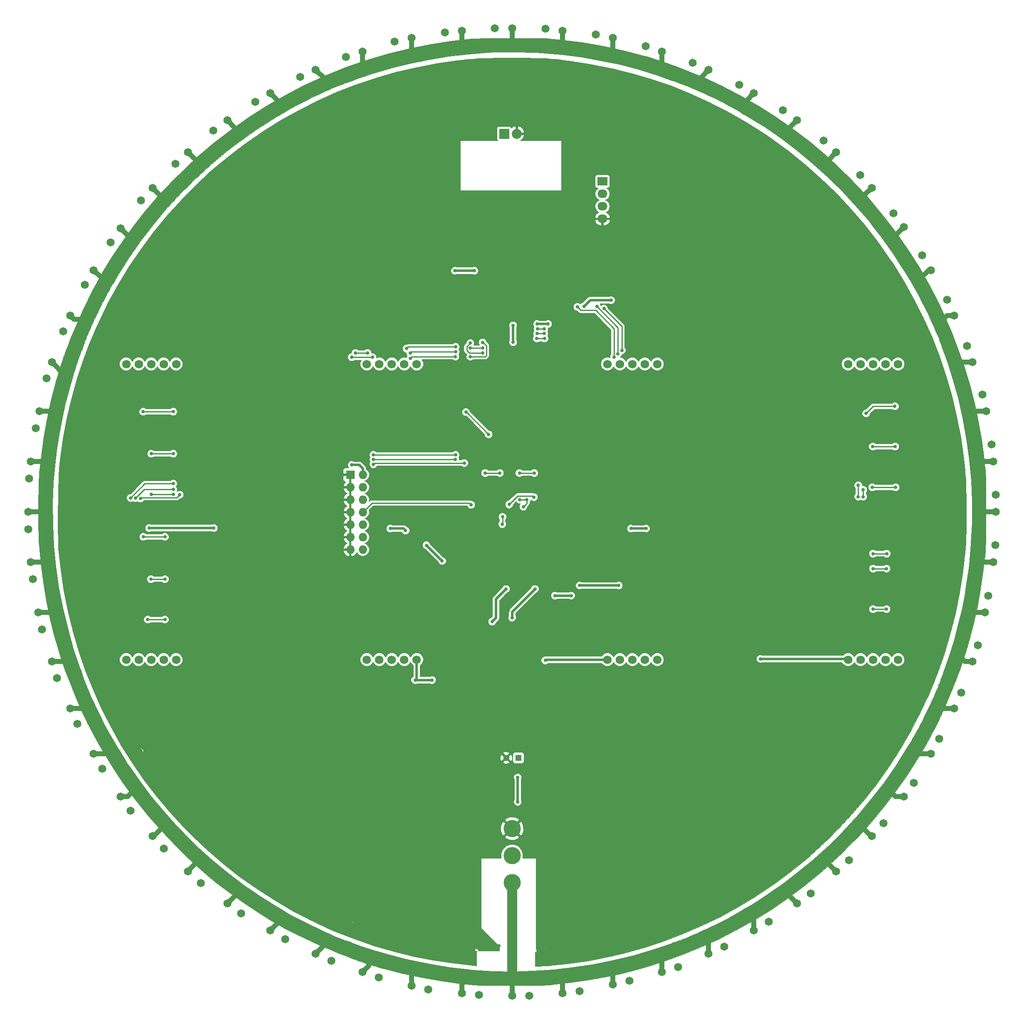
<source format=gbl>
G04 #@! TF.FileFunction,Copper,L2,Bot,Signal*
%FSLAX46Y46*%
G04 Gerber Fmt 4.6, Leading zero omitted, Abs format (unit mm)*
G04 Created by KiCad (PCBNEW 4.0.2-stable) date 14/05/2016 22:57:01*
%MOMM*%
G01*
G04 APERTURE LIST*
%ADD10C,0.100000*%
%ADD11C,0.010000*%
%ADD12C,1.750000*%
%ADD13C,1.650000*%
%ADD14R,1.727200X1.727200*%
%ADD15O,1.727200X1.727200*%
%ADD16R,2.032000X1.727200*%
%ADD17O,2.032000X1.727200*%
%ADD18R,2.032000X2.032000*%
%ADD19O,2.032000X2.032000*%
%ADD20C,3.500000*%
%ADD21R,1.300000X1.300000*%
%ADD22C,1.300000*%
%ADD23C,1.524000*%
%ADD24C,1.000000*%
%ADD25C,0.700000*%
%ADD26C,0.500000*%
%ADD27C,0.250000*%
%ADD28C,2.000000*%
%ADD29C,0.700000*%
%ADD30C,0.300000*%
%ADD31C,1.000000*%
%ADD32C,0.200000*%
G04 APERTURE END LIST*
D10*
D11*
G36*
X151359301Y-246448007D02*
X152537728Y-246445212D01*
X153554402Y-246440194D01*
X154428444Y-246432536D01*
X155178974Y-246421821D01*
X155825113Y-246407629D01*
X156385983Y-246389544D01*
X156880704Y-246367146D01*
X157328398Y-246340018D01*
X157748184Y-246307741D01*
X158150000Y-246270804D01*
X161863569Y-245854444D01*
X165422522Y-245348444D01*
X168854667Y-244745155D01*
X172187810Y-244036927D01*
X175449758Y-243216110D01*
X178668316Y-242275055D01*
X181871292Y-241206111D01*
X185086491Y-240001629D01*
X188341722Y-238653959D01*
X191664789Y-237155451D01*
X192200000Y-236903375D01*
X195754952Y-235114659D01*
X199268932Y-233137980D01*
X202728872Y-230983421D01*
X206121704Y-228661063D01*
X209434361Y-226180987D01*
X212653774Y-223553275D01*
X215766876Y-220788008D01*
X218760599Y-217895269D01*
X221621875Y-214885139D01*
X223507796Y-212750000D01*
X225892606Y-209847862D01*
X228183008Y-206823500D01*
X230360623Y-203705013D01*
X232407073Y-200520497D01*
X234303980Y-197298051D01*
X236032966Y-194065772D01*
X236953716Y-192193153D01*
X238483709Y-188852971D01*
X239860277Y-185582797D01*
X241091644Y-182353658D01*
X242186033Y-179136578D01*
X243151667Y-175902581D01*
X243996771Y-172622693D01*
X244729567Y-169267940D01*
X245358279Y-165809344D01*
X245891130Y-162217932D01*
X246218198Y-159550000D01*
X246260843Y-159157108D01*
X246297755Y-158777361D01*
X246329468Y-158392481D01*
X246356514Y-157984192D01*
X246379426Y-157534217D01*
X246398737Y-157024278D01*
X246414979Y-156436100D01*
X246428686Y-155751404D01*
X246440389Y-154951915D01*
X246450623Y-154019354D01*
X246459920Y-152935445D01*
X246468812Y-151681911D01*
X246474735Y-150750000D01*
X246483070Y-149277582D01*
X246488299Y-147984509D01*
X246489746Y-146850145D01*
X246486730Y-145853849D01*
X246478576Y-144974984D01*
X246464604Y-144192910D01*
X246444137Y-143486989D01*
X246416496Y-142836582D01*
X246381004Y-142221050D01*
X246336983Y-141619754D01*
X246283755Y-141012056D01*
X246220641Y-140377318D01*
X246146965Y-139694899D01*
X246096955Y-139250000D01*
X245584524Y-135359934D01*
X244939969Y-131575709D01*
X244156313Y-127873270D01*
X243226575Y-124228561D01*
X242143779Y-120617524D01*
X240900945Y-117016104D01*
X239491096Y-113400244D01*
X237907253Y-109745888D01*
X236930402Y-107650000D01*
X235049059Y-103938453D01*
X232981673Y-100294316D01*
X230727338Y-96716228D01*
X228285150Y-93202827D01*
X225654204Y-89752752D01*
X222833596Y-86364641D01*
X222646703Y-86150000D01*
X222036348Y-85468277D01*
X221305826Y-84681143D01*
X220481403Y-83814865D01*
X219589343Y-82895708D01*
X218655910Y-81949936D01*
X217707371Y-81003814D01*
X216769989Y-80083608D01*
X215870030Y-79215583D01*
X215033758Y-78426003D01*
X214287439Y-77741134D01*
X213850000Y-77353228D01*
X210536766Y-74584606D01*
X207159321Y-71991178D01*
X203724177Y-69577274D01*
X200237848Y-67347225D01*
X196706846Y-65305361D01*
X193137685Y-63456013D01*
X192450000Y-63124006D01*
X189355061Y-61700046D01*
X186291464Y-60395139D01*
X183281824Y-59218064D01*
X180348757Y-58177597D01*
X177514879Y-57282517D01*
X177050000Y-57146994D01*
X172893664Y-56050054D01*
X168669015Y-55130692D01*
X164405019Y-54394154D01*
X160130641Y-53845684D01*
X157460478Y-53600235D01*
X157035585Y-53576447D01*
X156436036Y-53556332D01*
X155684483Y-53539811D01*
X154803579Y-53526805D01*
X153815979Y-53517232D01*
X152744336Y-53511014D01*
X151611302Y-53508070D01*
X150439532Y-53508321D01*
X149251678Y-53511687D01*
X148070393Y-53518087D01*
X146918332Y-53527442D01*
X145818147Y-53539672D01*
X144792492Y-53554698D01*
X143864021Y-53572439D01*
X143055385Y-53592815D01*
X142389239Y-53615747D01*
X141888237Y-53641154D01*
X141694919Y-53655823D01*
X137345083Y-54142235D01*
X133085543Y-54803052D01*
X128902783Y-55641732D01*
X124783286Y-56661732D01*
X120713537Y-57866509D01*
X116680020Y-59259522D01*
X112669219Y-60844227D01*
X111300000Y-61430943D01*
X107390170Y-63240696D01*
X103599222Y-65202291D01*
X99916482Y-67322514D01*
X96331273Y-69608151D01*
X92832921Y-72065988D01*
X89410751Y-74702809D01*
X86250000Y-77354030D01*
X85572927Y-77959958D01*
X84790516Y-78685802D01*
X83928919Y-79505420D01*
X83014286Y-80392670D01*
X82072767Y-81321408D01*
X81130512Y-82265493D01*
X80213673Y-83198783D01*
X79348399Y-84095135D01*
X78560842Y-84928406D01*
X77877151Y-85672455D01*
X77469601Y-86131683D01*
X75014721Y-89048288D01*
X72731573Y-91964476D01*
X70595161Y-94915867D01*
X68580492Y-97938083D01*
X66662570Y-101066745D01*
X65247442Y-103550000D01*
X64607444Y-104746492D01*
X63923491Y-106094383D01*
X63213273Y-107554807D01*
X62494482Y-109088900D01*
X61784806Y-110657798D01*
X61101936Y-112222637D01*
X60463563Y-113744551D01*
X59887376Y-115184677D01*
X59557741Y-116050000D01*
X59334724Y-116646650D01*
X59122549Y-117209782D01*
X58936052Y-117700362D01*
X58790067Y-118079356D01*
X58702619Y-118300000D01*
X58614263Y-118540060D01*
X58479066Y-118939303D01*
X58307207Y-119465213D01*
X58108862Y-120085273D01*
X57894211Y-120766967D01*
X57673431Y-121477778D01*
X57456701Y-122185190D01*
X57254198Y-122856686D01*
X57076101Y-123459749D01*
X56951212Y-123895319D01*
X56053617Y-127365729D01*
X55272624Y-130976301D01*
X54606966Y-134733965D01*
X54055375Y-138645650D01*
X53739415Y-141450000D01*
X53691187Y-142045814D01*
X53648288Y-142815450D01*
X53610885Y-143732795D01*
X53579143Y-144771738D01*
X53553228Y-145906168D01*
X53533305Y-147109973D01*
X53520473Y-148272571D01*
X56414674Y-148272571D01*
X56580386Y-143980424D01*
X56854429Y-140550000D01*
X57215434Y-137491693D01*
X57700618Y-134353668D01*
X58300404Y-131177505D01*
X59005215Y-128004781D01*
X59805476Y-124877077D01*
X60691609Y-121835971D01*
X61654039Y-118923043D01*
X62150799Y-117554509D01*
X62306176Y-117134665D01*
X62433463Y-116781184D01*
X62517056Y-116537980D01*
X62541665Y-116454509D01*
X62600541Y-116292075D01*
X62683327Y-116125000D01*
X62753106Y-115959020D01*
X62741273Y-115900000D01*
X62739498Y-115838116D01*
X62799999Y-115750000D01*
X62873852Y-115628774D01*
X62859676Y-115600000D01*
X62858603Y-115523266D01*
X62937275Y-115333053D01*
X62966975Y-115275000D01*
X63086525Y-115030568D01*
X63154977Y-114855471D01*
X63158446Y-114840319D01*
X63215103Y-114663903D01*
X63345472Y-114332603D01*
X63537969Y-113872435D01*
X63781012Y-113309416D01*
X64063016Y-112669561D01*
X64372398Y-111978885D01*
X64697575Y-111263405D01*
X65026962Y-110549137D01*
X65348976Y-109862097D01*
X65652034Y-109228300D01*
X65714327Y-109100000D01*
X66046021Y-108426386D01*
X66400380Y-107719744D01*
X66764018Y-107005557D01*
X67123548Y-106309309D01*
X67465584Y-105656486D01*
X67776741Y-105072570D01*
X68043632Y-104583046D01*
X68252872Y-104213399D01*
X68391074Y-103989112D01*
X68418660Y-103951524D01*
X68493340Y-103837474D01*
X68652845Y-103579323D01*
X68880159Y-103205102D01*
X69158270Y-102742842D01*
X69470163Y-102220573D01*
X69512144Y-102150000D01*
X71791703Y-98511063D01*
X74239169Y-94977083D01*
X76847542Y-91556121D01*
X79609822Y-88256236D01*
X82519008Y-85085486D01*
X85568098Y-82051931D01*
X88750093Y-79163631D01*
X91400000Y-76952284D01*
X93378887Y-75409921D01*
X95462718Y-73874007D01*
X97598581Y-72381312D01*
X99733565Y-70968602D01*
X101814756Y-69672645D01*
X102250000Y-69412859D01*
X102778578Y-69098645D01*
X103250922Y-68815444D01*
X103638878Y-68580331D01*
X103914297Y-68410381D01*
X104049025Y-68322668D01*
X104054573Y-68318336D01*
X104212789Y-68214448D01*
X104523968Y-68034947D01*
X104962108Y-67793499D01*
X105501207Y-67503768D01*
X106115259Y-67179420D01*
X106778263Y-66834121D01*
X107464215Y-66481535D01*
X108147112Y-66135328D01*
X108800950Y-65809166D01*
X109222097Y-65602684D01*
X109770941Y-65339828D01*
X110394543Y-65047740D01*
X111066211Y-64738276D01*
X111759257Y-64423292D01*
X112446990Y-64114643D01*
X113102719Y-63824185D01*
X113699754Y-63563772D01*
X114211406Y-63345262D01*
X114610983Y-63180508D01*
X114871797Y-63081367D01*
X114950000Y-63058410D01*
X115108589Y-62999644D01*
X115275000Y-62916673D01*
X115441250Y-62843573D01*
X115500000Y-62848787D01*
X115571308Y-62841009D01*
X115743518Y-62745033D01*
X115750000Y-62740805D01*
X115924078Y-62645883D01*
X115999889Y-62642462D01*
X116000000Y-62644401D01*
X116065872Y-62662582D01*
X116125000Y-62633714D01*
X116304584Y-62549081D01*
X116350000Y-62536662D01*
X116471652Y-62497559D01*
X116749556Y-62400275D01*
X117152386Y-62256027D01*
X117648819Y-62076029D01*
X118200000Y-61874266D01*
X121795584Y-60646984D01*
X125513885Y-59561496D01*
X129332119Y-58622377D01*
X133227502Y-57834199D01*
X137177251Y-57201536D01*
X141158583Y-56728961D01*
X145148715Y-56421047D01*
X145450000Y-56404597D01*
X146078738Y-56379985D01*
X146872093Y-56362630D01*
X147795111Y-56352222D01*
X148812838Y-56348449D01*
X149890322Y-56351000D01*
X150992609Y-56359564D01*
X152084747Y-56373830D01*
X153131781Y-56393487D01*
X154098759Y-56418223D01*
X154950728Y-56447729D01*
X155652734Y-56481692D01*
X155900000Y-56497604D01*
X160083495Y-56873095D01*
X164148508Y-57398296D01*
X168113432Y-58077090D01*
X171996662Y-58913363D01*
X175816592Y-59911000D01*
X179591616Y-61073886D01*
X182650000Y-62147363D01*
X183070543Y-62301653D01*
X183424006Y-62428667D01*
X183666725Y-62512874D01*
X183750000Y-62538632D01*
X183908734Y-62599741D01*
X184075000Y-62683328D01*
X184241000Y-62753354D01*
X184300000Y-62742018D01*
X184371053Y-62743282D01*
X184542741Y-62836076D01*
X184550000Y-62840805D01*
X184724407Y-62939158D01*
X184799916Y-62950180D01*
X184800000Y-62948787D01*
X184873788Y-62948110D01*
X185025000Y-63016673D01*
X185244576Y-63120123D01*
X185372492Y-63160975D01*
X185539905Y-63215126D01*
X185861849Y-63342382D01*
X186311768Y-63530946D01*
X186863110Y-63769024D01*
X187489318Y-64044818D01*
X188163838Y-64346534D01*
X188860116Y-64662375D01*
X189551597Y-64980545D01*
X190211726Y-65289250D01*
X190813948Y-65576692D01*
X190850000Y-65594137D01*
X191573916Y-65949162D01*
X192326094Y-66325876D01*
X193078829Y-66709712D01*
X193804417Y-67086103D01*
X194475156Y-67440480D01*
X195063342Y-67758277D01*
X195541270Y-68024925D01*
X195881238Y-68225857D01*
X195992309Y-68298152D01*
X196155981Y-68402909D01*
X196461209Y-68590287D01*
X196877087Y-68841624D01*
X197372711Y-69138260D01*
X197917179Y-69461533D01*
X198000000Y-69510487D01*
X201374360Y-71612738D01*
X204693273Y-73897079D01*
X207940414Y-76349464D01*
X211099456Y-78955846D01*
X214154073Y-81702178D01*
X217087939Y-84574415D01*
X219884729Y-87558509D01*
X222453938Y-90550000D01*
X223709804Y-92123096D01*
X225002468Y-93825169D01*
X226298615Y-95608838D01*
X227564927Y-97426724D01*
X228768087Y-99231444D01*
X229874778Y-100975621D01*
X230435060Y-101900000D01*
X230776831Y-102473229D01*
X231091036Y-102997782D01*
X231361020Y-103446053D01*
X231570129Y-103790432D01*
X231701711Y-104003312D01*
X231731977Y-104050000D01*
X231905948Y-104329758D01*
X232153196Y-104763788D01*
X232460113Y-105326219D01*
X232813094Y-105991181D01*
X233198533Y-106732803D01*
X233602825Y-107525213D01*
X234012362Y-108342542D01*
X234347065Y-109022442D01*
X234643087Y-109637468D01*
X234961794Y-110314277D01*
X235291552Y-111026724D01*
X235620724Y-111748664D01*
X235937675Y-112453949D01*
X236230770Y-113116435D01*
X236488373Y-113709974D01*
X236698848Y-114208423D01*
X236850560Y-114585634D01*
X236931873Y-114815462D01*
X236940471Y-114850000D01*
X237000123Y-115008644D01*
X237083327Y-115175000D01*
X237156427Y-115341251D01*
X237151213Y-115400000D01*
X237158991Y-115471309D01*
X237254967Y-115643519D01*
X237259195Y-115650000D01*
X237354117Y-115824079D01*
X237357538Y-115899890D01*
X237355599Y-115900000D01*
X237337418Y-115965873D01*
X237366286Y-116025000D01*
X237452167Y-116204745D01*
X237465221Y-116250000D01*
X237504742Y-116371323D01*
X237602341Y-116649474D01*
X237746973Y-117053605D01*
X237927595Y-117552869D01*
X238133162Y-118116418D01*
X238145461Y-118150000D01*
X238739868Y-119824143D01*
X239286116Y-121476059D01*
X239801797Y-123162987D01*
X240304503Y-124942167D01*
X240742517Y-126600000D01*
X241722414Y-130812740D01*
X242504403Y-135052040D01*
X243088386Y-139314935D01*
X243474264Y-143598461D01*
X243661937Y-147899653D01*
X243651307Y-152215545D01*
X243442274Y-156543174D01*
X243034740Y-160879573D01*
X242428606Y-165221778D01*
X242095938Y-167150000D01*
X241509146Y-170054492D01*
X240798144Y-173042802D01*
X239979092Y-176056283D01*
X239068151Y-179036286D01*
X238081480Y-181924165D01*
X237852637Y-182550000D01*
X237698347Y-182970544D01*
X237571333Y-183324007D01*
X237487126Y-183566726D01*
X237461368Y-183650000D01*
X237400259Y-183808735D01*
X237316672Y-183975000D01*
X237246893Y-184140981D01*
X237258726Y-184200000D01*
X237260501Y-184261885D01*
X237200000Y-184350000D01*
X237126147Y-184471227D01*
X237140323Y-184500000D01*
X237141396Y-184576735D01*
X237062724Y-184766948D01*
X237033024Y-184825000D01*
X236912573Y-185073721D01*
X236843075Y-185257082D01*
X236839625Y-185272819D01*
X236771881Y-185503629D01*
X236627281Y-185881751D01*
X236415517Y-186387215D01*
X236146279Y-187000051D01*
X235829259Y-187700288D01*
X235474147Y-188467955D01*
X235090636Y-189283083D01*
X234688416Y-190125702D01*
X234277178Y-190975839D01*
X233866613Y-191813526D01*
X233466413Y-192618792D01*
X233086269Y-193371667D01*
X232735871Y-194052180D01*
X232424912Y-194640360D01*
X232163082Y-195116238D01*
X231960072Y-195459843D01*
X231825573Y-195651205D01*
X231787646Y-195683334D01*
X231700868Y-195790158D01*
X231700000Y-195802556D01*
X231648133Y-195929915D01*
X231501472Y-196203568D01*
X231273428Y-196601606D01*
X230977410Y-197102121D01*
X230626829Y-197683203D01*
X230235093Y-198322945D01*
X229815614Y-198999437D01*
X229381800Y-199690772D01*
X228947062Y-200375041D01*
X228524810Y-201030334D01*
X228151468Y-201600000D01*
X225670950Y-205167844D01*
X223040549Y-208603363D01*
X220261411Y-211905344D01*
X217334686Y-215072571D01*
X214261519Y-218103828D01*
X211043060Y-220997899D01*
X207680456Y-223753571D01*
X206050000Y-225001003D01*
X204682179Y-226001318D01*
X203223644Y-227025511D01*
X201718412Y-228044541D01*
X200210500Y-229029362D01*
X198743922Y-229950931D01*
X197362696Y-230780204D01*
X196800000Y-231104575D01*
X196409998Y-231329357D01*
X196087884Y-231520978D01*
X195871594Y-231656493D01*
X195800000Y-231709406D01*
X195683701Y-231791923D01*
X195412997Y-231950557D01*
X195012554Y-232172357D01*
X194507041Y-232444372D01*
X193921124Y-232753654D01*
X193279471Y-233087252D01*
X192606750Y-233432216D01*
X191927628Y-233775595D01*
X191266772Y-234104440D01*
X190840139Y-234313277D01*
X190292214Y-234575513D01*
X189669897Y-234866877D01*
X188999927Y-235175488D01*
X188309043Y-235489464D01*
X187623984Y-235796925D01*
X186971490Y-236085989D01*
X186378299Y-236344775D01*
X185871152Y-236561402D01*
X185476787Y-236723989D01*
X185221944Y-236820655D01*
X185150000Y-236841591D01*
X184991410Y-236900357D01*
X184825000Y-236983328D01*
X184658749Y-237056428D01*
X184600000Y-237051214D01*
X184528691Y-237058992D01*
X184356481Y-237154968D01*
X184350000Y-237159196D01*
X184175921Y-237254118D01*
X184100110Y-237257539D01*
X184100000Y-237255600D01*
X184034127Y-237237419D01*
X183975000Y-237266287D01*
X183795527Y-237350047D01*
X183750000Y-237362020D01*
X183623070Y-237402084D01*
X183347811Y-237498937D01*
X182962978Y-237638660D01*
X182507325Y-237807333D01*
X182439670Y-237832622D01*
X178642093Y-239150753D01*
X174747021Y-240301682D01*
X170769578Y-241283486D01*
X166724886Y-242094243D01*
X162628067Y-242732030D01*
X158494245Y-243194924D01*
X154338543Y-243481003D01*
X150176084Y-243588344D01*
X146021990Y-243515025D01*
X141891384Y-243259122D01*
X140650000Y-243145571D01*
X137591692Y-242784566D01*
X134453667Y-242299382D01*
X131277504Y-241699596D01*
X128104780Y-240994785D01*
X124977076Y-240194524D01*
X121935970Y-239308391D01*
X119023042Y-238345961D01*
X117654508Y-237849201D01*
X117234664Y-237693824D01*
X116881183Y-237566537D01*
X116637979Y-237482944D01*
X116554508Y-237458335D01*
X116392074Y-237399459D01*
X116225000Y-237316673D01*
X116059019Y-237246894D01*
X116000000Y-237258727D01*
X115938115Y-237260502D01*
X115850000Y-237200001D01*
X115728773Y-237126148D01*
X115700000Y-237140324D01*
X115623265Y-237141397D01*
X115433052Y-237062725D01*
X115375000Y-237033025D01*
X115126279Y-236912574D01*
X114942918Y-236843076D01*
X114927181Y-236839626D01*
X114692334Y-236769681D01*
X114300837Y-236618492D01*
X113773881Y-236396306D01*
X113132663Y-236113373D01*
X112398375Y-235779943D01*
X111592210Y-235406264D01*
X110735363Y-235002586D01*
X109849028Y-234579159D01*
X108954398Y-234146230D01*
X108072667Y-233714050D01*
X107225028Y-233292868D01*
X106432676Y-232892932D01*
X105716804Y-232524493D01*
X105098606Y-232197799D01*
X104599275Y-231923100D01*
X104240006Y-231710645D01*
X104054573Y-231581665D01*
X103939417Y-231505437D01*
X103680051Y-231344836D01*
X103304626Y-231116937D01*
X102841295Y-230838815D01*
X102318208Y-230527545D01*
X102250000Y-230487142D01*
X98852528Y-228368506D01*
X95509454Y-226070572D01*
X92244345Y-223611650D01*
X89080768Y-221010052D01*
X86042292Y-218284087D01*
X83993129Y-216302454D01*
X81356364Y-213573296D01*
X78887006Y-210811295D01*
X76553455Y-207977693D01*
X74324111Y-205033730D01*
X72167373Y-201940647D01*
X71656614Y-201171151D01*
X71312254Y-200640940D01*
X70934770Y-200048447D01*
X70538435Y-199417204D01*
X70137520Y-198770746D01*
X69746295Y-198132606D01*
X69379034Y-197526318D01*
X69050006Y-196975416D01*
X68773484Y-196503432D01*
X68563739Y-196133902D01*
X68435043Y-195890358D01*
X68400000Y-195800992D01*
X68324708Y-195688874D01*
X68312353Y-195683334D01*
X68214643Y-195573656D01*
X68043702Y-195301952D01*
X67809225Y-194888196D01*
X67520902Y-194352360D01*
X67188428Y-193714418D01*
X66821495Y-192994344D01*
X66429794Y-192212112D01*
X66023020Y-191387694D01*
X65610865Y-190541064D01*
X65203020Y-189692195D01*
X64809180Y-188861062D01*
X64439036Y-188067637D01*
X64102282Y-187331894D01*
X63808609Y-186673807D01*
X63567711Y-186113348D01*
X63389281Y-185670492D01*
X63283010Y-185365211D01*
X63260374Y-185272819D01*
X63201845Y-185107106D01*
X63086321Y-184862047D01*
X63066975Y-184825001D01*
X62969073Y-184615600D01*
X62942753Y-184505109D01*
X62949737Y-184500001D01*
X62941284Y-184428666D01*
X62844980Y-184256402D01*
X62840804Y-184250000D01*
X62745882Y-184075922D01*
X62742461Y-184000111D01*
X62744400Y-184000000D01*
X62762581Y-183934128D01*
X62733713Y-183875000D01*
X62648591Y-183695353D01*
X62635922Y-183650000D01*
X62596865Y-183527751D01*
X62500497Y-183249618D01*
X62358131Y-182847580D01*
X62181082Y-182353609D01*
X62000740Y-181854944D01*
X60641698Y-177820367D01*
X59469052Y-173719906D01*
X58484003Y-169563185D01*
X57687749Y-165359830D01*
X57081490Y-161119465D01*
X56666425Y-156851717D01*
X56443753Y-152566211D01*
X56414674Y-148272571D01*
X53520473Y-148272571D01*
X53519540Y-148357040D01*
X53512100Y-149621259D01*
X53511149Y-150876518D01*
X53516853Y-152096704D01*
X53529379Y-153255707D01*
X53548892Y-154327414D01*
X53575557Y-155285714D01*
X53609541Y-156104494D01*
X53642916Y-156652534D01*
X53997930Y-160540324D01*
X54485504Y-164317199D01*
X55113710Y-168028780D01*
X55890621Y-171720687D01*
X56824309Y-175438540D01*
X57216870Y-176850000D01*
X58019592Y-179477585D01*
X58951456Y-182198628D01*
X59994684Y-184970891D01*
X61131498Y-187752133D01*
X62344120Y-190500114D01*
X63614770Y-193172595D01*
X64925671Y-195727336D01*
X65927748Y-197546306D01*
X68197047Y-201333204D01*
X70629470Y-205006564D01*
X73220700Y-208561330D01*
X75966418Y-211992448D01*
X78862306Y-215294860D01*
X81904045Y-218463512D01*
X85087317Y-221493349D01*
X88407804Y-224379314D01*
X89852105Y-225555140D01*
X92419361Y-227527649D01*
X95130418Y-229465970D01*
X97930123Y-231333393D01*
X100763324Y-233093207D01*
X103574867Y-234708702D01*
X103742553Y-234800726D01*
X105084960Y-235512609D01*
X106575567Y-236262699D01*
X108171128Y-237031332D01*
X109828396Y-237798844D01*
X111504126Y-238545572D01*
X113155073Y-239251853D01*
X114737991Y-239898023D01*
X116150000Y-240442259D01*
X116746649Y-240665276D01*
X117309781Y-240877451D01*
X117800361Y-241063948D01*
X118179355Y-241209933D01*
X118400000Y-241297381D01*
X118640093Y-241385750D01*
X119039373Y-241520959D01*
X119565325Y-241692832D01*
X120185435Y-241891191D01*
X120867188Y-242105858D01*
X121578072Y-242326657D01*
X122285571Y-242543411D01*
X122957171Y-242745941D01*
X123560359Y-242924072D01*
X123995982Y-243048974D01*
X127516837Y-243957956D01*
X131185461Y-244748379D01*
X134986571Y-245417506D01*
X138904884Y-245962597D01*
X142250000Y-246320238D01*
X142688286Y-246352154D01*
X143267308Y-246379262D01*
X143995657Y-246401706D01*
X144881922Y-246419627D01*
X145934693Y-246433170D01*
X147162561Y-246442476D01*
X148574116Y-246447689D01*
X150000000Y-246448999D01*
X151359301Y-246448007D01*
X151359301Y-246448007D01*
G37*
X151359301Y-246448007D02*
X152537728Y-246445212D01*
X153554402Y-246440194D01*
X154428444Y-246432536D01*
X155178974Y-246421821D01*
X155825113Y-246407629D01*
X156385983Y-246389544D01*
X156880704Y-246367146D01*
X157328398Y-246340018D01*
X157748184Y-246307741D01*
X158150000Y-246270804D01*
X161863569Y-245854444D01*
X165422522Y-245348444D01*
X168854667Y-244745155D01*
X172187810Y-244036927D01*
X175449758Y-243216110D01*
X178668316Y-242275055D01*
X181871292Y-241206111D01*
X185086491Y-240001629D01*
X188341722Y-238653959D01*
X191664789Y-237155451D01*
X192200000Y-236903375D01*
X195754952Y-235114659D01*
X199268932Y-233137980D01*
X202728872Y-230983421D01*
X206121704Y-228661063D01*
X209434361Y-226180987D01*
X212653774Y-223553275D01*
X215766876Y-220788008D01*
X218760599Y-217895269D01*
X221621875Y-214885139D01*
X223507796Y-212750000D01*
X225892606Y-209847862D01*
X228183008Y-206823500D01*
X230360623Y-203705013D01*
X232407073Y-200520497D01*
X234303980Y-197298051D01*
X236032966Y-194065772D01*
X236953716Y-192193153D01*
X238483709Y-188852971D01*
X239860277Y-185582797D01*
X241091644Y-182353658D01*
X242186033Y-179136578D01*
X243151667Y-175902581D01*
X243996771Y-172622693D01*
X244729567Y-169267940D01*
X245358279Y-165809344D01*
X245891130Y-162217932D01*
X246218198Y-159550000D01*
X246260843Y-159157108D01*
X246297755Y-158777361D01*
X246329468Y-158392481D01*
X246356514Y-157984192D01*
X246379426Y-157534217D01*
X246398737Y-157024278D01*
X246414979Y-156436100D01*
X246428686Y-155751404D01*
X246440389Y-154951915D01*
X246450623Y-154019354D01*
X246459920Y-152935445D01*
X246468812Y-151681911D01*
X246474735Y-150750000D01*
X246483070Y-149277582D01*
X246488299Y-147984509D01*
X246489746Y-146850145D01*
X246486730Y-145853849D01*
X246478576Y-144974984D01*
X246464604Y-144192910D01*
X246444137Y-143486989D01*
X246416496Y-142836582D01*
X246381004Y-142221050D01*
X246336983Y-141619754D01*
X246283755Y-141012056D01*
X246220641Y-140377318D01*
X246146965Y-139694899D01*
X246096955Y-139250000D01*
X245584524Y-135359934D01*
X244939969Y-131575709D01*
X244156313Y-127873270D01*
X243226575Y-124228561D01*
X242143779Y-120617524D01*
X240900945Y-117016104D01*
X239491096Y-113400244D01*
X237907253Y-109745888D01*
X236930402Y-107650000D01*
X235049059Y-103938453D01*
X232981673Y-100294316D01*
X230727338Y-96716228D01*
X228285150Y-93202827D01*
X225654204Y-89752752D01*
X222833596Y-86364641D01*
X222646703Y-86150000D01*
X222036348Y-85468277D01*
X221305826Y-84681143D01*
X220481403Y-83814865D01*
X219589343Y-82895708D01*
X218655910Y-81949936D01*
X217707371Y-81003814D01*
X216769989Y-80083608D01*
X215870030Y-79215583D01*
X215033758Y-78426003D01*
X214287439Y-77741134D01*
X213850000Y-77353228D01*
X210536766Y-74584606D01*
X207159321Y-71991178D01*
X203724177Y-69577274D01*
X200237848Y-67347225D01*
X196706846Y-65305361D01*
X193137685Y-63456013D01*
X192450000Y-63124006D01*
X189355061Y-61700046D01*
X186291464Y-60395139D01*
X183281824Y-59218064D01*
X180348757Y-58177597D01*
X177514879Y-57282517D01*
X177050000Y-57146994D01*
X172893664Y-56050054D01*
X168669015Y-55130692D01*
X164405019Y-54394154D01*
X160130641Y-53845684D01*
X157460478Y-53600235D01*
X157035585Y-53576447D01*
X156436036Y-53556332D01*
X155684483Y-53539811D01*
X154803579Y-53526805D01*
X153815979Y-53517232D01*
X152744336Y-53511014D01*
X151611302Y-53508070D01*
X150439532Y-53508321D01*
X149251678Y-53511687D01*
X148070393Y-53518087D01*
X146918332Y-53527442D01*
X145818147Y-53539672D01*
X144792492Y-53554698D01*
X143864021Y-53572439D01*
X143055385Y-53592815D01*
X142389239Y-53615747D01*
X141888237Y-53641154D01*
X141694919Y-53655823D01*
X137345083Y-54142235D01*
X133085543Y-54803052D01*
X128902783Y-55641732D01*
X124783286Y-56661732D01*
X120713537Y-57866509D01*
X116680020Y-59259522D01*
X112669219Y-60844227D01*
X111300000Y-61430943D01*
X107390170Y-63240696D01*
X103599222Y-65202291D01*
X99916482Y-67322514D01*
X96331273Y-69608151D01*
X92832921Y-72065988D01*
X89410751Y-74702809D01*
X86250000Y-77354030D01*
X85572927Y-77959958D01*
X84790516Y-78685802D01*
X83928919Y-79505420D01*
X83014286Y-80392670D01*
X82072767Y-81321408D01*
X81130512Y-82265493D01*
X80213673Y-83198783D01*
X79348399Y-84095135D01*
X78560842Y-84928406D01*
X77877151Y-85672455D01*
X77469601Y-86131683D01*
X75014721Y-89048288D01*
X72731573Y-91964476D01*
X70595161Y-94915867D01*
X68580492Y-97938083D01*
X66662570Y-101066745D01*
X65247442Y-103550000D01*
X64607444Y-104746492D01*
X63923491Y-106094383D01*
X63213273Y-107554807D01*
X62494482Y-109088900D01*
X61784806Y-110657798D01*
X61101936Y-112222637D01*
X60463563Y-113744551D01*
X59887376Y-115184677D01*
X59557741Y-116050000D01*
X59334724Y-116646650D01*
X59122549Y-117209782D01*
X58936052Y-117700362D01*
X58790067Y-118079356D01*
X58702619Y-118300000D01*
X58614263Y-118540060D01*
X58479066Y-118939303D01*
X58307207Y-119465213D01*
X58108862Y-120085273D01*
X57894211Y-120766967D01*
X57673431Y-121477778D01*
X57456701Y-122185190D01*
X57254198Y-122856686D01*
X57076101Y-123459749D01*
X56951212Y-123895319D01*
X56053617Y-127365729D01*
X55272624Y-130976301D01*
X54606966Y-134733965D01*
X54055375Y-138645650D01*
X53739415Y-141450000D01*
X53691187Y-142045814D01*
X53648288Y-142815450D01*
X53610885Y-143732795D01*
X53579143Y-144771738D01*
X53553228Y-145906168D01*
X53533305Y-147109973D01*
X53520473Y-148272571D01*
X56414674Y-148272571D01*
X56580386Y-143980424D01*
X56854429Y-140550000D01*
X57215434Y-137491693D01*
X57700618Y-134353668D01*
X58300404Y-131177505D01*
X59005215Y-128004781D01*
X59805476Y-124877077D01*
X60691609Y-121835971D01*
X61654039Y-118923043D01*
X62150799Y-117554509D01*
X62306176Y-117134665D01*
X62433463Y-116781184D01*
X62517056Y-116537980D01*
X62541665Y-116454509D01*
X62600541Y-116292075D01*
X62683327Y-116125000D01*
X62753106Y-115959020D01*
X62741273Y-115900000D01*
X62739498Y-115838116D01*
X62799999Y-115750000D01*
X62873852Y-115628774D01*
X62859676Y-115600000D01*
X62858603Y-115523266D01*
X62937275Y-115333053D01*
X62966975Y-115275000D01*
X63086525Y-115030568D01*
X63154977Y-114855471D01*
X63158446Y-114840319D01*
X63215103Y-114663903D01*
X63345472Y-114332603D01*
X63537969Y-113872435D01*
X63781012Y-113309416D01*
X64063016Y-112669561D01*
X64372398Y-111978885D01*
X64697575Y-111263405D01*
X65026962Y-110549137D01*
X65348976Y-109862097D01*
X65652034Y-109228300D01*
X65714327Y-109100000D01*
X66046021Y-108426386D01*
X66400380Y-107719744D01*
X66764018Y-107005557D01*
X67123548Y-106309309D01*
X67465584Y-105656486D01*
X67776741Y-105072570D01*
X68043632Y-104583046D01*
X68252872Y-104213399D01*
X68391074Y-103989112D01*
X68418660Y-103951524D01*
X68493340Y-103837474D01*
X68652845Y-103579323D01*
X68880159Y-103205102D01*
X69158270Y-102742842D01*
X69470163Y-102220573D01*
X69512144Y-102150000D01*
X71791703Y-98511063D01*
X74239169Y-94977083D01*
X76847542Y-91556121D01*
X79609822Y-88256236D01*
X82519008Y-85085486D01*
X85568098Y-82051931D01*
X88750093Y-79163631D01*
X91400000Y-76952284D01*
X93378887Y-75409921D01*
X95462718Y-73874007D01*
X97598581Y-72381312D01*
X99733565Y-70968602D01*
X101814756Y-69672645D01*
X102250000Y-69412859D01*
X102778578Y-69098645D01*
X103250922Y-68815444D01*
X103638878Y-68580331D01*
X103914297Y-68410381D01*
X104049025Y-68322668D01*
X104054573Y-68318336D01*
X104212789Y-68214448D01*
X104523968Y-68034947D01*
X104962108Y-67793499D01*
X105501207Y-67503768D01*
X106115259Y-67179420D01*
X106778263Y-66834121D01*
X107464215Y-66481535D01*
X108147112Y-66135328D01*
X108800950Y-65809166D01*
X109222097Y-65602684D01*
X109770941Y-65339828D01*
X110394543Y-65047740D01*
X111066211Y-64738276D01*
X111759257Y-64423292D01*
X112446990Y-64114643D01*
X113102719Y-63824185D01*
X113699754Y-63563772D01*
X114211406Y-63345262D01*
X114610983Y-63180508D01*
X114871797Y-63081367D01*
X114950000Y-63058410D01*
X115108589Y-62999644D01*
X115275000Y-62916673D01*
X115441250Y-62843573D01*
X115500000Y-62848787D01*
X115571308Y-62841009D01*
X115743518Y-62745033D01*
X115750000Y-62740805D01*
X115924078Y-62645883D01*
X115999889Y-62642462D01*
X116000000Y-62644401D01*
X116065872Y-62662582D01*
X116125000Y-62633714D01*
X116304584Y-62549081D01*
X116350000Y-62536662D01*
X116471652Y-62497559D01*
X116749556Y-62400275D01*
X117152386Y-62256027D01*
X117648819Y-62076029D01*
X118200000Y-61874266D01*
X121795584Y-60646984D01*
X125513885Y-59561496D01*
X129332119Y-58622377D01*
X133227502Y-57834199D01*
X137177251Y-57201536D01*
X141158583Y-56728961D01*
X145148715Y-56421047D01*
X145450000Y-56404597D01*
X146078738Y-56379985D01*
X146872093Y-56362630D01*
X147795111Y-56352222D01*
X148812838Y-56348449D01*
X149890322Y-56351000D01*
X150992609Y-56359564D01*
X152084747Y-56373830D01*
X153131781Y-56393487D01*
X154098759Y-56418223D01*
X154950728Y-56447729D01*
X155652734Y-56481692D01*
X155900000Y-56497604D01*
X160083495Y-56873095D01*
X164148508Y-57398296D01*
X168113432Y-58077090D01*
X171996662Y-58913363D01*
X175816592Y-59911000D01*
X179591616Y-61073886D01*
X182650000Y-62147363D01*
X183070543Y-62301653D01*
X183424006Y-62428667D01*
X183666725Y-62512874D01*
X183750000Y-62538632D01*
X183908734Y-62599741D01*
X184075000Y-62683328D01*
X184241000Y-62753354D01*
X184300000Y-62742018D01*
X184371053Y-62743282D01*
X184542741Y-62836076D01*
X184550000Y-62840805D01*
X184724407Y-62939158D01*
X184799916Y-62950180D01*
X184800000Y-62948787D01*
X184873788Y-62948110D01*
X185025000Y-63016673D01*
X185244576Y-63120123D01*
X185372492Y-63160975D01*
X185539905Y-63215126D01*
X185861849Y-63342382D01*
X186311768Y-63530946D01*
X186863110Y-63769024D01*
X187489318Y-64044818D01*
X188163838Y-64346534D01*
X188860116Y-64662375D01*
X189551597Y-64980545D01*
X190211726Y-65289250D01*
X190813948Y-65576692D01*
X190850000Y-65594137D01*
X191573916Y-65949162D01*
X192326094Y-66325876D01*
X193078829Y-66709712D01*
X193804417Y-67086103D01*
X194475156Y-67440480D01*
X195063342Y-67758277D01*
X195541270Y-68024925D01*
X195881238Y-68225857D01*
X195992309Y-68298152D01*
X196155981Y-68402909D01*
X196461209Y-68590287D01*
X196877087Y-68841624D01*
X197372711Y-69138260D01*
X197917179Y-69461533D01*
X198000000Y-69510487D01*
X201374360Y-71612738D01*
X204693273Y-73897079D01*
X207940414Y-76349464D01*
X211099456Y-78955846D01*
X214154073Y-81702178D01*
X217087939Y-84574415D01*
X219884729Y-87558509D01*
X222453938Y-90550000D01*
X223709804Y-92123096D01*
X225002468Y-93825169D01*
X226298615Y-95608838D01*
X227564927Y-97426724D01*
X228768087Y-99231444D01*
X229874778Y-100975621D01*
X230435060Y-101900000D01*
X230776831Y-102473229D01*
X231091036Y-102997782D01*
X231361020Y-103446053D01*
X231570129Y-103790432D01*
X231701711Y-104003312D01*
X231731977Y-104050000D01*
X231905948Y-104329758D01*
X232153196Y-104763788D01*
X232460113Y-105326219D01*
X232813094Y-105991181D01*
X233198533Y-106732803D01*
X233602825Y-107525213D01*
X234012362Y-108342542D01*
X234347065Y-109022442D01*
X234643087Y-109637468D01*
X234961794Y-110314277D01*
X235291552Y-111026724D01*
X235620724Y-111748664D01*
X235937675Y-112453949D01*
X236230770Y-113116435D01*
X236488373Y-113709974D01*
X236698848Y-114208423D01*
X236850560Y-114585634D01*
X236931873Y-114815462D01*
X236940471Y-114850000D01*
X237000123Y-115008644D01*
X237083327Y-115175000D01*
X237156427Y-115341251D01*
X237151213Y-115400000D01*
X237158991Y-115471309D01*
X237254967Y-115643519D01*
X237259195Y-115650000D01*
X237354117Y-115824079D01*
X237357538Y-115899890D01*
X237355599Y-115900000D01*
X237337418Y-115965873D01*
X237366286Y-116025000D01*
X237452167Y-116204745D01*
X237465221Y-116250000D01*
X237504742Y-116371323D01*
X237602341Y-116649474D01*
X237746973Y-117053605D01*
X237927595Y-117552869D01*
X238133162Y-118116418D01*
X238145461Y-118150000D01*
X238739868Y-119824143D01*
X239286116Y-121476059D01*
X239801797Y-123162987D01*
X240304503Y-124942167D01*
X240742517Y-126600000D01*
X241722414Y-130812740D01*
X242504403Y-135052040D01*
X243088386Y-139314935D01*
X243474264Y-143598461D01*
X243661937Y-147899653D01*
X243651307Y-152215545D01*
X243442274Y-156543174D01*
X243034740Y-160879573D01*
X242428606Y-165221778D01*
X242095938Y-167150000D01*
X241509146Y-170054492D01*
X240798144Y-173042802D01*
X239979092Y-176056283D01*
X239068151Y-179036286D01*
X238081480Y-181924165D01*
X237852637Y-182550000D01*
X237698347Y-182970544D01*
X237571333Y-183324007D01*
X237487126Y-183566726D01*
X237461368Y-183650000D01*
X237400259Y-183808735D01*
X237316672Y-183975000D01*
X237246893Y-184140981D01*
X237258726Y-184200000D01*
X237260501Y-184261885D01*
X237200000Y-184350000D01*
X237126147Y-184471227D01*
X237140323Y-184500000D01*
X237141396Y-184576735D01*
X237062724Y-184766948D01*
X237033024Y-184825000D01*
X236912573Y-185073721D01*
X236843075Y-185257082D01*
X236839625Y-185272819D01*
X236771881Y-185503629D01*
X236627281Y-185881751D01*
X236415517Y-186387215D01*
X236146279Y-187000051D01*
X235829259Y-187700288D01*
X235474147Y-188467955D01*
X235090636Y-189283083D01*
X234688416Y-190125702D01*
X234277178Y-190975839D01*
X233866613Y-191813526D01*
X233466413Y-192618792D01*
X233086269Y-193371667D01*
X232735871Y-194052180D01*
X232424912Y-194640360D01*
X232163082Y-195116238D01*
X231960072Y-195459843D01*
X231825573Y-195651205D01*
X231787646Y-195683334D01*
X231700868Y-195790158D01*
X231700000Y-195802556D01*
X231648133Y-195929915D01*
X231501472Y-196203568D01*
X231273428Y-196601606D01*
X230977410Y-197102121D01*
X230626829Y-197683203D01*
X230235093Y-198322945D01*
X229815614Y-198999437D01*
X229381800Y-199690772D01*
X228947062Y-200375041D01*
X228524810Y-201030334D01*
X228151468Y-201600000D01*
X225670950Y-205167844D01*
X223040549Y-208603363D01*
X220261411Y-211905344D01*
X217334686Y-215072571D01*
X214261519Y-218103828D01*
X211043060Y-220997899D01*
X207680456Y-223753571D01*
X206050000Y-225001003D01*
X204682179Y-226001318D01*
X203223644Y-227025511D01*
X201718412Y-228044541D01*
X200210500Y-229029362D01*
X198743922Y-229950931D01*
X197362696Y-230780204D01*
X196800000Y-231104575D01*
X196409998Y-231329357D01*
X196087884Y-231520978D01*
X195871594Y-231656493D01*
X195800000Y-231709406D01*
X195683701Y-231791923D01*
X195412997Y-231950557D01*
X195012554Y-232172357D01*
X194507041Y-232444372D01*
X193921124Y-232753654D01*
X193279471Y-233087252D01*
X192606750Y-233432216D01*
X191927628Y-233775595D01*
X191266772Y-234104440D01*
X190840139Y-234313277D01*
X190292214Y-234575513D01*
X189669897Y-234866877D01*
X188999927Y-235175488D01*
X188309043Y-235489464D01*
X187623984Y-235796925D01*
X186971490Y-236085989D01*
X186378299Y-236344775D01*
X185871152Y-236561402D01*
X185476787Y-236723989D01*
X185221944Y-236820655D01*
X185150000Y-236841591D01*
X184991410Y-236900357D01*
X184825000Y-236983328D01*
X184658749Y-237056428D01*
X184600000Y-237051214D01*
X184528691Y-237058992D01*
X184356481Y-237154968D01*
X184350000Y-237159196D01*
X184175921Y-237254118D01*
X184100110Y-237257539D01*
X184100000Y-237255600D01*
X184034127Y-237237419D01*
X183975000Y-237266287D01*
X183795527Y-237350047D01*
X183750000Y-237362020D01*
X183623070Y-237402084D01*
X183347811Y-237498937D01*
X182962978Y-237638660D01*
X182507325Y-237807333D01*
X182439670Y-237832622D01*
X178642093Y-239150753D01*
X174747021Y-240301682D01*
X170769578Y-241283486D01*
X166724886Y-242094243D01*
X162628067Y-242732030D01*
X158494245Y-243194924D01*
X154338543Y-243481003D01*
X150176084Y-243588344D01*
X146021990Y-243515025D01*
X141891384Y-243259122D01*
X140650000Y-243145571D01*
X137591692Y-242784566D01*
X134453667Y-242299382D01*
X131277504Y-241699596D01*
X128104780Y-240994785D01*
X124977076Y-240194524D01*
X121935970Y-239308391D01*
X119023042Y-238345961D01*
X117654508Y-237849201D01*
X117234664Y-237693824D01*
X116881183Y-237566537D01*
X116637979Y-237482944D01*
X116554508Y-237458335D01*
X116392074Y-237399459D01*
X116225000Y-237316673D01*
X116059019Y-237246894D01*
X116000000Y-237258727D01*
X115938115Y-237260502D01*
X115850000Y-237200001D01*
X115728773Y-237126148D01*
X115700000Y-237140324D01*
X115623265Y-237141397D01*
X115433052Y-237062725D01*
X115375000Y-237033025D01*
X115126279Y-236912574D01*
X114942918Y-236843076D01*
X114927181Y-236839626D01*
X114692334Y-236769681D01*
X114300837Y-236618492D01*
X113773881Y-236396306D01*
X113132663Y-236113373D01*
X112398375Y-235779943D01*
X111592210Y-235406264D01*
X110735363Y-235002586D01*
X109849028Y-234579159D01*
X108954398Y-234146230D01*
X108072667Y-233714050D01*
X107225028Y-233292868D01*
X106432676Y-232892932D01*
X105716804Y-232524493D01*
X105098606Y-232197799D01*
X104599275Y-231923100D01*
X104240006Y-231710645D01*
X104054573Y-231581665D01*
X103939417Y-231505437D01*
X103680051Y-231344836D01*
X103304626Y-231116937D01*
X102841295Y-230838815D01*
X102318208Y-230527545D01*
X102250000Y-230487142D01*
X98852528Y-228368506D01*
X95509454Y-226070572D01*
X92244345Y-223611650D01*
X89080768Y-221010052D01*
X86042292Y-218284087D01*
X83993129Y-216302454D01*
X81356364Y-213573296D01*
X78887006Y-210811295D01*
X76553455Y-207977693D01*
X74324111Y-205033730D01*
X72167373Y-201940647D01*
X71656614Y-201171151D01*
X71312254Y-200640940D01*
X70934770Y-200048447D01*
X70538435Y-199417204D01*
X70137520Y-198770746D01*
X69746295Y-198132606D01*
X69379034Y-197526318D01*
X69050006Y-196975416D01*
X68773484Y-196503432D01*
X68563739Y-196133902D01*
X68435043Y-195890358D01*
X68400000Y-195800992D01*
X68324708Y-195688874D01*
X68312353Y-195683334D01*
X68214643Y-195573656D01*
X68043702Y-195301952D01*
X67809225Y-194888196D01*
X67520902Y-194352360D01*
X67188428Y-193714418D01*
X66821495Y-192994344D01*
X66429794Y-192212112D01*
X66023020Y-191387694D01*
X65610865Y-190541064D01*
X65203020Y-189692195D01*
X64809180Y-188861062D01*
X64439036Y-188067637D01*
X64102282Y-187331894D01*
X63808609Y-186673807D01*
X63567711Y-186113348D01*
X63389281Y-185670492D01*
X63283010Y-185365211D01*
X63260374Y-185272819D01*
X63201845Y-185107106D01*
X63086321Y-184862047D01*
X63066975Y-184825001D01*
X62969073Y-184615600D01*
X62942753Y-184505109D01*
X62949737Y-184500001D01*
X62941284Y-184428666D01*
X62844980Y-184256402D01*
X62840804Y-184250000D01*
X62745882Y-184075922D01*
X62742461Y-184000111D01*
X62744400Y-184000000D01*
X62762581Y-183934128D01*
X62733713Y-183875000D01*
X62648591Y-183695353D01*
X62635922Y-183650000D01*
X62596865Y-183527751D01*
X62500497Y-183249618D01*
X62358131Y-182847580D01*
X62181082Y-182353609D01*
X62000740Y-181854944D01*
X60641698Y-177820367D01*
X59469052Y-173719906D01*
X58484003Y-169563185D01*
X57687749Y-165359830D01*
X57081490Y-161119465D01*
X56666425Y-156851717D01*
X56443753Y-152566211D01*
X56414674Y-148272571D01*
X53520473Y-148272571D01*
X53519540Y-148357040D01*
X53512100Y-149621259D01*
X53511149Y-150876518D01*
X53516853Y-152096704D01*
X53529379Y-153255707D01*
X53548892Y-154327414D01*
X53575557Y-155285714D01*
X53609541Y-156104494D01*
X53642916Y-156652534D01*
X53997930Y-160540324D01*
X54485504Y-164317199D01*
X55113710Y-168028780D01*
X55890621Y-171720687D01*
X56824309Y-175438540D01*
X57216870Y-176850000D01*
X58019592Y-179477585D01*
X58951456Y-182198628D01*
X59994684Y-184970891D01*
X61131498Y-187752133D01*
X62344120Y-190500114D01*
X63614770Y-193172595D01*
X64925671Y-195727336D01*
X65927748Y-197546306D01*
X68197047Y-201333204D01*
X70629470Y-205006564D01*
X73220700Y-208561330D01*
X75966418Y-211992448D01*
X78862306Y-215294860D01*
X81904045Y-218463512D01*
X85087317Y-221493349D01*
X88407804Y-224379314D01*
X89852105Y-225555140D01*
X92419361Y-227527649D01*
X95130418Y-229465970D01*
X97930123Y-231333393D01*
X100763324Y-233093207D01*
X103574867Y-234708702D01*
X103742553Y-234800726D01*
X105084960Y-235512609D01*
X106575567Y-236262699D01*
X108171128Y-237031332D01*
X109828396Y-237798844D01*
X111504126Y-238545572D01*
X113155073Y-239251853D01*
X114737991Y-239898023D01*
X116150000Y-240442259D01*
X116746649Y-240665276D01*
X117309781Y-240877451D01*
X117800361Y-241063948D01*
X118179355Y-241209933D01*
X118400000Y-241297381D01*
X118640093Y-241385750D01*
X119039373Y-241520959D01*
X119565325Y-241692832D01*
X120185435Y-241891191D01*
X120867188Y-242105858D01*
X121578072Y-242326657D01*
X122285571Y-242543411D01*
X122957171Y-242745941D01*
X123560359Y-242924072D01*
X123995982Y-243048974D01*
X127516837Y-243957956D01*
X131185461Y-244748379D01*
X134986571Y-245417506D01*
X138904884Y-245962597D01*
X142250000Y-246320238D01*
X142688286Y-246352154D01*
X143267308Y-246379262D01*
X143995657Y-246401706D01*
X144881922Y-246419627D01*
X145934693Y-246433170D01*
X147162561Y-246442476D01*
X148574116Y-246447689D01*
X150000000Y-246448999D01*
X151359301Y-246448007D01*
G36*
X148735123Y-57551017D02*
X147545242Y-57554215D01*
X146505359Y-57560994D01*
X145590476Y-57572507D01*
X144775593Y-57589907D01*
X144035712Y-57614348D01*
X143345834Y-57646981D01*
X142680959Y-57688961D01*
X142016090Y-57741439D01*
X141326227Y-57805568D01*
X140586371Y-57882502D01*
X139771524Y-57973394D01*
X139006887Y-58061830D01*
X134757746Y-58658025D01*
X130557249Y-59447678D01*
X126409619Y-60429242D01*
X122319079Y-61601171D01*
X118289853Y-62961919D01*
X114326164Y-64509939D01*
X110432236Y-66243683D01*
X106612291Y-68161607D01*
X102870553Y-70262163D01*
X99211247Y-72543804D01*
X98900000Y-72748783D01*
X95345555Y-75218287D01*
X91925641Y-77835110D01*
X88643088Y-80596058D01*
X85500725Y-83497939D01*
X82501380Y-86537557D01*
X79647883Y-89711721D01*
X76943061Y-93017234D01*
X74389743Y-96450905D01*
X71990759Y-100009539D01*
X69748937Y-103689942D01*
X67667106Y-107488921D01*
X67039509Y-108720449D01*
X65347504Y-112278843D01*
X63826542Y-115856616D01*
X62471730Y-119470808D01*
X61278170Y-123138455D01*
X60240966Y-126876595D01*
X59355224Y-130702264D01*
X58616046Y-134632500D01*
X58018536Y-138684340D01*
X57734626Y-141100000D01*
X57698920Y-141540324D01*
X57665591Y-142157937D01*
X57634831Y-142930141D01*
X57606835Y-143834235D01*
X57581796Y-144847522D01*
X57559906Y-145947302D01*
X57541359Y-147110876D01*
X57526349Y-148315545D01*
X57515068Y-149538610D01*
X57507709Y-150757373D01*
X57504467Y-151949134D01*
X57505533Y-153091193D01*
X57511102Y-154160854D01*
X57521367Y-155135415D01*
X57536521Y-155992178D01*
X57556757Y-156708445D01*
X57582268Y-157261516D01*
X57595431Y-157450000D01*
X58040761Y-161726805D01*
X58678479Y-165959724D01*
X59505863Y-170142884D01*
X60520191Y-174270415D01*
X61718742Y-178336444D01*
X63098795Y-182335099D01*
X64657628Y-186260509D01*
X66392520Y-190106801D01*
X68300749Y-193868104D01*
X70379595Y-197538546D01*
X72626336Y-201112255D01*
X75038250Y-204583360D01*
X77612616Y-207945989D01*
X80346712Y-211194269D01*
X83237818Y-214322329D01*
X84585504Y-215685394D01*
X87758894Y-218691745D01*
X91037690Y-221528977D01*
X94420572Y-224196205D01*
X97906219Y-226692547D01*
X101493312Y-229017119D01*
X105180530Y-231169037D01*
X108966554Y-233147418D01*
X112850063Y-234951378D01*
X114280666Y-235561657D01*
X118095460Y-237056411D01*
X121933805Y-238369279D01*
X125812340Y-239504326D01*
X129747704Y-240465621D01*
X133756535Y-241257232D01*
X137855472Y-241883226D01*
X142025000Y-242344401D01*
X142700000Y-242405569D01*
X142700000Y-239409062D01*
X142375000Y-239361235D01*
X142166534Y-239335243D01*
X141800900Y-239294383D01*
X141319994Y-239243150D01*
X140765708Y-239186039D01*
X140400000Y-239149295D01*
X136536871Y-238668846D01*
X132657058Y-237996997D01*
X128777643Y-237139480D01*
X124915712Y-236102024D01*
X121088348Y-234890359D01*
X117312634Y-233510214D01*
X113605655Y-231967319D01*
X109984495Y-230267405D01*
X106466236Y-228416201D01*
X103820506Y-226880665D01*
X100228166Y-224590984D01*
X96759313Y-222147811D01*
X93418573Y-219555814D01*
X90210569Y-216819658D01*
X87139923Y-213944010D01*
X84211259Y-210933537D01*
X81429201Y-207792905D01*
X78798372Y-204526781D01*
X76323395Y-201139831D01*
X74008894Y-197636723D01*
X72680892Y-195450000D01*
X70631114Y-191776181D01*
X68773072Y-188055143D01*
X67101971Y-184276746D01*
X65728751Y-180750044D01*
X64397339Y-176815462D01*
X63250602Y-172822417D01*
X62290417Y-168782640D01*
X61518663Y-164707861D01*
X60937217Y-160609811D01*
X60547956Y-156500219D01*
X60352759Y-152390816D01*
X60353503Y-148293333D01*
X60381852Y-147346387D01*
X60459435Y-145454386D01*
X60553907Y-143717982D01*
X60669705Y-142093161D01*
X60811265Y-140535909D01*
X60983024Y-139002212D01*
X61189417Y-137448054D01*
X61434881Y-135829422D01*
X61706901Y-134200000D01*
X62475000Y-130320503D01*
X63434451Y-126436291D01*
X64578410Y-122569445D01*
X65900033Y-118742049D01*
X67392476Y-114976185D01*
X68324076Y-112850000D01*
X70146667Y-109075788D01*
X72145639Y-105391900D01*
X74315643Y-101805147D01*
X76651331Y-98322339D01*
X79147353Y-94950286D01*
X81798363Y-91695798D01*
X84599010Y-88565686D01*
X87543947Y-85566760D01*
X90627825Y-82705831D01*
X93845295Y-79989709D01*
X94606719Y-79383783D01*
X97981244Y-76854116D01*
X101453975Y-74496624D01*
X105018711Y-72312896D01*
X108669249Y-70304523D01*
X112399387Y-68473096D01*
X116202923Y-66820204D01*
X120073656Y-65347438D01*
X124005384Y-64056389D01*
X127991904Y-62948646D01*
X132027014Y-62025800D01*
X136104512Y-61289442D01*
X140218197Y-60741161D01*
X144361866Y-60382548D01*
X148529318Y-60215194D01*
X152714350Y-60240688D01*
X156910760Y-60460622D01*
X161112347Y-60876585D01*
X164752472Y-61396776D01*
X168844622Y-62166110D01*
X172881985Y-63125263D01*
X176858674Y-64270125D01*
X180768802Y-65596585D01*
X184606482Y-67100533D01*
X188365829Y-68777858D01*
X192040955Y-70624451D01*
X195625974Y-72636200D01*
X199114998Y-74808995D01*
X202502143Y-77138726D01*
X205781520Y-79621282D01*
X208947243Y-82252553D01*
X211993426Y-85028428D01*
X214914182Y-87944797D01*
X217703624Y-90997550D01*
X220355865Y-94182575D01*
X222865020Y-97495763D01*
X225225201Y-100933003D01*
X227430521Y-104490185D01*
X228082653Y-105618113D01*
X230095651Y-109359276D01*
X231921648Y-113170318D01*
X233559782Y-117047960D01*
X235009192Y-120988926D01*
X236269016Y-124989936D01*
X237338394Y-129047713D01*
X238216462Y-133158980D01*
X238902361Y-137320457D01*
X239395228Y-141528867D01*
X239694202Y-145780932D01*
X239798422Y-150073374D01*
X239798530Y-150200000D01*
X239700394Y-154382698D01*
X239406347Y-158537668D01*
X238919297Y-162658884D01*
X238242151Y-166740323D01*
X237377817Y-170775960D01*
X236329203Y-174759771D01*
X235099216Y-178685733D01*
X233690764Y-182547821D01*
X232106756Y-186340011D01*
X230350098Y-190056279D01*
X228423698Y-193690601D01*
X226330464Y-197236952D01*
X224073304Y-200689309D01*
X221655125Y-204041648D01*
X219078835Y-207287944D01*
X216347343Y-210422172D01*
X213463554Y-213438311D01*
X210430378Y-216330334D01*
X207250721Y-219092217D01*
X206088883Y-220038950D01*
X202768056Y-222574180D01*
X199339404Y-224946912D01*
X195810784Y-227154007D01*
X192190052Y-229192327D01*
X188485065Y-231058732D01*
X184703679Y-232750084D01*
X180853752Y-234263245D01*
X176943139Y-235595074D01*
X172979697Y-236742434D01*
X168971284Y-237702186D01*
X164925755Y-238471191D01*
X160850967Y-239046309D01*
X157750000Y-239350952D01*
X157099143Y-239403360D01*
X156480928Y-239454071D01*
X155936525Y-239499637D01*
X155507106Y-239536610D01*
X155233840Y-239561542D01*
X155225000Y-239562412D01*
X154700000Y-239614391D01*
X154700000Y-242500000D01*
X155725000Y-242486485D01*
X156295124Y-242471081D01*
X156919450Y-242441847D01*
X157489223Y-242404201D01*
X157650000Y-242390558D01*
X160423357Y-242106345D01*
X163050482Y-241772520D01*
X165580821Y-241380839D01*
X168063818Y-240923055D01*
X170548917Y-240390921D01*
X172620765Y-239893857D01*
X176724555Y-238762055D01*
X180760855Y-237443861D01*
X184723890Y-235943123D01*
X188607882Y-234263692D01*
X192407054Y-232409415D01*
X196115628Y-230384141D01*
X199727827Y-228191720D01*
X203237875Y-225836000D01*
X206639994Y-223320831D01*
X209928407Y-220650061D01*
X213097336Y-217827539D01*
X216141005Y-214857114D01*
X219053635Y-211742636D01*
X221829451Y-208487952D01*
X224079890Y-205610273D01*
X226576838Y-202120234D01*
X228902594Y-198529729D01*
X231054733Y-194844852D01*
X233030833Y-191071697D01*
X234828467Y-187216355D01*
X236445214Y-183284922D01*
X237878648Y-179283489D01*
X239126346Y-175218149D01*
X240185884Y-171094997D01*
X241054838Y-166920125D01*
X241730784Y-162699626D01*
X241995449Y-160575697D01*
X242088900Y-159738196D01*
X242168625Y-158993671D01*
X242235709Y-158317238D01*
X242291237Y-157684011D01*
X242336294Y-157069104D01*
X242371964Y-156447633D01*
X242399333Y-155794711D01*
X242419485Y-155085455D01*
X242433507Y-154294978D01*
X242442482Y-153398396D01*
X242447495Y-152370822D01*
X242449632Y-151187372D01*
X242450000Y-150150000D01*
X242449154Y-148789291D01*
X242445836Y-147603366D01*
X242438877Y-146567012D01*
X242427110Y-145655017D01*
X242409365Y-144842168D01*
X242384474Y-144103252D01*
X242351268Y-143413058D01*
X242308580Y-142746372D01*
X242255239Y-142077983D01*
X242190079Y-141382679D01*
X242111929Y-140635246D01*
X242019622Y-139810472D01*
X241938170Y-139106886D01*
X241342187Y-134859524D01*
X240552730Y-130660785D01*
X239571292Y-126514705D01*
X238399365Y-122425319D01*
X237038442Y-118396661D01*
X235490014Y-114432766D01*
X233755575Y-110537668D01*
X231836616Y-106715402D01*
X229734630Y-102970004D01*
X227451109Y-99305506D01*
X226919024Y-98502368D01*
X224440986Y-94981514D01*
X221809820Y-91588536D01*
X219028964Y-88326865D01*
X216101858Y-85199932D01*
X213031940Y-82211166D01*
X209822649Y-79364000D01*
X206477424Y-76661862D01*
X202999703Y-74108183D01*
X201304674Y-72949726D01*
X197656801Y-70631679D01*
X193935860Y-68499637D01*
X190141323Y-66553405D01*
X186272660Y-64792786D01*
X182329346Y-63217584D01*
X178310850Y-61827602D01*
X174216646Y-60622645D01*
X170046206Y-59602515D01*
X165799001Y-58767016D01*
X161474503Y-58115952D01*
X161400000Y-58106437D01*
X160501576Y-57993999D01*
X159688639Y-57897665D01*
X158936295Y-57816211D01*
X158219651Y-57748410D01*
X157513816Y-57693039D01*
X156793895Y-57648870D01*
X156034997Y-57614681D01*
X155212228Y-57589244D01*
X154300696Y-57571335D01*
X153275507Y-57559729D01*
X152111769Y-57553201D01*
X150784589Y-57550524D01*
X150100000Y-57550249D01*
X148735123Y-57551017D01*
X148735123Y-57551017D01*
G37*
X148735123Y-57551017D02*
X147545242Y-57554215D01*
X146505359Y-57560994D01*
X145590476Y-57572507D01*
X144775593Y-57589907D01*
X144035712Y-57614348D01*
X143345834Y-57646981D01*
X142680959Y-57688961D01*
X142016090Y-57741439D01*
X141326227Y-57805568D01*
X140586371Y-57882502D01*
X139771524Y-57973394D01*
X139006887Y-58061830D01*
X134757746Y-58658025D01*
X130557249Y-59447678D01*
X126409619Y-60429242D01*
X122319079Y-61601171D01*
X118289853Y-62961919D01*
X114326164Y-64509939D01*
X110432236Y-66243683D01*
X106612291Y-68161607D01*
X102870553Y-70262163D01*
X99211247Y-72543804D01*
X98900000Y-72748783D01*
X95345555Y-75218287D01*
X91925641Y-77835110D01*
X88643088Y-80596058D01*
X85500725Y-83497939D01*
X82501380Y-86537557D01*
X79647883Y-89711721D01*
X76943061Y-93017234D01*
X74389743Y-96450905D01*
X71990759Y-100009539D01*
X69748937Y-103689942D01*
X67667106Y-107488921D01*
X67039509Y-108720449D01*
X65347504Y-112278843D01*
X63826542Y-115856616D01*
X62471730Y-119470808D01*
X61278170Y-123138455D01*
X60240966Y-126876595D01*
X59355224Y-130702264D01*
X58616046Y-134632500D01*
X58018536Y-138684340D01*
X57734626Y-141100000D01*
X57698920Y-141540324D01*
X57665591Y-142157937D01*
X57634831Y-142930141D01*
X57606835Y-143834235D01*
X57581796Y-144847522D01*
X57559906Y-145947302D01*
X57541359Y-147110876D01*
X57526349Y-148315545D01*
X57515068Y-149538610D01*
X57507709Y-150757373D01*
X57504467Y-151949134D01*
X57505533Y-153091193D01*
X57511102Y-154160854D01*
X57521367Y-155135415D01*
X57536521Y-155992178D01*
X57556757Y-156708445D01*
X57582268Y-157261516D01*
X57595431Y-157450000D01*
X58040761Y-161726805D01*
X58678479Y-165959724D01*
X59505863Y-170142884D01*
X60520191Y-174270415D01*
X61718742Y-178336444D01*
X63098795Y-182335099D01*
X64657628Y-186260509D01*
X66392520Y-190106801D01*
X68300749Y-193868104D01*
X70379595Y-197538546D01*
X72626336Y-201112255D01*
X75038250Y-204583360D01*
X77612616Y-207945989D01*
X80346712Y-211194269D01*
X83237818Y-214322329D01*
X84585504Y-215685394D01*
X87758894Y-218691745D01*
X91037690Y-221528977D01*
X94420572Y-224196205D01*
X97906219Y-226692547D01*
X101493312Y-229017119D01*
X105180530Y-231169037D01*
X108966554Y-233147418D01*
X112850063Y-234951378D01*
X114280666Y-235561657D01*
X118095460Y-237056411D01*
X121933805Y-238369279D01*
X125812340Y-239504326D01*
X129747704Y-240465621D01*
X133756535Y-241257232D01*
X137855472Y-241883226D01*
X142025000Y-242344401D01*
X142700000Y-242405569D01*
X142700000Y-239409062D01*
X142375000Y-239361235D01*
X142166534Y-239335243D01*
X141800900Y-239294383D01*
X141319994Y-239243150D01*
X140765708Y-239186039D01*
X140400000Y-239149295D01*
X136536871Y-238668846D01*
X132657058Y-237996997D01*
X128777643Y-237139480D01*
X124915712Y-236102024D01*
X121088348Y-234890359D01*
X117312634Y-233510214D01*
X113605655Y-231967319D01*
X109984495Y-230267405D01*
X106466236Y-228416201D01*
X103820506Y-226880665D01*
X100228166Y-224590984D01*
X96759313Y-222147811D01*
X93418573Y-219555814D01*
X90210569Y-216819658D01*
X87139923Y-213944010D01*
X84211259Y-210933537D01*
X81429201Y-207792905D01*
X78798372Y-204526781D01*
X76323395Y-201139831D01*
X74008894Y-197636723D01*
X72680892Y-195450000D01*
X70631114Y-191776181D01*
X68773072Y-188055143D01*
X67101971Y-184276746D01*
X65728751Y-180750044D01*
X64397339Y-176815462D01*
X63250602Y-172822417D01*
X62290417Y-168782640D01*
X61518663Y-164707861D01*
X60937217Y-160609811D01*
X60547956Y-156500219D01*
X60352759Y-152390816D01*
X60353503Y-148293333D01*
X60381852Y-147346387D01*
X60459435Y-145454386D01*
X60553907Y-143717982D01*
X60669705Y-142093161D01*
X60811265Y-140535909D01*
X60983024Y-139002212D01*
X61189417Y-137448054D01*
X61434881Y-135829422D01*
X61706901Y-134200000D01*
X62475000Y-130320503D01*
X63434451Y-126436291D01*
X64578410Y-122569445D01*
X65900033Y-118742049D01*
X67392476Y-114976185D01*
X68324076Y-112850000D01*
X70146667Y-109075788D01*
X72145639Y-105391900D01*
X74315643Y-101805147D01*
X76651331Y-98322339D01*
X79147353Y-94950286D01*
X81798363Y-91695798D01*
X84599010Y-88565686D01*
X87543947Y-85566760D01*
X90627825Y-82705831D01*
X93845295Y-79989709D01*
X94606719Y-79383783D01*
X97981244Y-76854116D01*
X101453975Y-74496624D01*
X105018711Y-72312896D01*
X108669249Y-70304523D01*
X112399387Y-68473096D01*
X116202923Y-66820204D01*
X120073656Y-65347438D01*
X124005384Y-64056389D01*
X127991904Y-62948646D01*
X132027014Y-62025800D01*
X136104512Y-61289442D01*
X140218197Y-60741161D01*
X144361866Y-60382548D01*
X148529318Y-60215194D01*
X152714350Y-60240688D01*
X156910760Y-60460622D01*
X161112347Y-60876585D01*
X164752472Y-61396776D01*
X168844622Y-62166110D01*
X172881985Y-63125263D01*
X176858674Y-64270125D01*
X180768802Y-65596585D01*
X184606482Y-67100533D01*
X188365829Y-68777858D01*
X192040955Y-70624451D01*
X195625974Y-72636200D01*
X199114998Y-74808995D01*
X202502143Y-77138726D01*
X205781520Y-79621282D01*
X208947243Y-82252553D01*
X211993426Y-85028428D01*
X214914182Y-87944797D01*
X217703624Y-90997550D01*
X220355865Y-94182575D01*
X222865020Y-97495763D01*
X225225201Y-100933003D01*
X227430521Y-104490185D01*
X228082653Y-105618113D01*
X230095651Y-109359276D01*
X231921648Y-113170318D01*
X233559782Y-117047960D01*
X235009192Y-120988926D01*
X236269016Y-124989936D01*
X237338394Y-129047713D01*
X238216462Y-133158980D01*
X238902361Y-137320457D01*
X239395228Y-141528867D01*
X239694202Y-145780932D01*
X239798422Y-150073374D01*
X239798530Y-150200000D01*
X239700394Y-154382698D01*
X239406347Y-158537668D01*
X238919297Y-162658884D01*
X238242151Y-166740323D01*
X237377817Y-170775960D01*
X236329203Y-174759771D01*
X235099216Y-178685733D01*
X233690764Y-182547821D01*
X232106756Y-186340011D01*
X230350098Y-190056279D01*
X228423698Y-193690601D01*
X226330464Y-197236952D01*
X224073304Y-200689309D01*
X221655125Y-204041648D01*
X219078835Y-207287944D01*
X216347343Y-210422172D01*
X213463554Y-213438311D01*
X210430378Y-216330334D01*
X207250721Y-219092217D01*
X206088883Y-220038950D01*
X202768056Y-222574180D01*
X199339404Y-224946912D01*
X195810784Y-227154007D01*
X192190052Y-229192327D01*
X188485065Y-231058732D01*
X184703679Y-232750084D01*
X180853752Y-234263245D01*
X176943139Y-235595074D01*
X172979697Y-236742434D01*
X168971284Y-237702186D01*
X164925755Y-238471191D01*
X160850967Y-239046309D01*
X157750000Y-239350952D01*
X157099143Y-239403360D01*
X156480928Y-239454071D01*
X155936525Y-239499637D01*
X155507106Y-239536610D01*
X155233840Y-239561542D01*
X155225000Y-239562412D01*
X154700000Y-239614391D01*
X154700000Y-242500000D01*
X155725000Y-242486485D01*
X156295124Y-242471081D01*
X156919450Y-242441847D01*
X157489223Y-242404201D01*
X157650000Y-242390558D01*
X160423357Y-242106345D01*
X163050482Y-241772520D01*
X165580821Y-241380839D01*
X168063818Y-240923055D01*
X170548917Y-240390921D01*
X172620765Y-239893857D01*
X176724555Y-238762055D01*
X180760855Y-237443861D01*
X184723890Y-235943123D01*
X188607882Y-234263692D01*
X192407054Y-232409415D01*
X196115628Y-230384141D01*
X199727827Y-228191720D01*
X203237875Y-225836000D01*
X206639994Y-223320831D01*
X209928407Y-220650061D01*
X213097336Y-217827539D01*
X216141005Y-214857114D01*
X219053635Y-211742636D01*
X221829451Y-208487952D01*
X224079890Y-205610273D01*
X226576838Y-202120234D01*
X228902594Y-198529729D01*
X231054733Y-194844852D01*
X233030833Y-191071697D01*
X234828467Y-187216355D01*
X236445214Y-183284922D01*
X237878648Y-179283489D01*
X239126346Y-175218149D01*
X240185884Y-171094997D01*
X241054838Y-166920125D01*
X241730784Y-162699626D01*
X241995449Y-160575697D01*
X242088900Y-159738196D01*
X242168625Y-158993671D01*
X242235709Y-158317238D01*
X242291237Y-157684011D01*
X242336294Y-157069104D01*
X242371964Y-156447633D01*
X242399333Y-155794711D01*
X242419485Y-155085455D01*
X242433507Y-154294978D01*
X242442482Y-153398396D01*
X242447495Y-152370822D01*
X242449632Y-151187372D01*
X242450000Y-150150000D01*
X242449154Y-148789291D01*
X242445836Y-147603366D01*
X242438877Y-146567012D01*
X242427110Y-145655017D01*
X242409365Y-144842168D01*
X242384474Y-144103252D01*
X242351268Y-143413058D01*
X242308580Y-142746372D01*
X242255239Y-142077983D01*
X242190079Y-141382679D01*
X242111929Y-140635246D01*
X242019622Y-139810472D01*
X241938170Y-139106886D01*
X241342187Y-134859524D01*
X240552730Y-130660785D01*
X239571292Y-126514705D01*
X238399365Y-122425319D01*
X237038442Y-118396661D01*
X235490014Y-114432766D01*
X233755575Y-110537668D01*
X231836616Y-106715402D01*
X229734630Y-102970004D01*
X227451109Y-99305506D01*
X226919024Y-98502368D01*
X224440986Y-94981514D01*
X221809820Y-91588536D01*
X219028964Y-88326865D01*
X216101858Y-85199932D01*
X213031940Y-82211166D01*
X209822649Y-79364000D01*
X206477424Y-76661862D01*
X202999703Y-74108183D01*
X201304674Y-72949726D01*
X197656801Y-70631679D01*
X193935860Y-68499637D01*
X190141323Y-66553405D01*
X186272660Y-64792786D01*
X182329346Y-63217584D01*
X178310850Y-61827602D01*
X174216646Y-60622645D01*
X170046206Y-59602515D01*
X165799001Y-58767016D01*
X161474503Y-58115952D01*
X161400000Y-58106437D01*
X160501576Y-57993999D01*
X159688639Y-57897665D01*
X158936295Y-57816211D01*
X158219651Y-57748410D01*
X157513816Y-57693039D01*
X156793895Y-57648870D01*
X156034997Y-57614681D01*
X155212228Y-57589244D01*
X154300696Y-57571335D01*
X153275507Y-57559729D01*
X152111769Y-57553201D01*
X150784589Y-57550524D01*
X150100000Y-57550249D01*
X148735123Y-57551017D01*
D12*
X130580000Y-180100000D03*
X128040000Y-180100000D03*
X125500000Y-180100000D03*
X122960000Y-180100000D03*
X120420000Y-180100000D03*
X120420000Y-119900000D03*
X122960000Y-119900000D03*
X125500000Y-119900000D03*
X128040000Y-119900000D03*
X130580000Y-119900000D03*
X81580000Y-180100000D03*
X79040000Y-180100000D03*
X76500000Y-180100000D03*
X73960000Y-180100000D03*
X71420000Y-180100000D03*
X71420000Y-119900000D03*
X73960000Y-119900000D03*
X76500000Y-119900000D03*
X79040000Y-119900000D03*
X81580000Y-119900000D03*
X179580000Y-180100000D03*
X177040000Y-180100000D03*
X174500000Y-180100000D03*
X171960000Y-180100000D03*
X169420000Y-180100000D03*
X169420000Y-119900000D03*
X171960000Y-119900000D03*
X174500000Y-119900000D03*
X177040000Y-119900000D03*
X179580000Y-119900000D03*
X228580000Y-180100000D03*
X226040000Y-180100000D03*
X223500000Y-180100000D03*
X220960000Y-180100000D03*
X218420000Y-180100000D03*
X218420000Y-119900000D03*
X220960000Y-119900000D03*
X223500000Y-119900000D03*
X226040000Y-119900000D03*
X228580000Y-119900000D03*
D13*
X139750000Y-52000000D03*
X136269173Y-52365850D03*
X110000000Y-60000000D03*
X106802591Y-61423578D03*
X76750000Y-84000000D03*
X74408043Y-86601007D03*
X56250000Y-119500000D03*
X55168441Y-122828698D03*
X52000000Y-160250000D03*
X52365850Y-163730827D03*
X64750000Y-199250000D03*
X66500000Y-202281089D03*
X92000000Y-229750000D03*
X94831559Y-231807248D03*
X129500000Y-246500000D03*
X132923517Y-247227691D03*
X170500000Y-246250000D03*
X173923517Y-245522309D03*
X208000000Y-229750000D03*
X210831559Y-227692752D03*
X235250000Y-199250000D03*
X237000000Y-196218911D03*
X248000000Y-160250000D03*
X248365850Y-156769173D03*
X243750000Y-119500000D03*
X242668441Y-116171302D03*
X223250000Y-84000000D03*
X220908043Y-81398993D03*
X190000000Y-60000000D03*
X186802591Y-58576422D03*
X150000000Y-51500000D03*
X146500000Y-51500000D03*
X119500000Y-56250000D03*
X116171302Y-57331559D03*
X84000000Y-76750000D03*
X81398993Y-79091957D03*
X60000000Y-110000000D03*
X58576422Y-113197409D03*
X51500000Y-150000000D03*
X51500000Y-153500000D03*
X60000000Y-190000000D03*
X61423578Y-193197409D03*
X84000000Y-223250000D03*
X86601007Y-225591957D03*
X119500000Y-243750000D03*
X122828698Y-244831559D03*
X160250000Y-248000000D03*
X163730827Y-247634150D03*
X199250000Y-235250000D03*
X202281089Y-233500000D03*
X229750000Y-208000000D03*
X231807248Y-205168441D03*
X246250000Y-170500000D03*
X246977691Y-167076483D03*
X246500000Y-129500000D03*
X245772309Y-126076483D03*
X229750000Y-92000000D03*
X227692752Y-89168441D03*
X199250000Y-64750000D03*
X196218911Y-63000000D03*
X160250000Y-52000000D03*
X156769173Y-51634150D03*
X129500000Y-53500000D03*
X126076483Y-54227691D03*
X92000000Y-70250000D03*
X89168441Y-72307248D03*
X64750000Y-100750000D03*
X63000000Y-103781089D03*
X52000000Y-139750000D03*
X51634150Y-143230827D03*
X56250000Y-180500000D03*
X57331559Y-183828698D03*
X76750000Y-216000000D03*
X79091957Y-218601007D03*
X110000000Y-240000000D03*
X113197409Y-241423578D03*
X150000000Y-248500000D03*
X153500000Y-248500000D03*
X190000000Y-240000000D03*
X193197409Y-238576422D03*
X223250000Y-216000000D03*
X225591957Y-213398993D03*
X243750000Y-180500000D03*
X244831559Y-177171302D03*
X248000000Y-139750000D03*
X247634150Y-136269173D03*
X235250000Y-100750000D03*
X233500000Y-97718911D03*
X208000000Y-70250000D03*
X205168441Y-68192752D03*
X170500000Y-53500000D03*
X167076483Y-52772309D03*
X100750000Y-64750000D03*
X97718911Y-66500000D03*
X70250000Y-92250000D03*
X68192752Y-95081559D03*
X53750000Y-129500000D03*
X53022309Y-132923517D03*
X53500000Y-170500000D03*
X54227691Y-173923517D03*
X70250000Y-208000000D03*
X72307248Y-210831559D03*
X100750000Y-235250000D03*
X103781089Y-237000000D03*
X139750000Y-248000000D03*
X143230827Y-248365850D03*
X180500000Y-243750000D03*
X183828698Y-242668441D03*
X216000000Y-223250000D03*
X218601007Y-220908043D03*
X240000000Y-190000000D03*
X241423578Y-186802591D03*
X248500000Y-150000000D03*
X248500000Y-146500000D03*
X240000000Y-110000000D03*
X238576422Y-106802591D03*
X216000000Y-76750000D03*
X213398993Y-74408043D03*
X180500000Y-56250000D03*
X177171302Y-55168441D03*
D14*
X117050000Y-142450000D03*
D15*
X119590000Y-142450000D03*
X117050000Y-144990000D03*
X119590000Y-144990000D03*
X117050000Y-147530000D03*
X119590000Y-147530000D03*
X117050000Y-150070000D03*
X119590000Y-150070000D03*
X117050000Y-152610000D03*
X119590000Y-152610000D03*
X117050000Y-155150000D03*
X119590000Y-155150000D03*
X117050000Y-157690000D03*
X119590000Y-157690000D03*
D16*
X168400000Y-82700000D03*
D17*
X168400000Y-85240000D03*
X168400000Y-87780000D03*
X168400000Y-90320000D03*
D18*
X148400000Y-73000000D03*
D19*
X150940000Y-73000000D03*
D20*
X150000000Y-225500000D03*
X150000000Y-220000000D03*
X150000000Y-214500000D03*
D21*
X151300000Y-200100000D03*
D22*
X148800000Y-200100000D03*
D23*
X55000000Y-150000000D03*
D24*
X241250000Y-150000000D03*
D25*
X148750000Y-165700000D03*
X145950000Y-172350000D03*
X145225000Y-134225000D03*
X140600000Y-129700000D03*
X177250000Y-153400000D03*
X174200000Y-153400000D03*
X163750000Y-165000000D03*
X171700000Y-165000000D03*
X158700000Y-167050000D03*
X162000000Y-167050000D03*
X142300000Y-100900000D03*
X138350000Y-100900000D03*
X155100000Y-111750000D03*
X157300000Y-111750000D03*
X164650000Y-108150000D03*
X170150000Y-106900000D03*
X150200000Y-112050000D03*
X150200000Y-115450000D03*
X89250000Y-153300000D03*
X76100000Y-153300000D03*
X117350000Y-140450000D03*
X128300000Y-153800000D03*
X125200000Y-153400000D03*
X132550000Y-156800000D03*
X135750000Y-160000000D03*
X150000000Y-171550000D03*
X154650000Y-165700000D03*
X152300000Y-148950000D03*
X148050000Y-151000000D03*
X148000000Y-152500000D03*
X153000000Y-147500000D03*
X151500000Y-147500000D03*
X147350000Y-238350000D03*
X170700000Y-60100000D03*
X161100000Y-58500000D03*
X151600000Y-57900000D03*
X141800000Y-58300000D03*
X132200000Y-59800000D03*
X122800000Y-62100000D03*
X114000000Y-65600000D03*
X105400000Y-69800000D03*
X89200000Y-80700000D03*
X82400000Y-87400000D03*
X76200000Y-94700000D03*
X70800000Y-102800000D03*
X66200000Y-111500000D03*
X62700000Y-120300000D03*
X60200000Y-129700000D03*
X58500000Y-139200000D03*
X57800000Y-148800000D03*
X58000000Y-158400000D03*
X59500000Y-167800000D03*
X61700000Y-177300000D03*
X65200000Y-186100000D03*
X69400000Y-194900000D03*
X74600000Y-203100000D03*
X80400000Y-210600000D03*
X87200000Y-217700000D03*
X94600000Y-223700000D03*
X102500000Y-229200000D03*
X111100000Y-233800000D03*
X120000000Y-237200000D03*
X138800000Y-241700000D03*
X129200000Y-239900000D03*
X158100000Y-242000000D03*
X167600000Y-240700000D03*
X176900000Y-238300000D03*
X185900000Y-234900000D03*
X194600000Y-230800000D03*
X202900000Y-225700000D03*
X210400000Y-219700000D03*
X217500000Y-212800000D03*
X223400000Y-205600000D03*
X228900000Y-197600000D03*
X233400000Y-188900000D03*
X237100000Y-180000000D03*
X241500000Y-161200000D03*
X241700000Y-151450000D03*
X241900000Y-141900000D03*
X240600000Y-132500000D03*
X238200000Y-123000000D03*
X234900000Y-114000000D03*
X230700000Y-105300000D03*
X225200000Y-97000000D03*
X219100000Y-89400000D03*
X212600000Y-82600000D03*
X205600000Y-76500000D03*
X197800000Y-71100000D03*
X180000000Y-62900000D03*
X188900000Y-66600000D03*
X76100000Y-157700000D03*
X222250000Y-156550000D03*
X174200000Y-157700000D03*
X170100000Y-144350000D03*
X170100000Y-145550000D03*
X170100000Y-146750000D03*
X170100000Y-147950000D03*
X239529240Y-170529240D03*
X74300000Y-152150000D03*
X125200000Y-157700000D03*
X123450000Y-152150000D03*
X155000000Y-159250000D03*
X154500000Y-140800000D03*
X140750000Y-149250000D03*
X140750000Y-145250000D03*
X149250000Y-140750000D03*
X144500000Y-140850000D03*
X140750000Y-153750000D03*
X138100000Y-164050000D03*
X140750000Y-157750000D03*
X150750000Y-159250000D03*
X159250000Y-158250000D03*
X159250000Y-154750000D03*
X159250000Y-150750000D03*
X159250000Y-145250000D03*
X159050000Y-142500000D03*
X140650000Y-181100000D03*
X139550000Y-185100000D03*
X154650000Y-191550000D03*
X153450000Y-191550000D03*
X147800000Y-188100000D03*
X145500000Y-192550000D03*
X147450000Y-192500000D03*
X147900000Y-190700000D03*
X153550000Y-173400000D03*
X147100000Y-172800000D03*
X148700000Y-172800000D03*
X138400000Y-173900000D03*
X129950000Y-154150000D03*
X129950000Y-153050000D03*
X129950000Y-150750000D03*
X129950000Y-151850000D03*
X132200000Y-147100000D03*
X168000000Y-153500000D03*
X168000000Y-152500000D03*
X161300000Y-135000000D03*
X160100000Y-135000000D03*
X160800000Y-100450000D03*
X148900000Y-129900000D03*
X140100000Y-170500000D03*
X141400000Y-170200000D03*
X142600000Y-170200000D03*
X142900000Y-106500000D03*
X141000000Y-105600000D03*
X130800000Y-99600000D03*
X130800000Y-87300000D03*
X154900000Y-129900000D03*
X153700000Y-129900000D03*
X152500000Y-129900000D03*
X151300000Y-129900000D03*
X147700000Y-129900000D03*
X146500000Y-129900000D03*
X145300000Y-129900000D03*
X144100000Y-129900000D03*
X148000000Y-170100000D03*
X149200000Y-170100000D03*
X152800000Y-170100000D03*
X154000000Y-170100000D03*
X155200000Y-170100000D03*
X156400000Y-170100000D03*
X222600000Y-150900000D03*
X224400000Y-150900000D03*
X222600000Y-149100000D03*
X223500000Y-150000000D03*
X224400000Y-149100000D03*
X173600000Y-150900000D03*
X175400000Y-150900000D03*
X173600000Y-149100000D03*
X174500000Y-150000000D03*
X175400000Y-149100000D03*
X126400000Y-150900000D03*
X124600000Y-150900000D03*
X124600000Y-149100000D03*
X125500000Y-150000000D03*
X126400000Y-149100000D03*
X77400000Y-150900000D03*
X75600000Y-150900000D03*
X75600000Y-149100000D03*
X76500000Y-150000000D03*
X77400000Y-149100000D03*
X96900000Y-74802276D03*
X151150000Y-209050000D03*
X151150000Y-204100000D03*
X200600000Y-179950000D03*
X156750000Y-180250000D03*
X133700000Y-184250000D03*
X130250000Y-184250000D03*
X170750000Y-118500000D03*
X163300000Y-108250000D03*
X117350000Y-118500000D03*
X121550000Y-118500000D03*
X74300000Y-147300000D03*
X82300000Y-146500000D03*
X138450000Y-118400000D03*
X129300000Y-118700000D03*
X141500000Y-118400000D03*
X156550000Y-112750000D03*
X155150000Y-112750000D03*
X144000000Y-115500000D03*
X72300000Y-147150000D03*
X81000000Y-144250000D03*
X138500000Y-116400000D03*
X128500000Y-116750000D03*
X141500000Y-115650000D03*
X156600000Y-114700000D03*
X155050000Y-114700000D03*
X144000000Y-117650000D03*
X172350000Y-117100000D03*
X168700000Y-108600000D03*
X220500000Y-144600000D03*
X220500000Y-146900000D03*
X118100000Y-117650000D03*
X120550000Y-117650000D03*
X73300000Y-147200000D03*
X81000000Y-145450000D03*
X138500000Y-117400000D03*
X129250000Y-117650000D03*
X156550000Y-113700000D03*
X155100000Y-113700000D03*
X141500000Y-116650000D03*
X144000000Y-116600000D03*
X167275000Y-108175000D03*
X171550000Y-117800000D03*
X221500000Y-146900000D03*
X221500000Y-145500000D03*
X138500000Y-138400000D03*
X121750000Y-138400000D03*
X138450000Y-139350000D03*
X121750000Y-139350000D03*
X141650000Y-148550000D03*
X149400000Y-148500000D03*
X154450000Y-147000000D03*
X121750000Y-140300000D03*
X140250000Y-140050000D03*
X144500000Y-142100000D03*
X147500000Y-142100000D03*
X151500000Y-142100000D03*
X154500000Y-142100000D03*
X228100000Y-145000000D03*
X223350000Y-145000000D03*
X75800000Y-171950000D03*
X79300000Y-171950000D03*
X76500000Y-138150000D03*
X81000000Y-138150000D03*
X228000000Y-136700000D03*
X223450000Y-136700000D03*
X226250000Y-169800000D03*
X223500000Y-169800000D03*
X76500000Y-146400000D03*
X81000000Y-146400000D03*
X227950000Y-128500000D03*
X222100000Y-129950000D03*
X226250000Y-161550000D03*
X223500000Y-161550000D03*
X74900000Y-155100000D03*
X79300000Y-155100000D03*
X226300000Y-158500000D03*
X223500000Y-158500000D03*
X76450000Y-163700000D03*
X79300000Y-163700000D03*
X74850000Y-129600000D03*
X81000000Y-129600000D03*
D26*
X146700000Y-167750000D02*
X148750000Y-165700000D01*
X146700000Y-167750000D02*
X146700000Y-171600000D01*
X146700000Y-171600000D02*
X145950000Y-172350000D01*
D27*
X140700000Y-129700000D02*
X140600000Y-129700000D01*
X140700000Y-129700000D02*
X145225000Y-134225000D01*
D26*
X174200000Y-153400000D02*
X177250000Y-153400000D01*
X171700000Y-165000000D02*
X163750000Y-165000000D01*
X158700000Y-167050000D02*
X162000000Y-167050000D01*
X138350000Y-100900000D02*
X142300000Y-100900000D01*
X157300000Y-111750000D02*
X155100000Y-111750000D01*
X165900000Y-106900000D02*
X164650000Y-108150000D01*
X170150000Y-106900000D02*
X165900000Y-106900000D01*
X150200000Y-115450000D02*
X150200000Y-112050000D01*
X76100000Y-153300000D02*
X89250000Y-153300000D01*
X119590000Y-141190000D02*
X119590000Y-142450000D01*
X118850000Y-140450000D02*
X119590000Y-141190000D01*
X117350000Y-140450000D02*
X118850000Y-140450000D01*
X128300000Y-153800000D02*
X127900000Y-153400000D01*
X127900000Y-153400000D02*
X125200000Y-153400000D01*
X135750000Y-160000000D02*
X132550000Y-156800000D01*
X150000000Y-170350000D02*
X154650000Y-165700000D01*
X150000000Y-171550000D02*
X150000000Y-170350000D01*
D27*
X153000000Y-148250000D02*
X153000000Y-147500000D01*
X152300000Y-148950000D02*
X153000000Y-148250000D01*
X148050000Y-151000000D02*
X148050000Y-152450000D01*
X148050000Y-152450000D02*
X148000000Y-152500000D01*
X151500000Y-147500000D02*
X153000000Y-147500000D01*
D28*
X141550000Y-238950000D02*
X136050000Y-238950000D01*
D29*
X156100000Y-240000000D02*
X158100000Y-242000000D01*
X155900000Y-240000000D02*
X156100000Y-240000000D01*
X155300000Y-239400000D02*
X155900000Y-240000000D01*
X156900000Y-239400000D02*
X155300000Y-239400000D01*
X157100000Y-239200000D02*
X156900000Y-239400000D01*
X158800000Y-239200000D02*
X157100000Y-239200000D01*
D28*
X159600000Y-238400000D02*
X158800000Y-239200000D01*
X166900000Y-238400000D02*
X159600000Y-238400000D01*
X168100000Y-237200000D02*
X166900000Y-238400000D01*
X172400000Y-237200000D02*
X168100000Y-237200000D01*
X174000000Y-235600000D02*
X172400000Y-237200000D01*
X177900000Y-235600000D02*
X174000000Y-235600000D01*
X180000000Y-233500000D02*
X177900000Y-235600000D01*
X182800000Y-233500000D02*
X180000000Y-233500000D01*
X184300000Y-232000000D02*
X182800000Y-233500000D01*
X186900000Y-232000000D02*
X184300000Y-232000000D01*
X189100000Y-229800000D02*
X186900000Y-232000000D01*
X191000000Y-229800000D02*
X189100000Y-229800000D01*
X191100000Y-229900000D02*
X191000000Y-229800000D01*
X191400000Y-229900000D02*
X191100000Y-229900000D01*
X193600000Y-227700000D02*
X191400000Y-229900000D01*
X195100000Y-227700000D02*
X193600000Y-227700000D01*
X198500000Y-224300000D02*
X195100000Y-227700000D01*
X200300000Y-224300000D02*
X198500000Y-224300000D01*
X204600000Y-220000000D02*
X200300000Y-224300000D01*
X206300000Y-220000000D02*
X204600000Y-220000000D01*
X220500000Y-205800000D02*
X206300000Y-220000000D01*
X220500000Y-204500000D02*
X220500000Y-205800000D01*
X224000000Y-201000000D02*
X220500000Y-204500000D01*
X224000000Y-199200000D02*
X224000000Y-201000000D01*
X227900000Y-195300000D02*
X224000000Y-199200000D01*
X227900000Y-192800000D02*
X227900000Y-195300000D01*
X230600000Y-190100000D02*
X227900000Y-192800000D01*
X230600000Y-187400000D02*
X230600000Y-190100000D01*
X233000000Y-185000000D02*
X230600000Y-187400000D01*
X233000000Y-181800000D02*
X233000000Y-185000000D01*
X234300000Y-180500000D02*
X233000000Y-181800000D01*
X234300000Y-178100000D02*
X234300000Y-180500000D01*
X236400000Y-176000000D02*
X234300000Y-178100000D01*
X236400000Y-170600000D02*
X236400000Y-176000000D01*
X237900000Y-169100000D02*
X236400000Y-170600000D01*
X237900000Y-163500000D02*
X237900000Y-169100000D01*
X239100000Y-162300000D02*
X237900000Y-163500000D01*
X239100000Y-137800000D02*
X239100000Y-162300000D01*
X238200000Y-136900000D02*
X239100000Y-137800000D01*
X238200000Y-132500000D02*
X238200000Y-136900000D01*
X237100000Y-131400000D02*
X238200000Y-132500000D01*
X237100000Y-127400000D02*
X237100000Y-131400000D01*
X236000000Y-126300000D02*
X237100000Y-127400000D01*
X236000000Y-122900000D02*
X236000000Y-126300000D01*
X234400000Y-121300000D02*
X236000000Y-122900000D01*
X234400000Y-119000000D02*
X234400000Y-121300000D01*
X232900000Y-117500000D02*
X234400000Y-119000000D01*
X232900000Y-114500000D02*
X232900000Y-117500000D01*
X230900000Y-112500000D02*
X232900000Y-114500000D01*
X230900000Y-110700000D02*
X230900000Y-112500000D01*
X229100000Y-108900000D02*
X230900000Y-110700000D01*
X229100000Y-106900000D02*
X229100000Y-108900000D01*
X226500000Y-104300000D02*
X229100000Y-106900000D01*
X226500000Y-102600000D02*
X226500000Y-104300000D01*
X223700000Y-99800000D02*
X226500000Y-102600000D01*
X223700000Y-98400000D02*
X223700000Y-99800000D01*
X220000000Y-94700000D02*
X223700000Y-98400000D01*
X220000000Y-93400000D02*
X220000000Y-94700000D01*
X207100000Y-80500000D02*
X220000000Y-93400000D01*
X205600000Y-80500000D02*
X207100000Y-80500000D01*
X200300000Y-75200000D02*
X205600000Y-80500000D01*
X198300000Y-75200000D02*
X200300000Y-75200000D01*
X194900000Y-71800000D02*
X198300000Y-75200000D01*
X193200000Y-71800000D02*
X194900000Y-71800000D01*
X191300000Y-69900000D02*
X193200000Y-71800000D01*
X188800000Y-69900000D02*
X191300000Y-69900000D01*
X186500000Y-67600000D02*
X188800000Y-69900000D01*
X183900000Y-67600000D02*
X186500000Y-67600000D01*
X182100000Y-65800000D02*
X183900000Y-67600000D01*
X179500000Y-65800000D02*
X182100000Y-65800000D01*
X177600000Y-63900000D02*
X179500000Y-65800000D01*
X173500000Y-63900000D02*
X177600000Y-63900000D01*
X172100000Y-62500000D02*
X173500000Y-63900000D01*
X168900000Y-62500000D02*
X172100000Y-62500000D01*
X167900000Y-61500000D02*
X168900000Y-62500000D01*
X161800000Y-61500000D02*
X167900000Y-61500000D01*
X160700000Y-60400000D02*
X161800000Y-61500000D01*
X139500000Y-60400000D02*
X160700000Y-60400000D01*
X138200000Y-61700000D02*
X139500000Y-60400000D01*
X132600000Y-61700000D02*
X138200000Y-61700000D01*
X131500000Y-62800000D02*
X132600000Y-61700000D01*
X126700000Y-62800000D02*
X131500000Y-62800000D01*
X124700000Y-64800000D02*
X126700000Y-62800000D01*
X120200000Y-64800000D02*
X124700000Y-64800000D01*
X118300000Y-66700000D02*
X120200000Y-64800000D01*
X115500000Y-66700000D02*
X118300000Y-66700000D01*
X113100000Y-69100000D02*
X115500000Y-66700000D01*
X110300000Y-69100000D02*
X113100000Y-69100000D01*
X108100000Y-71300000D02*
X110300000Y-69100000D01*
X106300000Y-71300000D02*
X108100000Y-71300000D01*
X103200000Y-74400000D02*
X106300000Y-71300000D01*
X101200000Y-74400000D02*
X103200000Y-74400000D01*
X97400000Y-78200000D02*
X101200000Y-74400000D01*
X95700000Y-78200000D02*
X97400000Y-78200000D01*
X76700000Y-97200000D02*
X95700000Y-78200000D01*
X76700000Y-99400000D02*
X76700000Y-97200000D01*
X73500000Y-102600000D02*
X76700000Y-99400000D01*
X73500000Y-104600000D02*
X73500000Y-102600000D01*
X70700000Y-107400000D02*
X73500000Y-104600000D01*
X70700000Y-109800000D02*
X70700000Y-107400000D01*
X68400000Y-112100000D02*
X70700000Y-109800000D01*
X68400000Y-114800000D02*
X68400000Y-112100000D01*
X66200000Y-117000000D02*
X68400000Y-114800000D01*
X66200000Y-120800000D02*
X66200000Y-117000000D01*
X64000000Y-123000000D02*
X66200000Y-120800000D01*
X64000000Y-127800000D02*
X64000000Y-123000000D01*
X62300000Y-129500000D02*
X64000000Y-127800000D01*
X62300000Y-136000000D02*
X62300000Y-129500000D01*
X60800000Y-137500000D02*
X62300000Y-136000000D01*
X60800000Y-157100000D02*
X60800000Y-137500000D01*
X61300000Y-157600000D02*
X60800000Y-157100000D01*
X61300000Y-165800000D02*
X61300000Y-157600000D01*
X62500000Y-167000000D02*
X61300000Y-165800000D01*
X62500000Y-171400000D02*
X62500000Y-167000000D01*
X64400000Y-173300000D02*
X62500000Y-171400000D01*
X64400000Y-178000000D02*
X64400000Y-173300000D01*
X66300000Y-179900000D02*
X64400000Y-178000000D01*
X66300000Y-183600000D02*
X66300000Y-179900000D01*
X68700000Y-186000000D02*
X66300000Y-183600000D01*
X68700000Y-188600000D02*
X68700000Y-186000000D01*
X71500000Y-191400000D02*
X68700000Y-188600000D01*
X71500000Y-193800000D02*
X71500000Y-191400000D01*
X75900000Y-198200000D02*
X71500000Y-193800000D01*
X75900000Y-201400000D02*
X75900000Y-198200000D01*
X80700000Y-206200000D02*
X75900000Y-201400000D01*
X80700000Y-206800000D02*
X80700000Y-206200000D01*
X96000000Y-222100000D02*
X80700000Y-206800000D01*
X98100000Y-222100000D02*
X96000000Y-222100000D01*
X102700000Y-226700000D02*
X98100000Y-222100000D01*
X104900000Y-226700000D02*
X102700000Y-226700000D01*
X107800000Y-229600000D02*
X104900000Y-226700000D01*
X110700000Y-229600000D02*
X107800000Y-229600000D01*
X113600000Y-232500000D02*
X110700000Y-229600000D01*
X118000000Y-232500000D02*
X113600000Y-232500000D01*
X120900000Y-235400000D02*
X118000000Y-232500000D01*
X126400000Y-235400000D02*
X120900000Y-235400000D01*
X128700000Y-237700000D02*
X126400000Y-235400000D01*
X134800000Y-237700000D02*
X128700000Y-237700000D01*
X136050000Y-238950000D02*
X134800000Y-237700000D01*
D26*
X147350000Y-238350000D02*
X142150000Y-238350000D01*
X142150000Y-238350000D02*
X141550000Y-238950000D01*
X141550000Y-238950000D02*
X138800000Y-241700000D01*
D30*
X170700000Y-60100000D02*
X172650000Y-62050000D01*
X178250000Y-62900000D02*
X180000000Y-62900000D01*
X177400000Y-62050000D02*
X178250000Y-62900000D01*
X172650000Y-62050000D02*
X177400000Y-62050000D01*
X161100000Y-58500000D02*
X161800000Y-58500000D01*
X163400000Y-60100000D02*
X170700000Y-60100000D01*
X161800000Y-58500000D02*
X163400000Y-60100000D01*
X151600000Y-57900000D02*
X155000000Y-57900000D01*
X155600000Y-58500000D02*
X161100000Y-58500000D01*
X155000000Y-57900000D02*
X155600000Y-58500000D01*
X141800000Y-58300000D02*
X151200000Y-58300000D01*
X151200000Y-58300000D02*
X151600000Y-57900000D01*
X132200000Y-59800000D02*
X140300000Y-59800000D01*
X140300000Y-59800000D02*
X141800000Y-58300000D01*
X122800000Y-62100000D02*
X129900000Y-62100000D01*
X129900000Y-62100000D02*
X132200000Y-59800000D01*
X114000000Y-65600000D02*
X118150000Y-65600000D01*
X121650000Y-62100000D02*
X122800000Y-62100000D01*
X118150000Y-65600000D02*
X121650000Y-62100000D01*
X105400000Y-69800000D02*
X108700000Y-69800000D01*
X112900000Y-65600000D02*
X114000000Y-65600000D01*
X108700000Y-69800000D02*
X112900000Y-65600000D01*
X96900000Y-74802276D02*
X100397724Y-74802276D01*
X100397724Y-74802276D02*
X105400000Y-69800000D01*
X89200000Y-80700000D02*
X91002276Y-80700000D01*
X91002276Y-80700000D02*
X96900000Y-74802276D01*
X82400000Y-87400000D02*
X83500000Y-87400000D01*
X89200000Y-81700000D02*
X89200000Y-80700000D01*
X83500000Y-87400000D02*
X89200000Y-81700000D01*
X76200000Y-94700000D02*
X77700000Y-94700000D01*
X82400000Y-90000000D02*
X82400000Y-87400000D01*
X77700000Y-94700000D02*
X82400000Y-90000000D01*
X70800000Y-102800000D02*
X70850000Y-102800000D01*
X76200000Y-97450000D02*
X76200000Y-94700000D01*
X70850000Y-102800000D02*
X76200000Y-97450000D01*
X66200000Y-111500000D02*
X66200000Y-111200000D01*
X70800000Y-106600000D02*
X70800000Y-102800000D01*
X66200000Y-111200000D02*
X70800000Y-106600000D01*
X62700000Y-120300000D02*
X62800000Y-120300000D01*
X66200000Y-116900000D02*
X66200000Y-111500000D01*
X62800000Y-120300000D02*
X66200000Y-116900000D01*
X60200000Y-129700000D02*
X60200000Y-129050000D01*
X62700000Y-126550000D02*
X62700000Y-120300000D01*
X60200000Y-129050000D02*
X62700000Y-126550000D01*
X58500000Y-139200000D02*
X58600000Y-139200000D01*
X60200000Y-137600000D02*
X60200000Y-129700000D01*
X58600000Y-139200000D02*
X60200000Y-137600000D01*
X57800000Y-148800000D02*
X57800000Y-145600000D01*
X58500000Y-144900000D02*
X58500000Y-139200000D01*
X57800000Y-145600000D02*
X58500000Y-144900000D01*
X58000000Y-158400000D02*
X58000000Y-149000000D01*
X58000000Y-149000000D02*
X57800000Y-148800000D01*
X59500000Y-167800000D02*
X59500000Y-159900000D01*
X59500000Y-159900000D02*
X58000000Y-158400000D01*
X61700000Y-177300000D02*
X61700000Y-170000000D01*
X61700000Y-170000000D02*
X59500000Y-167800000D01*
X65200000Y-186100000D02*
X65200000Y-181650000D01*
X62900000Y-178500000D02*
X61700000Y-177300000D01*
X62900000Y-179350000D02*
X62900000Y-178500000D01*
X65200000Y-181650000D02*
X62900000Y-179350000D01*
X69400000Y-194900000D02*
X69400000Y-190300000D01*
X69400000Y-190300000D02*
X65200000Y-186100000D01*
X74600000Y-203100000D02*
X74600000Y-200100000D01*
X74600000Y-200100000D02*
X69400000Y-194900000D01*
X80400000Y-210600000D02*
X80400000Y-208350000D01*
X75150000Y-203100000D02*
X74600000Y-203100000D01*
X80400000Y-208350000D02*
X75150000Y-203100000D01*
X87200000Y-217700000D02*
X87200000Y-216050000D01*
X81750000Y-210600000D02*
X80400000Y-210600000D01*
X87200000Y-216050000D02*
X81750000Y-210600000D01*
X94600000Y-223700000D02*
X94600000Y-222700000D01*
X89600000Y-217700000D02*
X87200000Y-217700000D01*
X94600000Y-222700000D02*
X89600000Y-217700000D01*
X102500000Y-229200000D02*
X102500000Y-228650000D01*
X96200000Y-223700000D02*
X94600000Y-223700000D01*
X97750000Y-225250000D02*
X96200000Y-223700000D01*
X99100000Y-225250000D02*
X97750000Y-225250000D01*
X102500000Y-228650000D02*
X99100000Y-225250000D01*
X111100000Y-233800000D02*
X111100000Y-233350000D01*
X104000000Y-229200000D02*
X102500000Y-229200000D01*
X104800000Y-230000000D02*
X104000000Y-229200000D01*
X107750000Y-230000000D02*
X104800000Y-230000000D01*
X111100000Y-233350000D02*
X107750000Y-230000000D01*
X120000000Y-237200000D02*
X119500000Y-237200000D01*
X116100000Y-233800000D02*
X111100000Y-233800000D01*
X119500000Y-237200000D02*
X116100000Y-233800000D01*
X129200000Y-239900000D02*
X129200000Y-239700000D01*
X120050000Y-237150000D02*
X120000000Y-237200000D01*
X126650000Y-237150000D02*
X120050000Y-237150000D01*
X129200000Y-239700000D02*
X126650000Y-237150000D01*
X138800000Y-241700000D02*
X138250000Y-241700000D01*
X138250000Y-241700000D02*
X136450000Y-239900000D01*
X136450000Y-239900000D02*
X129200000Y-239900000D01*
X167600000Y-240700000D02*
X159400000Y-240700000D01*
X159400000Y-240700000D02*
X158100000Y-242000000D01*
X176900000Y-238300000D02*
X170000000Y-238300000D01*
X170000000Y-238300000D02*
X167600000Y-240700000D01*
X185900000Y-234900000D02*
X181000000Y-234900000D01*
X177600000Y-238300000D02*
X176900000Y-238300000D01*
X181000000Y-234900000D02*
X177600000Y-238300000D01*
X194600000Y-230800000D02*
X190800000Y-230800000D01*
X186700000Y-234900000D02*
X185900000Y-234900000D01*
X190800000Y-230800000D02*
X186700000Y-234900000D01*
X202900000Y-225700000D02*
X199700000Y-225700000D01*
X199700000Y-225700000D02*
X194600000Y-230800000D01*
X210400000Y-219700000D02*
X208900000Y-219700000D01*
X208900000Y-219700000D02*
X202900000Y-225700000D01*
X217500000Y-212800000D02*
X215950000Y-212800000D01*
X210400000Y-218350000D02*
X210400000Y-219700000D01*
X215950000Y-212800000D02*
X210400000Y-218350000D01*
X223400000Y-205600000D02*
X222900000Y-205600000D01*
X217500000Y-211000000D02*
X217500000Y-212800000D01*
X222900000Y-205600000D02*
X217500000Y-211000000D01*
X228900000Y-197600000D02*
X228300000Y-197600000D01*
X223400000Y-202500000D02*
X223400000Y-205600000D01*
X228300000Y-197600000D02*
X223400000Y-202500000D01*
X233400000Y-188900000D02*
X233300000Y-188900000D01*
X229650000Y-196850000D02*
X228900000Y-197600000D01*
X229650000Y-192550000D02*
X229650000Y-196850000D01*
X233300000Y-188900000D02*
X229650000Y-192550000D01*
X237100000Y-180000000D02*
X236700000Y-180000000D01*
X233400000Y-187000000D02*
X233400000Y-188900000D01*
X234700000Y-185700000D02*
X233400000Y-187000000D01*
X234700000Y-182000000D02*
X234700000Y-185700000D01*
X236700000Y-180000000D02*
X234700000Y-182000000D01*
X239529240Y-170529240D02*
X239529240Y-171070760D01*
X237100000Y-178150000D02*
X237100000Y-180000000D01*
X237650000Y-177600000D02*
X237100000Y-178150000D01*
X237650000Y-172950000D02*
X237650000Y-177600000D01*
X239529240Y-171070760D02*
X237650000Y-172950000D01*
X241500000Y-161200000D02*
X241500000Y-161700000D01*
X239529240Y-163670760D02*
X239529240Y-170529240D01*
X241500000Y-161700000D02*
X239529240Y-163670760D01*
X241700000Y-151450000D02*
X241700000Y-151750000D01*
X240750000Y-160450000D02*
X241500000Y-161200000D01*
X240750000Y-152700000D02*
X240750000Y-160450000D01*
X241700000Y-151750000D02*
X240750000Y-152700000D01*
D26*
X241250000Y-151000000D02*
X241250000Y-150000000D01*
X241700000Y-151450000D02*
X241250000Y-151000000D01*
D27*
X241900000Y-141900000D02*
X241900000Y-149350000D01*
X241900000Y-149350000D02*
X241250000Y-150000000D01*
X240600000Y-132500000D02*
X240500000Y-132500000D01*
X240000000Y-140000000D02*
X241900000Y-141900000D01*
X240000000Y-133000000D02*
X240000000Y-140000000D01*
X240500000Y-132500000D02*
X240000000Y-133000000D01*
X238200000Y-123000000D02*
X238200000Y-124900000D01*
X238700000Y-130600000D02*
X240600000Y-132500000D01*
X238700000Y-125400000D02*
X238700000Y-130600000D01*
X238200000Y-124900000D02*
X238700000Y-125400000D01*
X234900000Y-114000000D02*
X234900000Y-116600000D01*
X237050000Y-121850000D02*
X238200000Y-123000000D01*
X237050000Y-118750000D02*
X237050000Y-121850000D01*
X234900000Y-116600000D02*
X237050000Y-118750000D01*
X230700000Y-105300000D02*
X230700000Y-109200000D01*
X233950000Y-113050000D02*
X234900000Y-114000000D01*
X233950000Y-112450000D02*
X233950000Y-113050000D01*
X230700000Y-109200000D02*
X233950000Y-112450000D01*
X225200000Y-97000000D02*
X225200000Y-99550000D01*
X229500000Y-104100000D02*
X230700000Y-105300000D01*
X229500000Y-103850000D02*
X229500000Y-104100000D01*
X225200000Y-99550000D02*
X229500000Y-103850000D01*
X219100000Y-89400000D02*
X219100000Y-91450000D01*
X222600000Y-94400000D02*
X225200000Y-97000000D01*
X222050000Y-94400000D02*
X222600000Y-94400000D01*
X219100000Y-91450000D02*
X222050000Y-94400000D01*
X212600000Y-82600000D02*
X212600000Y-83650000D01*
X218350000Y-89400000D02*
X219100000Y-89400000D01*
X212600000Y-83650000D02*
X218350000Y-89400000D01*
X205600000Y-76500000D02*
X205600000Y-77650000D01*
X210550000Y-82600000D02*
X212600000Y-82600000D01*
X205600000Y-77650000D02*
X210550000Y-82600000D01*
X197800000Y-71100000D02*
X197800000Y-72100000D01*
X205000000Y-75900000D02*
X205600000Y-76500000D01*
X201600000Y-75900000D02*
X205000000Y-75900000D01*
X197800000Y-72100000D02*
X201600000Y-75900000D01*
X188900000Y-66600000D02*
X188900000Y-67350000D01*
X196100000Y-71100000D02*
X197800000Y-71100000D01*
X194850000Y-69850000D02*
X196100000Y-71100000D01*
X191400000Y-69850000D02*
X194850000Y-69850000D01*
X188900000Y-67350000D02*
X191400000Y-69850000D01*
X180000000Y-62900000D02*
X180000000Y-63100000D01*
X180000000Y-63100000D02*
X183100000Y-66200000D01*
X183100000Y-66200000D02*
X188500000Y-66200000D01*
X188500000Y-66200000D02*
X188900000Y-66600000D01*
D30*
X239529240Y-170529240D02*
X239550000Y-170550000D01*
X241250000Y-150000000D02*
X223500000Y-150000000D01*
X223500000Y-150000000D02*
X222600000Y-150900000D01*
X223500000Y-150000000D02*
X224400000Y-150900000D01*
X223500000Y-150000000D02*
X222600000Y-149100000D01*
X223500000Y-150000000D02*
X224400000Y-149100000D01*
X174500000Y-150000000D02*
X173600000Y-150900000D01*
X174500000Y-150000000D02*
X175400000Y-150900000D01*
X174500000Y-150000000D02*
X173600000Y-149100000D01*
X174500000Y-150000000D02*
X175400000Y-149100000D01*
X125500000Y-150000000D02*
X126400000Y-150900000D01*
X125500000Y-150000000D02*
X124600000Y-150900000D01*
X125500000Y-150000000D02*
X124600000Y-149100000D01*
X125500000Y-150000000D02*
X126400000Y-149100000D01*
X76500000Y-150000000D02*
X77400000Y-150900000D01*
X76500000Y-150000000D02*
X75600000Y-150900000D01*
X76500000Y-150000000D02*
X75600000Y-149100000D01*
X76500000Y-150000000D02*
X77400000Y-149100000D01*
D26*
X96900000Y-74802276D02*
X96900000Y-74800000D01*
X151150000Y-209050000D02*
X151150000Y-204100000D01*
X200600000Y-179950000D02*
X218270000Y-179950000D01*
X218270000Y-179950000D02*
X218420000Y-180100000D01*
X156900000Y-180100000D02*
X169420000Y-180100000D01*
X156750000Y-180250000D02*
X156900000Y-180100000D01*
X130250000Y-184250000D02*
X133700000Y-184250000D01*
X130580000Y-183920000D02*
X130580000Y-180100000D01*
X130250000Y-184250000D02*
X130580000Y-183920000D01*
D28*
X150000000Y-225500000D02*
X150000000Y-244400000D01*
X149400000Y-245000000D02*
X149400000Y-245200000D01*
X150000000Y-244400000D02*
X149400000Y-245000000D01*
D31*
X51500000Y-150000000D02*
X55000000Y-150000000D01*
X52000000Y-139750000D02*
X54750000Y-139750000D01*
X54750000Y-139750000D02*
X55600000Y-140600000D01*
X53750000Y-129500000D02*
X56800000Y-129500000D01*
X56800000Y-129500000D02*
X57400000Y-130100000D01*
X56250000Y-119500000D02*
X58850000Y-122100000D01*
X58850000Y-122100000D02*
X59300000Y-122100000D01*
X60000000Y-110000000D02*
X60800000Y-110800000D01*
X60800000Y-110800000D02*
X63600000Y-110800000D01*
X64750000Y-100750000D02*
X66100000Y-102100000D01*
X67600000Y-102100000D02*
X67600000Y-101600000D01*
X66100000Y-102100000D02*
X67600000Y-102100000D01*
X70250000Y-92250000D02*
X72000000Y-94000000D01*
X73300000Y-94000000D02*
X73600000Y-94000000D01*
X72000000Y-94000000D02*
X73300000Y-94000000D01*
X76750000Y-84000000D02*
X78450000Y-85700000D01*
X78450000Y-85700000D02*
X79800000Y-85700000D01*
X92000000Y-70250000D02*
X93500000Y-71750000D01*
X93500000Y-71750000D02*
X93500000Y-73300000D01*
X100750000Y-64750000D02*
X102100000Y-66100000D01*
X102100000Y-66100000D02*
X102100000Y-68000000D01*
X110000000Y-60000000D02*
X111800000Y-61800000D01*
X111800000Y-61800000D02*
X111800000Y-63200000D01*
X119500000Y-56250000D02*
X119500000Y-59100000D01*
X120200000Y-59800000D02*
X120200000Y-60100000D01*
X119500000Y-59100000D02*
X120200000Y-59800000D01*
X129500000Y-53500000D02*
X129500000Y-55900000D01*
X129500000Y-55900000D02*
X130600000Y-57000000D01*
X139750000Y-52000000D02*
X139750000Y-55500000D01*
X139800000Y-55000000D02*
X139800000Y-55500000D01*
X139800000Y-55450000D02*
X139800000Y-55000000D01*
X139750000Y-55500000D02*
X139800000Y-55450000D01*
X150000000Y-51500000D02*
X150000000Y-54300000D01*
X150000000Y-54300000D02*
X149200000Y-55100000D01*
X160250000Y-52000000D02*
X160250000Y-55450000D01*
X160250000Y-55450000D02*
X160000000Y-55700000D01*
X170500000Y-53500000D02*
X170500000Y-56500000D01*
X170500000Y-56500000D02*
X169600000Y-57400000D01*
X180500000Y-56250000D02*
X180500000Y-59400000D01*
X180500000Y-59400000D02*
X179700000Y-60200000D01*
X190000000Y-60000000D02*
X188500000Y-61500000D01*
X188500000Y-61500000D02*
X188500000Y-63200000D01*
X199250000Y-64750000D02*
X197700000Y-66300000D01*
X197700000Y-66300000D02*
X197700000Y-67900000D01*
X208000000Y-70250000D02*
X206100000Y-72150000D01*
X206100000Y-72150000D02*
X206100000Y-73100000D01*
X216000000Y-76750000D02*
X214250000Y-78500000D01*
X214250000Y-78500000D02*
X212700000Y-78500000D01*
X223250000Y-84000000D02*
X221750000Y-85500000D01*
X221750000Y-85500000D02*
X219700000Y-85500000D01*
X229750000Y-92000000D02*
X227750000Y-94000000D01*
X227750000Y-94000000D02*
X226700000Y-94000000D01*
X235250000Y-100750000D02*
X234850000Y-100750000D01*
X234850000Y-100750000D02*
X233100000Y-102500000D01*
X240000000Y-110000000D02*
X238600000Y-110000000D01*
X237500000Y-111100000D02*
X237700000Y-111100000D01*
X238600000Y-110000000D02*
X237500000Y-111100000D01*
X243750000Y-119500000D02*
X241300000Y-119500000D01*
X241300000Y-119500000D02*
X240100000Y-120700000D01*
X246500000Y-129500000D02*
X244500000Y-129500000D01*
X244500000Y-129500000D02*
X243000000Y-131000000D01*
X248000000Y-139750000D02*
X245750000Y-139750000D01*
X245750000Y-139750000D02*
X245000000Y-140500000D01*
X248500000Y-150000000D02*
X245800000Y-150000000D01*
X245800000Y-150000000D02*
X245000000Y-149200000D01*
X248000000Y-160250000D02*
X245750000Y-160250000D01*
X245750000Y-160250000D02*
X245000000Y-159500000D01*
X246250000Y-170500000D02*
X244000000Y-170500000D01*
X244000000Y-170500000D02*
X242800000Y-169300000D01*
X243750000Y-180500000D02*
X242200000Y-180500000D01*
X242200000Y-180500000D02*
X240600000Y-178900000D01*
X240000000Y-190000000D02*
X236700000Y-190000000D01*
X236700000Y-190000000D02*
X236100000Y-189400000D01*
X235250000Y-199250000D02*
X233150000Y-199250000D01*
X233150000Y-199250000D02*
X232300000Y-198400000D01*
X229750000Y-208000000D02*
X228100000Y-208000000D01*
X228100000Y-208000000D02*
X227000000Y-206900000D01*
X223250000Y-216000000D02*
X223100000Y-216000000D01*
X223100000Y-216000000D02*
X220500000Y-213400000D01*
X216000000Y-223250000D02*
X215950000Y-223250000D01*
X215950000Y-223250000D02*
X213300000Y-220600000D01*
X208000000Y-229750000D02*
X208000000Y-229700000D01*
X208000000Y-229700000D02*
X205600000Y-227300000D01*
X199250000Y-235250000D02*
X199250000Y-233150000D01*
X197900000Y-231800000D02*
X197900000Y-231400000D01*
X199250000Y-233150000D02*
X197900000Y-231800000D01*
X190000000Y-240000000D02*
X190000000Y-237100000D01*
X190000000Y-237100000D02*
X189200000Y-236300000D01*
X180500000Y-243750000D02*
X180500000Y-241000000D01*
X180500000Y-241000000D02*
X181300000Y-240200000D01*
X170500000Y-246250000D02*
X170500000Y-244200000D01*
X170500000Y-244200000D02*
X171200000Y-243500000D01*
X160250000Y-248000000D02*
X160250000Y-244550000D01*
X160250000Y-244550000D02*
X160800000Y-244000000D01*
X150000000Y-248500000D02*
X150000000Y-245800000D01*
X150000000Y-245800000D02*
X149400000Y-245200000D01*
X149400000Y-245200000D02*
X149200000Y-245000000D01*
X139750000Y-248000000D02*
X139750000Y-245850000D01*
X139750000Y-245850000D02*
X140600000Y-245000000D01*
X129500000Y-246500000D02*
X129500000Y-243900000D01*
X129500000Y-243900000D02*
X130600000Y-242800000D01*
X119500000Y-243750000D02*
X120800000Y-242450000D01*
X120800000Y-242450000D02*
X120800000Y-241100000D01*
X110000000Y-240000000D02*
X112200000Y-237800000D01*
X112200000Y-237800000D02*
X112100000Y-237700000D01*
X100750000Y-235250000D02*
X102300000Y-233700000D01*
X102300000Y-233700000D02*
X103200000Y-233700000D01*
X92000000Y-229750000D02*
X94200000Y-227550000D01*
X94200000Y-227550000D02*
X94200000Y-226400000D01*
X84000000Y-223250000D02*
X84000000Y-223100000D01*
X84000000Y-223100000D02*
X86600000Y-220500000D01*
X76750000Y-216000000D02*
X77000000Y-216000000D01*
X77000000Y-216000000D02*
X79300000Y-213700000D01*
X70250000Y-208000000D02*
X71700000Y-208000000D01*
X71700000Y-208000000D02*
X73500000Y-206200000D01*
X64750000Y-199250000D02*
X67050000Y-199250000D01*
X67050000Y-199250000D02*
X67900000Y-198400000D01*
X60000000Y-190000000D02*
X62500000Y-190000000D01*
X62500000Y-190000000D02*
X63500000Y-189000000D01*
X56250000Y-180500000D02*
X58500000Y-180500000D01*
X58500000Y-180500000D02*
X59200000Y-179800000D01*
X53500000Y-170500000D02*
X55900000Y-170500000D01*
X55900000Y-170500000D02*
X57000000Y-169400000D01*
X86000000Y-79300000D02*
X86800000Y-79300000D01*
X55450000Y-160250000D02*
X52000000Y-160250000D01*
X55700000Y-160500000D02*
X55450000Y-160250000D01*
X55700000Y-165800000D02*
X55700000Y-160500000D01*
X57000000Y-167100000D02*
X55700000Y-165800000D01*
X57000000Y-171700000D02*
X57000000Y-169400000D01*
X57000000Y-169400000D02*
X57000000Y-167100000D01*
X58000000Y-172700000D02*
X57000000Y-171700000D01*
X58000000Y-175600000D02*
X58000000Y-172700000D01*
X59200000Y-176800000D02*
X58000000Y-175600000D01*
X59200000Y-180100000D02*
X59200000Y-179800000D01*
X59200000Y-179800000D02*
X59200000Y-176800000D01*
X60800000Y-181700000D02*
X59200000Y-180100000D01*
X60800000Y-183900000D02*
X60800000Y-181700000D01*
X62200000Y-185300000D02*
X60800000Y-183900000D01*
X62200000Y-187700000D02*
X62200000Y-185300000D01*
X64300000Y-189800000D02*
X63500000Y-189000000D01*
X63500000Y-189000000D02*
X62200000Y-187700000D01*
X64300000Y-192600000D02*
X64300000Y-189800000D01*
X66700000Y-195000000D02*
X64300000Y-192600000D01*
X66700000Y-197200000D02*
X66700000Y-195000000D01*
X70500000Y-201000000D02*
X67900000Y-198400000D01*
X67900000Y-198400000D02*
X66700000Y-197200000D01*
X70500000Y-203200000D02*
X70500000Y-201000000D01*
X75100000Y-207800000D02*
X73500000Y-206200000D01*
X73500000Y-206200000D02*
X70500000Y-203200000D01*
X75100000Y-209500000D02*
X75100000Y-207800000D01*
X82600000Y-217000000D02*
X79300000Y-213700000D01*
X79300000Y-213700000D02*
X75100000Y-209500000D01*
X83100000Y-217000000D02*
X82600000Y-217000000D01*
X92000000Y-225900000D02*
X86600000Y-220500000D01*
X86600000Y-220500000D02*
X83100000Y-217000000D01*
X93700000Y-225900000D02*
X92000000Y-225900000D01*
X97800000Y-230000000D02*
X94200000Y-226400000D01*
X94200000Y-226400000D02*
X93700000Y-225900000D01*
X99500000Y-230000000D02*
X97800000Y-230000000D01*
X103500000Y-234000000D02*
X103200000Y-233700000D01*
X103200000Y-233700000D02*
X99500000Y-230000000D01*
X106100000Y-234000000D02*
X103500000Y-234000000D01*
X108100000Y-236000000D02*
X106100000Y-234000000D01*
X110400000Y-236000000D02*
X108100000Y-236000000D01*
X112900000Y-238500000D02*
X112100000Y-237700000D01*
X112100000Y-237700000D02*
X110400000Y-236000000D01*
X116600000Y-238500000D02*
X112900000Y-238500000D01*
X118200000Y-240100000D02*
X116600000Y-238500000D01*
X119800000Y-240100000D02*
X118200000Y-240100000D01*
X121200000Y-241500000D02*
X120800000Y-241100000D01*
X120800000Y-241100000D02*
X119800000Y-240100000D01*
X124900000Y-241500000D02*
X121200000Y-241500000D01*
X126200000Y-242800000D02*
X124900000Y-241500000D01*
X130900000Y-242800000D02*
X130600000Y-242800000D01*
X130600000Y-242800000D02*
X126200000Y-242800000D01*
X132000000Y-243900000D02*
X130900000Y-242800000D01*
X138400000Y-243900000D02*
X132000000Y-243900000D01*
X139500000Y-245000000D02*
X138400000Y-243900000D01*
X159800000Y-245000000D02*
X149200000Y-245000000D01*
X149200000Y-245000000D02*
X140600000Y-245000000D01*
X140600000Y-245000000D02*
X139500000Y-245000000D01*
X160800000Y-244000000D02*
X159800000Y-245000000D01*
X166100000Y-244000000D02*
X160800000Y-244000000D01*
X166600000Y-243500000D02*
X166100000Y-244000000D01*
X171200000Y-243500000D02*
X166600000Y-243500000D01*
X172700000Y-242000000D02*
X171200000Y-243500000D01*
X176000000Y-242000000D02*
X172700000Y-242000000D01*
X177800000Y-240200000D02*
X176000000Y-242000000D01*
X181500000Y-240200000D02*
X181300000Y-240200000D01*
X181300000Y-240200000D02*
X177800000Y-240200000D01*
X183100000Y-238600000D02*
X181500000Y-240200000D01*
X185800000Y-238600000D02*
X183100000Y-238600000D01*
X188100000Y-236300000D02*
X185800000Y-238600000D01*
X191100000Y-236300000D02*
X189200000Y-236300000D01*
X189200000Y-236300000D02*
X188100000Y-236300000D01*
X193300000Y-234100000D02*
X191100000Y-236300000D01*
X195200000Y-234100000D02*
X193300000Y-234100000D01*
X197500000Y-231800000D02*
X197900000Y-231400000D01*
X197900000Y-231400000D02*
X195200000Y-234100000D01*
X199500000Y-231800000D02*
X197500000Y-231800000D01*
X202200000Y-229100000D02*
X199500000Y-231800000D01*
X203800000Y-229100000D02*
X202200000Y-229100000D01*
X207400000Y-225500000D02*
X205600000Y-227300000D01*
X205600000Y-227300000D02*
X203800000Y-229100000D01*
X208400000Y-225500000D02*
X207400000Y-225500000D01*
X228100000Y-205800000D02*
X227000000Y-206900000D01*
X227000000Y-206900000D02*
X220500000Y-213400000D01*
X220500000Y-213400000D02*
X213300000Y-220600000D01*
X213300000Y-220600000D02*
X208400000Y-225500000D01*
X228100000Y-203800000D02*
X228100000Y-205800000D01*
X229600000Y-202300000D02*
X228100000Y-203800000D01*
X229600000Y-201100000D02*
X229600000Y-202300000D01*
X232300000Y-198400000D02*
X229600000Y-201100000D01*
X232300000Y-197100000D02*
X232300000Y-198400000D01*
X234200000Y-195200000D02*
X232300000Y-197100000D01*
X234200000Y-193300000D02*
X234200000Y-195200000D01*
X236100000Y-191400000D02*
X234200000Y-193300000D01*
X236100000Y-189400000D02*
X236100000Y-191400000D01*
X237400000Y-188100000D02*
X236100000Y-189400000D01*
X237400000Y-186900000D02*
X237400000Y-188100000D01*
X238900000Y-185400000D02*
X237400000Y-186900000D01*
X238900000Y-182900000D02*
X238900000Y-185400000D01*
X239800000Y-182000000D02*
X238900000Y-182900000D01*
X239800000Y-179700000D02*
X239800000Y-182000000D01*
X241200000Y-178300000D02*
X240600000Y-178900000D01*
X240600000Y-178900000D02*
X239800000Y-179700000D01*
X241200000Y-176200000D02*
X241200000Y-178300000D01*
X241800000Y-175600000D02*
X241200000Y-176200000D01*
X241800000Y-173600000D02*
X241800000Y-175600000D01*
X242800000Y-172600000D02*
X241800000Y-173600000D01*
X242800000Y-169100000D02*
X242800000Y-169300000D01*
X242800000Y-169300000D02*
X242800000Y-172600000D01*
X243400000Y-168500000D02*
X242800000Y-169100000D01*
X243400000Y-165200000D02*
X243400000Y-168500000D01*
X244200000Y-164400000D02*
X243400000Y-165200000D01*
X244200000Y-160300000D02*
X244200000Y-164400000D01*
X245000000Y-159500000D02*
X244200000Y-160300000D01*
X245000000Y-140500000D02*
X245000000Y-149200000D01*
X245000000Y-149200000D02*
X245000000Y-159500000D01*
X244500000Y-140000000D02*
X245000000Y-140500000D01*
X244500000Y-136800000D02*
X244500000Y-140000000D01*
X244000000Y-136300000D02*
X244500000Y-136800000D01*
X244000000Y-133300000D02*
X244000000Y-136300000D01*
X243000000Y-132300000D02*
X244000000Y-133300000D01*
X243000000Y-128500000D02*
X243000000Y-131000000D01*
X243000000Y-131000000D02*
X243000000Y-132300000D01*
X242100000Y-127600000D02*
X243000000Y-128500000D01*
X242100000Y-125500000D02*
X242100000Y-127600000D01*
X241400000Y-124800000D02*
X242100000Y-125500000D01*
X241400000Y-122000000D02*
X241400000Y-124800000D01*
X240100000Y-120700000D02*
X241400000Y-122000000D01*
X240100000Y-118800000D02*
X240100000Y-120700000D01*
X238900000Y-117600000D02*
X240100000Y-118800000D01*
X238900000Y-115700000D02*
X238900000Y-117600000D01*
X237700000Y-114500000D02*
X238900000Y-115700000D01*
X237700000Y-111300000D02*
X237700000Y-111100000D01*
X237700000Y-111100000D02*
X237700000Y-114500000D01*
X235900000Y-109500000D02*
X237700000Y-111300000D01*
X235900000Y-108400000D02*
X235900000Y-109500000D01*
X234600000Y-107100000D02*
X235900000Y-108400000D01*
X234600000Y-106000000D02*
X234600000Y-107100000D01*
X233100000Y-104500000D02*
X234600000Y-106000000D01*
X233100000Y-102200000D02*
X233100000Y-102500000D01*
X233100000Y-102500000D02*
X233100000Y-104500000D01*
X230000000Y-99100000D02*
X233100000Y-102200000D01*
X230000000Y-98500000D02*
X230000000Y-99100000D01*
X228400000Y-96900000D02*
X230000000Y-98500000D01*
X228400000Y-96500000D02*
X228400000Y-96900000D01*
X226700000Y-94800000D02*
X228400000Y-96500000D01*
X226700000Y-93400000D02*
X226700000Y-94000000D01*
X226700000Y-94000000D02*
X226700000Y-94800000D01*
X224000000Y-90700000D02*
X226700000Y-93400000D01*
X224000000Y-89800000D02*
X224000000Y-90700000D01*
X209000000Y-74800000D02*
X212700000Y-78500000D01*
X212700000Y-78500000D02*
X219700000Y-85500000D01*
X219700000Y-85500000D02*
X224000000Y-89800000D01*
X207800000Y-74800000D02*
X209000000Y-74800000D01*
X205300000Y-72300000D02*
X206100000Y-73100000D01*
X206100000Y-73100000D02*
X207800000Y-74800000D01*
X204200000Y-72300000D02*
X205300000Y-72300000D01*
X201700000Y-69800000D02*
X204200000Y-72300000D01*
X200600000Y-69800000D02*
X201700000Y-69800000D01*
X198700000Y-67900000D02*
X200600000Y-69800000D01*
X197000000Y-67900000D02*
X197700000Y-67900000D01*
X197700000Y-67900000D02*
X198700000Y-67900000D01*
X194800000Y-65700000D02*
X197000000Y-67900000D01*
X193000000Y-65700000D02*
X194800000Y-65700000D01*
X190500000Y-63200000D02*
X193000000Y-65700000D01*
X188500000Y-63200000D02*
X190500000Y-63200000D01*
X187000000Y-61700000D02*
X188500000Y-63200000D01*
X184300000Y-61700000D02*
X187000000Y-61700000D01*
X182800000Y-60200000D02*
X184300000Y-61700000D01*
X179700000Y-60200000D02*
X182800000Y-60200000D01*
X178300000Y-58800000D02*
X179700000Y-60200000D01*
X175000000Y-58800000D02*
X178300000Y-58800000D01*
X173600000Y-57400000D02*
X175000000Y-58800000D01*
X169600000Y-57400000D02*
X173600000Y-57400000D01*
X168500000Y-56300000D02*
X169600000Y-57400000D01*
X165800000Y-56300000D02*
X168500000Y-56300000D01*
X165200000Y-55700000D02*
X165800000Y-56300000D01*
X160000000Y-55700000D02*
X165200000Y-55700000D01*
X159400000Y-55100000D02*
X160000000Y-55700000D01*
X142000000Y-55100000D02*
X149200000Y-55100000D01*
X149200000Y-55100000D02*
X159400000Y-55100000D01*
X141600000Y-55500000D02*
X142000000Y-55100000D01*
X136100000Y-55500000D02*
X139800000Y-55500000D01*
X139800000Y-55500000D02*
X141600000Y-55500000D01*
X135500000Y-56100000D02*
X136100000Y-55500000D01*
X132200000Y-56100000D02*
X135500000Y-56100000D01*
X131300000Y-57000000D02*
X132200000Y-56100000D01*
X128600000Y-57000000D02*
X130600000Y-57000000D01*
X130600000Y-57000000D02*
X131300000Y-57000000D01*
X128100000Y-57500000D02*
X128600000Y-57000000D01*
X125400000Y-57500000D02*
X128100000Y-57500000D01*
X124200000Y-58700000D02*
X125400000Y-57500000D01*
X121600000Y-58700000D02*
X124200000Y-58700000D01*
X120500000Y-59800000D02*
X120200000Y-60100000D01*
X120200000Y-60100000D02*
X121600000Y-58700000D01*
X118800000Y-59800000D02*
X120500000Y-59800000D01*
X117500000Y-61100000D02*
X118800000Y-59800000D01*
X113900000Y-61100000D02*
X117500000Y-61100000D01*
X111800000Y-63200000D02*
X113900000Y-61100000D01*
X110000000Y-63200000D02*
X111800000Y-63200000D01*
X108600000Y-64600000D02*
X110000000Y-63200000D01*
X107300000Y-64600000D02*
X108600000Y-64600000D01*
X106500000Y-65400000D02*
X107300000Y-64600000D01*
X105700000Y-65400000D02*
X106500000Y-65400000D01*
X104500000Y-66600000D02*
X105700000Y-65400000D01*
X103500000Y-66600000D02*
X104500000Y-66600000D01*
X102000000Y-68100000D02*
X102100000Y-68000000D01*
X102100000Y-68000000D02*
X103500000Y-66600000D01*
X101100000Y-68100000D02*
X102000000Y-68100000D01*
X99300000Y-69900000D02*
X101100000Y-68100000D01*
X98200000Y-69900000D02*
X99300000Y-69900000D01*
X95600000Y-72500000D02*
X98200000Y-69900000D01*
X94300000Y-72500000D02*
X95600000Y-72500000D01*
X91600000Y-75200000D02*
X93500000Y-73300000D01*
X93500000Y-73300000D02*
X94300000Y-72500000D01*
X90900000Y-75200000D02*
X91600000Y-75200000D01*
X86800000Y-79300000D02*
X90900000Y-75200000D01*
X55000000Y-150000000D02*
X55000000Y-141700000D01*
X86000000Y-78750000D02*
X84000000Y-76750000D01*
X86000000Y-79400000D02*
X86000000Y-79300000D01*
X86000000Y-79300000D02*
X86000000Y-78750000D01*
X84600000Y-80800000D02*
X86000000Y-79400000D01*
X84600000Y-80900000D02*
X84600000Y-80800000D01*
X81900000Y-83600000D02*
X84600000Y-80900000D01*
X78800000Y-86700000D02*
X79800000Y-85700000D01*
X79800000Y-85700000D02*
X81900000Y-83600000D01*
X78800000Y-87100000D02*
X78800000Y-86700000D01*
X76100000Y-89800000D02*
X78800000Y-87100000D01*
X76100000Y-90600000D02*
X76100000Y-89800000D01*
X73600000Y-93100000D02*
X76100000Y-90600000D01*
X73600000Y-93700000D02*
X73600000Y-94000000D01*
X73600000Y-94000000D02*
X73600000Y-93100000D01*
X71300000Y-96000000D02*
X73600000Y-93700000D01*
X71300000Y-97200000D02*
X71300000Y-96000000D01*
X69100000Y-99400000D02*
X71300000Y-97200000D01*
X69100000Y-100100000D02*
X69100000Y-99400000D01*
X67600000Y-101600000D02*
X67600000Y-101600000D01*
X67600000Y-101600000D02*
X69100000Y-100100000D01*
X67600000Y-102700000D02*
X67600000Y-101600000D01*
X66400000Y-103900000D02*
X67600000Y-102700000D01*
X66400000Y-105300000D02*
X66400000Y-103900000D01*
X65000000Y-106700000D02*
X66400000Y-105300000D01*
X65000000Y-107800000D02*
X65000000Y-106700000D01*
X63600000Y-109200000D02*
X65000000Y-107800000D01*
X63600000Y-111100000D02*
X63600000Y-110800000D01*
X63600000Y-110800000D02*
X63600000Y-109200000D01*
X62100000Y-112600000D02*
X63600000Y-111100000D01*
X62100000Y-114400000D02*
X62100000Y-112600000D01*
X60700000Y-115800000D02*
X62100000Y-114400000D01*
X60700000Y-118600000D02*
X60700000Y-115800000D01*
X59300000Y-120000000D02*
X60700000Y-118600000D01*
X59300000Y-122100000D02*
X59300000Y-120000000D01*
X58400000Y-123000000D02*
X59300000Y-122100000D01*
X58400000Y-125700000D02*
X58400000Y-123000000D01*
X57400000Y-126700000D02*
X58400000Y-125700000D01*
X57400000Y-130100000D02*
X57400000Y-126700000D01*
X56400000Y-131100000D02*
X57400000Y-130100000D01*
X56400000Y-134600000D02*
X56400000Y-131100000D01*
X55600000Y-135400000D02*
X56400000Y-134600000D01*
X55600000Y-141100000D02*
X55600000Y-140600000D01*
X55600000Y-140600000D02*
X55600000Y-135400000D01*
X55000000Y-141700000D02*
X55600000Y-141100000D01*
D27*
X170750000Y-112700000D02*
X170750000Y-118500000D01*
X167000000Y-108950000D02*
X170750000Y-112700000D01*
X164000000Y-108950000D02*
X167000000Y-108950000D01*
X163300000Y-108250000D02*
X164000000Y-108950000D01*
X121550000Y-118500000D02*
X117350000Y-118500000D01*
X74500000Y-147100000D02*
X74300000Y-147300000D01*
X81700000Y-147100000D02*
X74500000Y-147100000D01*
X82300000Y-146500000D02*
X81700000Y-147100000D01*
X138450000Y-118400000D02*
X129600000Y-118400000D01*
X129600000Y-118400000D02*
X129300000Y-118700000D01*
X156550000Y-112750000D02*
X155150000Y-112750000D01*
X144100000Y-115500000D02*
X144750000Y-116150000D01*
X144750000Y-116150000D02*
X144750000Y-118150000D01*
X144750000Y-118150000D02*
X144500000Y-118400000D01*
X144500000Y-118400000D02*
X141500000Y-118400000D01*
X144000000Y-115500000D02*
X144100000Y-115500000D01*
X75200000Y-144250000D02*
X72300000Y-147150000D01*
X81000000Y-144250000D02*
X75200000Y-144250000D01*
X138500000Y-116400000D02*
X128850000Y-116400000D01*
X128850000Y-116400000D02*
X128500000Y-116750000D01*
X144000000Y-117650000D02*
X141300000Y-117650000D01*
X140750000Y-116400000D02*
X141500000Y-115650000D01*
X140750000Y-117100000D02*
X140750000Y-116400000D01*
X141300000Y-117650000D02*
X140750000Y-117100000D01*
X156600000Y-114700000D02*
X155050000Y-114700000D01*
X172350000Y-112250000D02*
X172350000Y-117100000D01*
X168700000Y-108600000D02*
X172350000Y-112250000D01*
X220500000Y-146900000D02*
X220500000Y-144600000D01*
X120550000Y-117650000D02*
X118100000Y-117650000D01*
X75050000Y-145450000D02*
X73300000Y-147200000D01*
X81000000Y-145450000D02*
X75050000Y-145450000D01*
X138500000Y-117400000D02*
X129500000Y-117400000D01*
X129500000Y-117400000D02*
X129250000Y-117650000D01*
X156550000Y-113700000D02*
X155100000Y-113700000D01*
X143950000Y-116650000D02*
X141500000Y-116650000D01*
X144000000Y-116600000D02*
X143950000Y-116650000D01*
X171550000Y-117800000D02*
X171550000Y-112450000D01*
X171550000Y-112450000D02*
X167275000Y-108175000D01*
X221500000Y-146900000D02*
X221500000Y-145500000D01*
X138500000Y-138400000D02*
X121750000Y-138400000D01*
X138450000Y-139350000D02*
X121750000Y-139350000D01*
X121460000Y-148200000D02*
X119590000Y-150070000D01*
X141300000Y-148200000D02*
X121460000Y-148200000D01*
X141650000Y-148550000D02*
X141300000Y-148200000D01*
X151150000Y-146750000D02*
X149400000Y-148500000D01*
X154200000Y-146750000D02*
X151150000Y-146750000D01*
X154450000Y-147000000D02*
X154200000Y-146750000D01*
X122000000Y-140050000D02*
X121750000Y-140300000D01*
X136300000Y-140050000D02*
X122000000Y-140050000D01*
X140250000Y-140050000D02*
X136300000Y-140050000D01*
X147500000Y-142100000D02*
X144500000Y-142100000D01*
X154500000Y-142100000D02*
X151500000Y-142100000D01*
X223350000Y-145000000D02*
X228100000Y-145000000D01*
X79300000Y-171950000D02*
X75800000Y-171950000D01*
X81000000Y-138150000D02*
X76500000Y-138150000D01*
X223450000Y-136700000D02*
X228000000Y-136700000D01*
X223500000Y-169800000D02*
X226250000Y-169800000D01*
X81000000Y-146400000D02*
X76500000Y-146400000D01*
X223550000Y-128500000D02*
X227950000Y-128500000D01*
X222100000Y-129950000D02*
X223550000Y-128500000D01*
X223500000Y-161550000D02*
X226250000Y-161550000D01*
X79300000Y-155100000D02*
X74900000Y-155100000D01*
X223500000Y-158500000D02*
X226300000Y-158500000D01*
X79300000Y-163700000D02*
X76450000Y-163700000D01*
X81000000Y-129600000D02*
X74850000Y-129600000D01*
D32*
G36*
X152699593Y-60745608D02*
X156872657Y-60964318D01*
X161051722Y-61378052D01*
X164670058Y-61895129D01*
X168739550Y-62660203D01*
X172753694Y-63613840D01*
X176707615Y-64752147D01*
X180595456Y-66071046D01*
X184411364Y-67566462D01*
X188149473Y-69234311D01*
X191803881Y-71070494D01*
X195368793Y-73070959D01*
X198838287Y-75231592D01*
X202206496Y-77548299D01*
X205467551Y-80016984D01*
X208615595Y-82633561D01*
X211644777Y-85393943D01*
X214549167Y-88293971D01*
X217322996Y-91329637D01*
X219960326Y-94496756D01*
X222455356Y-97791293D01*
X224802212Y-101209127D01*
X226997220Y-104749676D01*
X227641605Y-105864206D01*
X229645336Y-109588145D01*
X231461085Y-113377798D01*
X233089939Y-117233473D01*
X234531106Y-121152026D01*
X235783736Y-125130190D01*
X236847025Y-129164865D01*
X237720119Y-133252839D01*
X238402163Y-137390926D01*
X238892294Y-141575982D01*
X239189632Y-145804783D01*
X239293427Y-150079702D01*
X239293525Y-150194302D01*
X239195813Y-154358938D01*
X238903445Y-158490179D01*
X238419173Y-162587886D01*
X237745885Y-166646072D01*
X236886470Y-170658741D01*
X235843812Y-174619924D01*
X234620797Y-178523636D01*
X233220309Y-182363888D01*
X231645243Y-186134670D01*
X229898489Y-189829988D01*
X227982919Y-193443876D01*
X225901455Y-196970287D01*
X223656959Y-200403274D01*
X221252353Y-203736798D01*
X218690486Y-206964919D01*
X215974288Y-210081599D01*
X213106618Y-213080879D01*
X210090376Y-215956755D01*
X206925548Y-218705758D01*
X205776090Y-219642403D01*
X202470986Y-222165630D01*
X199061666Y-224524984D01*
X195552892Y-226719665D01*
X191952450Y-228746563D01*
X188268259Y-230602491D01*
X184508121Y-232284340D01*
X180679903Y-233788969D01*
X176791446Y-235113253D01*
X172850631Y-236254063D01*
X168865256Y-237208298D01*
X164843276Y-237972827D01*
X160790973Y-238544771D01*
X157705029Y-238847938D01*
X157058611Y-238899989D01*
X157058241Y-238900094D01*
X157057857Y-238900050D01*
X156439642Y-238950761D01*
X156439230Y-238950879D01*
X156438808Y-238950831D01*
X155894404Y-238996397D01*
X155893817Y-238996566D01*
X155893205Y-238996498D01*
X155463786Y-239033471D01*
X155462525Y-239033837D01*
X155461222Y-239033699D01*
X155187956Y-239058631D01*
X155186201Y-239059150D01*
X155184379Y-239058970D01*
X155175539Y-239059840D01*
X155175395Y-239059884D01*
X155175245Y-239059869D01*
X154950000Y-239082170D01*
X154950000Y-220600000D01*
X154942121Y-220561094D01*
X154919727Y-220528319D01*
X154886346Y-220506839D01*
X154850000Y-220500000D01*
X152228645Y-220500000D01*
X152249608Y-220449516D01*
X152250390Y-219554411D01*
X151908569Y-218727142D01*
X151276187Y-218093655D01*
X150449516Y-217750392D01*
X149554411Y-217749610D01*
X148727142Y-218091431D01*
X148093655Y-218723813D01*
X147750392Y-219550484D01*
X147749610Y-220445589D01*
X147772092Y-220500000D01*
X143800000Y-220500000D01*
X143761094Y-220507879D01*
X143728319Y-220530273D01*
X143706839Y-220563654D01*
X143700000Y-220600000D01*
X143700000Y-234800000D01*
X143707879Y-234838906D01*
X143729289Y-234870711D01*
X147400000Y-238541422D01*
X147400000Y-239350000D01*
X143193252Y-239350000D01*
X143192851Y-239347986D01*
X143189724Y-239285793D01*
X143173805Y-239252235D01*
X143166559Y-239215807D01*
X143131962Y-239164029D01*
X143105273Y-239107767D01*
X143077724Y-239082856D01*
X143057089Y-239051973D01*
X143005310Y-239017375D01*
X142959123Y-238975611D01*
X142924139Y-238963139D01*
X142893255Y-238942503D01*
X142832179Y-238930354D01*
X142773524Y-238909443D01*
X142448524Y-238861616D01*
X142442862Y-238861901D01*
X142437481Y-238860115D01*
X142229015Y-238834123D01*
X142225744Y-238834360D01*
X142222619Y-238833367D01*
X141856985Y-238792507D01*
X141855662Y-238792620D01*
X141854397Y-238792225D01*
X141373491Y-238740992D01*
X141372605Y-238741072D01*
X141371752Y-238740809D01*
X140817467Y-238683698D01*
X140816816Y-238683759D01*
X140816193Y-238683569D01*
X140456413Y-238647421D01*
X136611170Y-238169196D01*
X132754678Y-237501386D01*
X128897720Y-236648832D01*
X125057493Y-235617207D01*
X121251315Y-234412249D01*
X117496447Y-233039724D01*
X113810079Y-231505407D01*
X110209490Y-229815150D01*
X106710662Y-227974171D01*
X104083081Y-226449168D01*
X100509432Y-224171400D01*
X97059645Y-221741656D01*
X93737395Y-219164005D01*
X90547205Y-216443044D01*
X90277761Y-216190710D01*
X148521422Y-216190710D01*
X148715759Y-216522801D01*
X149587609Y-216860282D01*
X150522241Y-216838432D01*
X151284241Y-216522801D01*
X151478578Y-216190710D01*
X150000000Y-214712132D01*
X148521422Y-216190710D01*
X90277761Y-216190710D01*
X88032049Y-214087609D01*
X147639718Y-214087609D01*
X147661568Y-215022241D01*
X147977199Y-215784241D01*
X148309290Y-215978578D01*
X149787868Y-214500000D01*
X150212132Y-214500000D01*
X151690710Y-215978578D01*
X152022801Y-215784241D01*
X152360282Y-214912391D01*
X152338432Y-213977759D01*
X152022801Y-213215759D01*
X151690710Y-213021422D01*
X150212132Y-214500000D01*
X149787868Y-214500000D01*
X148309290Y-213021422D01*
X147977199Y-213215759D01*
X147639718Y-214087609D01*
X88032049Y-214087609D01*
X87493698Y-213583446D01*
X86740580Y-212809290D01*
X148521422Y-212809290D01*
X150000000Y-214287868D01*
X151478578Y-212809290D01*
X151284241Y-212477199D01*
X150412391Y-212139718D01*
X149477759Y-212161568D01*
X148715759Y-212477199D01*
X148521422Y-212809290D01*
X86740580Y-212809290D01*
X84581451Y-210589849D01*
X81815059Y-207466901D01*
X79238647Y-204268334D01*
X150299853Y-204268334D01*
X150400000Y-204510708D01*
X150400000Y-208639714D01*
X150300148Y-208880183D01*
X150299853Y-209218334D01*
X150428985Y-209530857D01*
X150667885Y-209770174D01*
X150980183Y-209899852D01*
X151318334Y-209900147D01*
X151630857Y-209771015D01*
X151870174Y-209532115D01*
X151999852Y-209219817D01*
X152000147Y-208881666D01*
X151900000Y-208639292D01*
X151900000Y-204510286D01*
X151999852Y-204269817D01*
X152000147Y-203931666D01*
X151871015Y-203619143D01*
X151632115Y-203379826D01*
X151319817Y-203250148D01*
X150981666Y-203249853D01*
X150669143Y-203378985D01*
X150429826Y-203617885D01*
X150300148Y-203930183D01*
X150299853Y-204268334D01*
X79238647Y-204268334D01*
X79199099Y-204219236D01*
X76842362Y-200994094D01*
X148118038Y-200994094D01*
X148177433Y-201212085D01*
X148650400Y-201365679D01*
X149146142Y-201326583D01*
X149422567Y-201212085D01*
X149481962Y-200994094D01*
X148800000Y-200312132D01*
X148118038Y-200994094D01*
X76842362Y-200994094D01*
X76738173Y-200851515D01*
X76142808Y-199950400D01*
X147534321Y-199950400D01*
X147573417Y-200446142D01*
X147687915Y-200722567D01*
X147905906Y-200781962D01*
X148587868Y-200100000D01*
X149012132Y-200100000D01*
X149694094Y-200781962D01*
X149912085Y-200722567D01*
X150065679Y-200249600D01*
X150026583Y-199753858D01*
X149912085Y-199477433D01*
X149811401Y-199450000D01*
X150140205Y-199450000D01*
X150140205Y-200750000D01*
X150175069Y-200935289D01*
X150284575Y-201105465D01*
X150451661Y-201219630D01*
X150650000Y-201259795D01*
X151950000Y-201259795D01*
X152135289Y-201224931D01*
X152305465Y-201115425D01*
X152419630Y-200948339D01*
X152459795Y-200750000D01*
X152459795Y-199450000D01*
X152424931Y-199264711D01*
X152315425Y-199094535D01*
X152148339Y-198980370D01*
X151950000Y-198940205D01*
X150650000Y-198940205D01*
X150464711Y-198975069D01*
X150294535Y-199084575D01*
X150180370Y-199251661D01*
X150140205Y-199450000D01*
X149811401Y-199450000D01*
X149694094Y-199418038D01*
X149012132Y-200100000D01*
X148587868Y-200100000D01*
X147905906Y-199418038D01*
X147687915Y-199477433D01*
X147534321Y-199950400D01*
X76142808Y-199950400D01*
X75650922Y-199205906D01*
X148118038Y-199205906D01*
X148800000Y-199887868D01*
X149481962Y-199205906D01*
X149422567Y-198987915D01*
X148949600Y-198834321D01*
X148453858Y-198873417D01*
X148177433Y-198987915D01*
X148118038Y-199205906D01*
X75650922Y-199205906D01*
X74435534Y-197366360D01*
X73117361Y-195195822D01*
X71077753Y-191540231D01*
X69230144Y-187840086D01*
X67568429Y-184082912D01*
X66203460Y-180577400D01*
X66134059Y-180372305D01*
X70044762Y-180372305D01*
X70253652Y-180877857D01*
X70640108Y-181264989D01*
X71145296Y-181474761D01*
X71692305Y-181475238D01*
X72197857Y-181266348D01*
X72584989Y-180879892D01*
X72689999Y-180626999D01*
X72793652Y-180877857D01*
X73180108Y-181264989D01*
X73685296Y-181474761D01*
X74232305Y-181475238D01*
X74737857Y-181266348D01*
X75124989Y-180879892D01*
X75229999Y-180626999D01*
X75333652Y-180877857D01*
X75720108Y-181264989D01*
X76225296Y-181474761D01*
X76772305Y-181475238D01*
X77277857Y-181266348D01*
X77664989Y-180879892D01*
X77769999Y-180626999D01*
X77873652Y-180877857D01*
X78260108Y-181264989D01*
X78765296Y-181474761D01*
X79312305Y-181475238D01*
X79817857Y-181266348D01*
X80204989Y-180879892D01*
X80309999Y-180626999D01*
X80413652Y-180877857D01*
X80800108Y-181264989D01*
X81305296Y-181474761D01*
X81852305Y-181475238D01*
X82357857Y-181266348D01*
X82744989Y-180879892D01*
X82954761Y-180374704D01*
X82954763Y-180372305D01*
X119044762Y-180372305D01*
X119253652Y-180877857D01*
X119640108Y-181264989D01*
X120145296Y-181474761D01*
X120692305Y-181475238D01*
X121197857Y-181266348D01*
X121584989Y-180879892D01*
X121689999Y-180626999D01*
X121793652Y-180877857D01*
X122180108Y-181264989D01*
X122685296Y-181474761D01*
X123232305Y-181475238D01*
X123737857Y-181266348D01*
X124124989Y-180879892D01*
X124229999Y-180626999D01*
X124333652Y-180877857D01*
X124720108Y-181264989D01*
X125225296Y-181474761D01*
X125772305Y-181475238D01*
X126277857Y-181266348D01*
X126664989Y-180879892D01*
X126769999Y-180626999D01*
X126873652Y-180877857D01*
X127260108Y-181264989D01*
X127765296Y-181474761D01*
X128312305Y-181475238D01*
X128817857Y-181266348D01*
X129204989Y-180879892D01*
X129309999Y-180626999D01*
X129413652Y-180877857D01*
X129800108Y-181264989D01*
X129830000Y-181277401D01*
X129830000Y-183503839D01*
X129769143Y-183528985D01*
X129529826Y-183767885D01*
X129400148Y-184080183D01*
X129399853Y-184418334D01*
X129528985Y-184730857D01*
X129767885Y-184970174D01*
X130080183Y-185099852D01*
X130418334Y-185100147D01*
X130660708Y-185000000D01*
X133289714Y-185000000D01*
X133530183Y-185099852D01*
X133868334Y-185100147D01*
X134180857Y-184971015D01*
X134420174Y-184732115D01*
X134549852Y-184419817D01*
X134550147Y-184081666D01*
X134421015Y-183769143D01*
X134182115Y-183529826D01*
X133869817Y-183400148D01*
X133531666Y-183399853D01*
X133289292Y-183500000D01*
X131330000Y-183500000D01*
X131330000Y-181277858D01*
X131357857Y-181266348D01*
X131744989Y-180879892D01*
X131936644Y-180418334D01*
X155899853Y-180418334D01*
X156028985Y-180730857D01*
X156267885Y-180970174D01*
X156580183Y-181099852D01*
X156918334Y-181100147D01*
X157230857Y-180971015D01*
X157352083Y-180850000D01*
X168242142Y-180850000D01*
X168253652Y-180877857D01*
X168640108Y-181264989D01*
X169145296Y-181474761D01*
X169692305Y-181475238D01*
X170197857Y-181266348D01*
X170584989Y-180879892D01*
X170689999Y-180626999D01*
X170793652Y-180877857D01*
X171180108Y-181264989D01*
X171685296Y-181474761D01*
X172232305Y-181475238D01*
X172737857Y-181266348D01*
X173124989Y-180879892D01*
X173229999Y-180626999D01*
X173333652Y-180877857D01*
X173720108Y-181264989D01*
X174225296Y-181474761D01*
X174772305Y-181475238D01*
X175277857Y-181266348D01*
X175664989Y-180879892D01*
X175769999Y-180626999D01*
X175873652Y-180877857D01*
X176260108Y-181264989D01*
X176765296Y-181474761D01*
X177312305Y-181475238D01*
X177817857Y-181266348D01*
X178204989Y-180879892D01*
X178309999Y-180626999D01*
X178413652Y-180877857D01*
X178800108Y-181264989D01*
X179305296Y-181474761D01*
X179852305Y-181475238D01*
X180357857Y-181266348D01*
X180744989Y-180879892D01*
X180954761Y-180374704D01*
X180954984Y-180118334D01*
X199749853Y-180118334D01*
X199878985Y-180430857D01*
X200117885Y-180670174D01*
X200430183Y-180799852D01*
X200768334Y-180800147D01*
X201010708Y-180700000D01*
X217180163Y-180700000D01*
X217253652Y-180877857D01*
X217640108Y-181264989D01*
X218145296Y-181474761D01*
X218692305Y-181475238D01*
X219197857Y-181266348D01*
X219584989Y-180879892D01*
X219689999Y-180626999D01*
X219793652Y-180877857D01*
X220180108Y-181264989D01*
X220685296Y-181474761D01*
X221232305Y-181475238D01*
X221737857Y-181266348D01*
X222124989Y-180879892D01*
X222229999Y-180626999D01*
X222333652Y-180877857D01*
X222720108Y-181264989D01*
X223225296Y-181474761D01*
X223772305Y-181475238D01*
X224277857Y-181266348D01*
X224664989Y-180879892D01*
X224769999Y-180626999D01*
X224873652Y-180877857D01*
X225260108Y-181264989D01*
X225765296Y-181474761D01*
X226312305Y-181475238D01*
X226817857Y-181266348D01*
X227204989Y-180879892D01*
X227309999Y-180626999D01*
X227413652Y-180877857D01*
X227800108Y-181264989D01*
X228305296Y-181474761D01*
X228852305Y-181475238D01*
X229357857Y-181266348D01*
X229744989Y-180879892D01*
X229954761Y-180374704D01*
X229955238Y-179827695D01*
X229746348Y-179322143D01*
X229359892Y-178935011D01*
X228854704Y-178725239D01*
X228307695Y-178724762D01*
X227802143Y-178933652D01*
X227415011Y-179320108D01*
X227310001Y-179573001D01*
X227206348Y-179322143D01*
X226819892Y-178935011D01*
X226314704Y-178725239D01*
X225767695Y-178724762D01*
X225262143Y-178933652D01*
X224875011Y-179320108D01*
X224770001Y-179573001D01*
X224666348Y-179322143D01*
X224279892Y-178935011D01*
X223774704Y-178725239D01*
X223227695Y-178724762D01*
X222722143Y-178933652D01*
X222335011Y-179320108D01*
X222230001Y-179573001D01*
X222126348Y-179322143D01*
X221739892Y-178935011D01*
X221234704Y-178725239D01*
X220687695Y-178724762D01*
X220182143Y-178933652D01*
X219795011Y-179320108D01*
X219690001Y-179573001D01*
X219586348Y-179322143D01*
X219199892Y-178935011D01*
X218694704Y-178725239D01*
X218147695Y-178724762D01*
X217642143Y-178933652D01*
X217375329Y-179200000D01*
X201010286Y-179200000D01*
X200769817Y-179100148D01*
X200431666Y-179099853D01*
X200119143Y-179228985D01*
X199879826Y-179467885D01*
X199750148Y-179780183D01*
X199749853Y-180118334D01*
X180954984Y-180118334D01*
X180955238Y-179827695D01*
X180746348Y-179322143D01*
X180359892Y-178935011D01*
X179854704Y-178725239D01*
X179307695Y-178724762D01*
X178802143Y-178933652D01*
X178415011Y-179320108D01*
X178310001Y-179573001D01*
X178206348Y-179322143D01*
X177819892Y-178935011D01*
X177314704Y-178725239D01*
X176767695Y-178724762D01*
X176262143Y-178933652D01*
X175875011Y-179320108D01*
X175770001Y-179573001D01*
X175666348Y-179322143D01*
X175279892Y-178935011D01*
X174774704Y-178725239D01*
X174227695Y-178724762D01*
X173722143Y-178933652D01*
X173335011Y-179320108D01*
X173230001Y-179573001D01*
X173126348Y-179322143D01*
X172739892Y-178935011D01*
X172234704Y-178725239D01*
X171687695Y-178724762D01*
X171182143Y-178933652D01*
X170795011Y-179320108D01*
X170690001Y-179573001D01*
X170586348Y-179322143D01*
X170199892Y-178935011D01*
X169694704Y-178725239D01*
X169147695Y-178724762D01*
X168642143Y-178933652D01*
X168255011Y-179320108D01*
X168242599Y-179350000D01*
X156900000Y-179350000D01*
X156649074Y-179399912D01*
X156581666Y-179399853D01*
X156269143Y-179528985D01*
X156029826Y-179767885D01*
X155900148Y-180080183D01*
X155899853Y-180418334D01*
X131936644Y-180418334D01*
X131954761Y-180374704D01*
X131955238Y-179827695D01*
X131746348Y-179322143D01*
X131359892Y-178935011D01*
X130854704Y-178725239D01*
X130307695Y-178724762D01*
X129802143Y-178933652D01*
X129415011Y-179320108D01*
X129310001Y-179573001D01*
X129206348Y-179322143D01*
X128819892Y-178935011D01*
X128314704Y-178725239D01*
X127767695Y-178724762D01*
X127262143Y-178933652D01*
X126875011Y-179320108D01*
X126770001Y-179573001D01*
X126666348Y-179322143D01*
X126279892Y-178935011D01*
X125774704Y-178725239D01*
X125227695Y-178724762D01*
X124722143Y-178933652D01*
X124335011Y-179320108D01*
X124230001Y-179573001D01*
X124126348Y-179322143D01*
X123739892Y-178935011D01*
X123234704Y-178725239D01*
X122687695Y-178724762D01*
X122182143Y-178933652D01*
X121795011Y-179320108D01*
X121690001Y-179573001D01*
X121586348Y-179322143D01*
X121199892Y-178935011D01*
X120694704Y-178725239D01*
X120147695Y-178724762D01*
X119642143Y-178933652D01*
X119255011Y-179320108D01*
X119045239Y-179825296D01*
X119044762Y-180372305D01*
X82954763Y-180372305D01*
X82955238Y-179827695D01*
X82746348Y-179322143D01*
X82359892Y-178935011D01*
X81854704Y-178725239D01*
X81307695Y-178724762D01*
X80802143Y-178933652D01*
X80415011Y-179320108D01*
X80310001Y-179573001D01*
X80206348Y-179322143D01*
X79819892Y-178935011D01*
X79314704Y-178725239D01*
X78767695Y-178724762D01*
X78262143Y-178933652D01*
X77875011Y-179320108D01*
X77770001Y-179573001D01*
X77666348Y-179322143D01*
X77279892Y-178935011D01*
X76774704Y-178725239D01*
X76227695Y-178724762D01*
X75722143Y-178933652D01*
X75335011Y-179320108D01*
X75230001Y-179573001D01*
X75126348Y-179322143D01*
X74739892Y-178935011D01*
X74234704Y-178725239D01*
X73687695Y-178724762D01*
X73182143Y-178933652D01*
X72795011Y-179320108D01*
X72690001Y-179573001D01*
X72586348Y-179322143D01*
X72199892Y-178935011D01*
X71694704Y-178725239D01*
X71147695Y-178724762D01*
X70642143Y-178933652D01*
X70255011Y-179320108D01*
X70045239Y-179825296D01*
X70044762Y-180372305D01*
X66134059Y-180372305D01*
X64879469Y-176664750D01*
X63739212Y-172694268D01*
X63602323Y-172118334D01*
X74949853Y-172118334D01*
X75078985Y-172430857D01*
X75317885Y-172670174D01*
X75630183Y-172799852D01*
X75968334Y-172800147D01*
X76280857Y-172671015D01*
X76377040Y-172575000D01*
X78722877Y-172575000D01*
X78817885Y-172670174D01*
X79130183Y-172799852D01*
X79468334Y-172800147D01*
X79780857Y-172671015D01*
X79933804Y-172518334D01*
X145099853Y-172518334D01*
X145228985Y-172830857D01*
X145467885Y-173070174D01*
X145780183Y-173199852D01*
X146118334Y-173200147D01*
X146430857Y-173071015D01*
X146670174Y-172832115D01*
X146770744Y-172589916D01*
X147230330Y-172130330D01*
X147392910Y-171887013D01*
X147426462Y-171718334D01*
X149149853Y-171718334D01*
X149278985Y-172030857D01*
X149517885Y-172270174D01*
X149830183Y-172399852D01*
X150168334Y-172400147D01*
X150480857Y-172271015D01*
X150720174Y-172032115D01*
X150849852Y-171719817D01*
X150850147Y-171381666D01*
X150750000Y-171139292D01*
X150750000Y-170660660D01*
X151442326Y-169968334D01*
X222649853Y-169968334D01*
X222778985Y-170280857D01*
X223017885Y-170520174D01*
X223330183Y-170649852D01*
X223668334Y-170650147D01*
X223980857Y-170521015D01*
X224077040Y-170425000D01*
X225672877Y-170425000D01*
X225767885Y-170520174D01*
X226080183Y-170649852D01*
X226418334Y-170650147D01*
X226730857Y-170521015D01*
X226970174Y-170282115D01*
X227099852Y-169969817D01*
X227100147Y-169631666D01*
X226971015Y-169319143D01*
X226732115Y-169079826D01*
X226419817Y-168950148D01*
X226081666Y-168949853D01*
X225769143Y-169078985D01*
X225672960Y-169175000D01*
X224077123Y-169175000D01*
X223982115Y-169079826D01*
X223669817Y-168950148D01*
X223331666Y-168949853D01*
X223019143Y-169078985D01*
X222779826Y-169317885D01*
X222650148Y-169630183D01*
X222649853Y-169968334D01*
X151442326Y-169968334D01*
X154192326Y-167218334D01*
X157849853Y-167218334D01*
X157978985Y-167530857D01*
X158217885Y-167770174D01*
X158530183Y-167899852D01*
X158868334Y-167900147D01*
X159110708Y-167800000D01*
X161589714Y-167800000D01*
X161830183Y-167899852D01*
X162168334Y-167900147D01*
X162480857Y-167771015D01*
X162720174Y-167532115D01*
X162849852Y-167219817D01*
X162850147Y-166881666D01*
X162721015Y-166569143D01*
X162482115Y-166329826D01*
X162169817Y-166200148D01*
X161831666Y-166199853D01*
X161589292Y-166300000D01*
X159110286Y-166300000D01*
X158869817Y-166200148D01*
X158531666Y-166199853D01*
X158219143Y-166328985D01*
X157979826Y-166567885D01*
X157850148Y-166880183D01*
X157849853Y-167218334D01*
X154192326Y-167218334D01*
X154890213Y-166520447D01*
X155130857Y-166421015D01*
X155370174Y-166182115D01*
X155499852Y-165869817D01*
X155500147Y-165531666D01*
X155371015Y-165219143D01*
X155320295Y-165168334D01*
X162899853Y-165168334D01*
X163028985Y-165480857D01*
X163267885Y-165720174D01*
X163580183Y-165849852D01*
X163918334Y-165850147D01*
X164160708Y-165750000D01*
X171289714Y-165750000D01*
X171530183Y-165849852D01*
X171868334Y-165850147D01*
X172180857Y-165721015D01*
X172420174Y-165482115D01*
X172549852Y-165169817D01*
X172550147Y-164831666D01*
X172421015Y-164519143D01*
X172182115Y-164279826D01*
X171869817Y-164150148D01*
X171531666Y-164149853D01*
X171289292Y-164250000D01*
X164160286Y-164250000D01*
X163919817Y-164150148D01*
X163581666Y-164149853D01*
X163269143Y-164278985D01*
X163029826Y-164517885D01*
X162900148Y-164830183D01*
X162899853Y-165168334D01*
X155320295Y-165168334D01*
X155132115Y-164979826D01*
X154819817Y-164850148D01*
X154481666Y-164849853D01*
X154169143Y-164978985D01*
X153929826Y-165217885D01*
X153829256Y-165460084D01*
X149469670Y-169819670D01*
X149307090Y-170062987D01*
X149250000Y-170350000D01*
X149250000Y-171139714D01*
X149150148Y-171380183D01*
X149149853Y-171718334D01*
X147426462Y-171718334D01*
X147450000Y-171600000D01*
X147450000Y-168060660D01*
X148990213Y-166520447D01*
X149230857Y-166421015D01*
X149470174Y-166182115D01*
X149599852Y-165869817D01*
X149600147Y-165531666D01*
X149471015Y-165219143D01*
X149232115Y-164979826D01*
X148919817Y-164850148D01*
X148581666Y-164849853D01*
X148269143Y-164978985D01*
X148029826Y-165217885D01*
X147929256Y-165460084D01*
X146169670Y-167219670D01*
X146007090Y-167462987D01*
X145950000Y-167750000D01*
X145950000Y-171289340D01*
X145709787Y-171529553D01*
X145469143Y-171628985D01*
X145229826Y-171867885D01*
X145100148Y-172180183D01*
X145099853Y-172518334D01*
X79933804Y-172518334D01*
X80020174Y-172432115D01*
X80149852Y-172119817D01*
X80150147Y-171781666D01*
X80021015Y-171469143D01*
X79782115Y-171229826D01*
X79469817Y-171100148D01*
X79131666Y-171099853D01*
X78819143Y-171228985D01*
X78722960Y-171325000D01*
X76377123Y-171325000D01*
X76282115Y-171229826D01*
X75969817Y-171100148D01*
X75631666Y-171099853D01*
X75319143Y-171228985D01*
X75079826Y-171467885D01*
X74950148Y-171780183D01*
X74949853Y-172118334D01*
X63602323Y-172118334D01*
X62784425Y-168677203D01*
X62017014Y-164625353D01*
X61909606Y-163868334D01*
X75599853Y-163868334D01*
X75728985Y-164180857D01*
X75967885Y-164420174D01*
X76280183Y-164549852D01*
X76618334Y-164550147D01*
X76930857Y-164421015D01*
X77027040Y-164325000D01*
X78722877Y-164325000D01*
X78817885Y-164420174D01*
X79130183Y-164549852D01*
X79468334Y-164550147D01*
X79780857Y-164421015D01*
X80020174Y-164182115D01*
X80149852Y-163869817D01*
X80150147Y-163531666D01*
X80021015Y-163219143D01*
X79782115Y-162979826D01*
X79469817Y-162850148D01*
X79131666Y-162849853D01*
X78819143Y-162978985D01*
X78722960Y-163075000D01*
X77027123Y-163075000D01*
X76932115Y-162979826D01*
X76619817Y-162850148D01*
X76281666Y-162849853D01*
X75969143Y-162978985D01*
X75729826Y-163217885D01*
X75600148Y-163530183D01*
X75599853Y-163868334D01*
X61909606Y-163868334D01*
X61604556Y-161718334D01*
X222649853Y-161718334D01*
X222778985Y-162030857D01*
X223017885Y-162270174D01*
X223330183Y-162399852D01*
X223668334Y-162400147D01*
X223980857Y-162271015D01*
X224077040Y-162175000D01*
X225672877Y-162175000D01*
X225767885Y-162270174D01*
X226080183Y-162399852D01*
X226418334Y-162400147D01*
X226730857Y-162271015D01*
X226970174Y-162032115D01*
X227099852Y-161719817D01*
X227100147Y-161381666D01*
X226971015Y-161069143D01*
X226732115Y-160829826D01*
X226419817Y-160700148D01*
X226081666Y-160699853D01*
X225769143Y-160828985D01*
X225672960Y-160925000D01*
X224077123Y-160925000D01*
X223982115Y-160829826D01*
X223669817Y-160700148D01*
X223331666Y-160699853D01*
X223019143Y-160828985D01*
X222779826Y-161067885D01*
X222650148Y-161380183D01*
X222649853Y-161718334D01*
X61604556Y-161718334D01*
X61438861Y-160550513D01*
X61203519Y-158065905D01*
X115635497Y-158065905D01*
X115783981Y-158424407D01*
X116161396Y-158852988D01*
X116674093Y-159104515D01*
X116900000Y-158995905D01*
X116900000Y-157840000D01*
X115744992Y-157840000D01*
X115635497Y-158065905D01*
X61203519Y-158065905D01*
X61051824Y-156464397D01*
X60995011Y-155268334D01*
X74049853Y-155268334D01*
X74178985Y-155580857D01*
X74417885Y-155820174D01*
X74730183Y-155949852D01*
X75068334Y-155950147D01*
X75380857Y-155821015D01*
X75477040Y-155725000D01*
X78722877Y-155725000D01*
X78817885Y-155820174D01*
X79130183Y-155949852D01*
X79468334Y-155950147D01*
X79780857Y-155821015D01*
X80020174Y-155582115D01*
X80043514Y-155525905D01*
X115635497Y-155525905D01*
X115783981Y-155884407D01*
X116161396Y-156312988D01*
X116379523Y-156420000D01*
X116161396Y-156527012D01*
X115783981Y-156955593D01*
X115635497Y-157314095D01*
X115744992Y-157540000D01*
X116900000Y-157540000D01*
X116900000Y-155300000D01*
X115744992Y-155300000D01*
X115635497Y-155525905D01*
X80043514Y-155525905D01*
X80149852Y-155269817D01*
X80150147Y-154931666D01*
X80021015Y-154619143D01*
X79782115Y-154379826D01*
X79469817Y-154250148D01*
X79131666Y-154249853D01*
X78819143Y-154378985D01*
X78722960Y-154475000D01*
X75477123Y-154475000D01*
X75382115Y-154379826D01*
X75069817Y-154250148D01*
X74731666Y-154249853D01*
X74419143Y-154378985D01*
X74179826Y-154617885D01*
X74050148Y-154930183D01*
X74049853Y-155268334D01*
X60995011Y-155268334D01*
X60909511Y-153468334D01*
X75249853Y-153468334D01*
X75378985Y-153780857D01*
X75617885Y-154020174D01*
X75930183Y-154149852D01*
X76268334Y-154150147D01*
X76510708Y-154050000D01*
X88839714Y-154050000D01*
X89080183Y-154149852D01*
X89418334Y-154150147D01*
X89730857Y-154021015D01*
X89970174Y-153782115D01*
X90099852Y-153469817D01*
X90100147Y-153131666D01*
X90039920Y-152985905D01*
X115635497Y-152985905D01*
X115783981Y-153344407D01*
X116161396Y-153772988D01*
X116379523Y-153880000D01*
X116161396Y-153987012D01*
X115783981Y-154415593D01*
X115635497Y-154774095D01*
X115744992Y-155000000D01*
X116900000Y-155000000D01*
X116900000Y-152760000D01*
X115744992Y-152760000D01*
X115635497Y-152985905D01*
X90039920Y-152985905D01*
X89971015Y-152819143D01*
X89732115Y-152579826D01*
X89419817Y-152450148D01*
X89081666Y-152449853D01*
X88839292Y-152550000D01*
X76510286Y-152550000D01*
X76269817Y-152450148D01*
X75931666Y-152449853D01*
X75619143Y-152578985D01*
X75379826Y-152817885D01*
X75250148Y-153130183D01*
X75249853Y-153468334D01*
X60909511Y-153468334D01*
X60857761Y-152378880D01*
X60858112Y-150445905D01*
X115635497Y-150445905D01*
X115783981Y-150804407D01*
X116161396Y-151232988D01*
X116379523Y-151340000D01*
X116161396Y-151447012D01*
X115783981Y-151875593D01*
X115635497Y-152234095D01*
X115744992Y-152460000D01*
X116900000Y-152460000D01*
X116900000Y-150220000D01*
X115744992Y-150220000D01*
X115635497Y-150445905D01*
X60858112Y-150445905D01*
X60858502Y-148300941D01*
X60886543Y-147364279D01*
X60888427Y-147318334D01*
X71449853Y-147318334D01*
X71578985Y-147630857D01*
X71817885Y-147870174D01*
X72130183Y-147999852D01*
X72468334Y-148000147D01*
X72772329Y-147874539D01*
X72817885Y-147920174D01*
X73130183Y-148049852D01*
X73468334Y-148050147D01*
X73736992Y-147939140D01*
X73817885Y-148020174D01*
X74130183Y-148149852D01*
X74468334Y-148150147D01*
X74780857Y-148021015D01*
X74896167Y-147905905D01*
X115635497Y-147905905D01*
X115783981Y-148264407D01*
X116161396Y-148692988D01*
X116379523Y-148800000D01*
X116161396Y-148907012D01*
X115783981Y-149335593D01*
X115635497Y-149694095D01*
X115744992Y-149920000D01*
X116900000Y-149920000D01*
X116900000Y-147680000D01*
X115744992Y-147680000D01*
X115635497Y-147905905D01*
X74896167Y-147905905D01*
X75020174Y-147782115D01*
X75043890Y-147725000D01*
X81700000Y-147725000D01*
X81939177Y-147677425D01*
X82141942Y-147541942D01*
X82333854Y-147350030D01*
X82468334Y-147350147D01*
X82780857Y-147221015D01*
X83020174Y-146982115D01*
X83149852Y-146669817D01*
X83150147Y-146331666D01*
X83021015Y-146019143D01*
X82782115Y-145779826D01*
X82469817Y-145650148D01*
X82131666Y-145649853D01*
X81819143Y-145778985D01*
X81758708Y-145839314D01*
X81849852Y-145619817D01*
X81850073Y-145365905D01*
X115635497Y-145365905D01*
X115783981Y-145724407D01*
X116161396Y-146152988D01*
X116379523Y-146260000D01*
X116161396Y-146367012D01*
X115783981Y-146795593D01*
X115635497Y-147154095D01*
X115744992Y-147380000D01*
X116900000Y-147380000D01*
X116900000Y-145140000D01*
X115744992Y-145140000D01*
X115635497Y-145365905D01*
X81850073Y-145365905D01*
X81850147Y-145281666D01*
X81721015Y-144969143D01*
X81602081Y-144850002D01*
X81720174Y-144732115D01*
X81849852Y-144419817D01*
X81850147Y-144081666D01*
X81721015Y-143769143D01*
X81482115Y-143529826D01*
X81169817Y-143400148D01*
X80831666Y-143399853D01*
X80519143Y-143528985D01*
X80422960Y-143625000D01*
X75200000Y-143625000D01*
X74960822Y-143672575D01*
X74758058Y-143808058D01*
X72266146Y-146299970D01*
X72131666Y-146299853D01*
X71819143Y-146428985D01*
X71579826Y-146667885D01*
X71450148Y-146980183D01*
X71449853Y-147318334D01*
X60888427Y-147318334D01*
X60963874Y-145478429D01*
X61057931Y-143749640D01*
X61129173Y-142750000D01*
X115586400Y-142750000D01*
X115586400Y-143432948D01*
X115677745Y-143653473D01*
X115846528Y-143822256D01*
X116067053Y-143913600D01*
X116085145Y-143913600D01*
X115783981Y-144255593D01*
X115635497Y-144614095D01*
X115744992Y-144840000D01*
X116900000Y-144840000D01*
X116900000Y-142600000D01*
X115736400Y-142600000D01*
X115586400Y-142750000D01*
X61129173Y-142750000D01*
X61173076Y-142133979D01*
X61233702Y-141467052D01*
X115586400Y-141467052D01*
X115586400Y-142150000D01*
X115736400Y-142300000D01*
X116900000Y-142300000D01*
X116900000Y-142280000D01*
X117200000Y-142280000D01*
X117200000Y-142300000D01*
X117220000Y-142300000D01*
X117220000Y-142600000D01*
X117200000Y-142600000D01*
X117200000Y-144840000D01*
X117220000Y-144840000D01*
X117220000Y-145140000D01*
X117200000Y-145140000D01*
X117200000Y-147380000D01*
X117220000Y-147380000D01*
X117220000Y-147680000D01*
X117200000Y-147680000D01*
X117200000Y-149920000D01*
X117220000Y-149920000D01*
X117220000Y-150220000D01*
X117200000Y-150220000D01*
X117200000Y-152460000D01*
X117220000Y-152460000D01*
X117220000Y-152760000D01*
X117200000Y-152760000D01*
X117200000Y-155000000D01*
X117220000Y-155000000D01*
X117220000Y-155300000D01*
X117200000Y-155300000D01*
X117200000Y-157540000D01*
X117220000Y-157540000D01*
X117220000Y-157840000D01*
X117200000Y-157840000D01*
X117200000Y-158995905D01*
X117425907Y-159104515D01*
X117938604Y-158852988D01*
X118316019Y-158424407D01*
X118365576Y-158304756D01*
X118599074Y-158654211D01*
X119041458Y-158949802D01*
X119563285Y-159053600D01*
X119616715Y-159053600D01*
X120138542Y-158949802D01*
X120580926Y-158654211D01*
X120876517Y-158211827D01*
X120980315Y-157690000D01*
X120876517Y-157168173D01*
X120742990Y-156968334D01*
X131699853Y-156968334D01*
X131828985Y-157280857D01*
X132067885Y-157520174D01*
X132310084Y-157620744D01*
X134929553Y-160240213D01*
X135028985Y-160480857D01*
X135267885Y-160720174D01*
X135580183Y-160849852D01*
X135918334Y-160850147D01*
X136230857Y-160721015D01*
X136470174Y-160482115D01*
X136599852Y-160169817D01*
X136600147Y-159831666D01*
X136471015Y-159519143D01*
X136232115Y-159279826D01*
X135989916Y-159179256D01*
X135478994Y-158668334D01*
X222649853Y-158668334D01*
X222778985Y-158980857D01*
X223017885Y-159220174D01*
X223330183Y-159349852D01*
X223668334Y-159350147D01*
X223980857Y-159221015D01*
X224077040Y-159125000D01*
X225722877Y-159125000D01*
X225817885Y-159220174D01*
X226130183Y-159349852D01*
X226468334Y-159350147D01*
X226780857Y-159221015D01*
X227020174Y-158982115D01*
X227149852Y-158669817D01*
X227150147Y-158331666D01*
X227021015Y-158019143D01*
X226782115Y-157779826D01*
X226469817Y-157650148D01*
X226131666Y-157649853D01*
X225819143Y-157778985D01*
X225722960Y-157875000D01*
X224077123Y-157875000D01*
X223982115Y-157779826D01*
X223669817Y-157650148D01*
X223331666Y-157649853D01*
X223019143Y-157778985D01*
X222779826Y-158017885D01*
X222650148Y-158330183D01*
X222649853Y-158668334D01*
X135478994Y-158668334D01*
X133370447Y-156559787D01*
X133271015Y-156319143D01*
X133032115Y-156079826D01*
X132719817Y-155950148D01*
X132381666Y-155949853D01*
X132069143Y-156078985D01*
X131829826Y-156317885D01*
X131700148Y-156630183D01*
X131699853Y-156968334D01*
X120742990Y-156968334D01*
X120580926Y-156725789D01*
X120138542Y-156430198D01*
X120087273Y-156420000D01*
X120138542Y-156409802D01*
X120580926Y-156114211D01*
X120876517Y-155671827D01*
X120980315Y-155150000D01*
X120876517Y-154628173D01*
X120580926Y-154185789D01*
X120138542Y-153890198D01*
X120087273Y-153880000D01*
X120138542Y-153869802D01*
X120580926Y-153574211D01*
X120584852Y-153568334D01*
X124349853Y-153568334D01*
X124478985Y-153880857D01*
X124717885Y-154120174D01*
X125030183Y-154249852D01*
X125368334Y-154250147D01*
X125610708Y-154150000D01*
X127524916Y-154150000D01*
X127578985Y-154280857D01*
X127817885Y-154520174D01*
X128130183Y-154649852D01*
X128468334Y-154650147D01*
X128780857Y-154521015D01*
X129020174Y-154282115D01*
X129149852Y-153969817D01*
X129150147Y-153631666D01*
X129123979Y-153568334D01*
X173349853Y-153568334D01*
X173478985Y-153880857D01*
X173717885Y-154120174D01*
X174030183Y-154249852D01*
X174368334Y-154250147D01*
X174610708Y-154150000D01*
X176839714Y-154150000D01*
X177080183Y-154249852D01*
X177418334Y-154250147D01*
X177730857Y-154121015D01*
X177970174Y-153882115D01*
X178099852Y-153569817D01*
X178100147Y-153231666D01*
X177971015Y-152919143D01*
X177732115Y-152679826D01*
X177419817Y-152550148D01*
X177081666Y-152549853D01*
X176839292Y-152650000D01*
X174610286Y-152650000D01*
X174369817Y-152550148D01*
X174031666Y-152549853D01*
X173719143Y-152678985D01*
X173479826Y-152917885D01*
X173350148Y-153230183D01*
X173349853Y-153568334D01*
X129123979Y-153568334D01*
X129021015Y-153319143D01*
X128782115Y-153079826D01*
X128539916Y-152979256D01*
X128430330Y-152869670D01*
X128187013Y-152707090D01*
X127992172Y-152668334D01*
X147149853Y-152668334D01*
X147278985Y-152980857D01*
X147517885Y-153220174D01*
X147830183Y-153349852D01*
X148168334Y-153350147D01*
X148480857Y-153221015D01*
X148720174Y-152982115D01*
X148849852Y-152669817D01*
X148850147Y-152331666D01*
X148721015Y-152019143D01*
X148675000Y-151973048D01*
X148675000Y-151577123D01*
X148770174Y-151482115D01*
X148899852Y-151169817D01*
X148900147Y-150831666D01*
X148771015Y-150519143D01*
X148532115Y-150279826D01*
X148219817Y-150150148D01*
X147881666Y-150149853D01*
X147569143Y-150278985D01*
X147329826Y-150517885D01*
X147200148Y-150830183D01*
X147199853Y-151168334D01*
X147328985Y-151480857D01*
X147425000Y-151577040D01*
X147425000Y-151872964D01*
X147279826Y-152017885D01*
X147150148Y-152330183D01*
X147149853Y-152668334D01*
X127992172Y-152668334D01*
X127900000Y-152650000D01*
X125610286Y-152650000D01*
X125369817Y-152550148D01*
X125031666Y-152549853D01*
X124719143Y-152678985D01*
X124479826Y-152917885D01*
X124350148Y-153230183D01*
X124349853Y-153568334D01*
X120584852Y-153568334D01*
X120876517Y-153131827D01*
X120980315Y-152610000D01*
X120876517Y-152088173D01*
X120580926Y-151645789D01*
X120138542Y-151350198D01*
X120087273Y-151340000D01*
X120138542Y-151329802D01*
X120580926Y-151034211D01*
X120876517Y-150591827D01*
X120980315Y-150070000D01*
X120896293Y-149647591D01*
X121718883Y-148825000D01*
X140843927Y-148825000D01*
X140928985Y-149030857D01*
X141167885Y-149270174D01*
X141480183Y-149399852D01*
X141818334Y-149400147D01*
X142130857Y-149271015D01*
X142370174Y-149032115D01*
X142499852Y-148719817D01*
X142499896Y-148668334D01*
X148549853Y-148668334D01*
X148678985Y-148980857D01*
X148917885Y-149220174D01*
X149230183Y-149349852D01*
X149568334Y-149350147D01*
X149880857Y-149221015D01*
X150120174Y-148982115D01*
X150249852Y-148669817D01*
X150249971Y-148533913D01*
X150790996Y-147992888D01*
X151017885Y-148220174D01*
X151330183Y-148349852D01*
X151668334Y-148350147D01*
X151718558Y-148329395D01*
X151579826Y-148467885D01*
X151450148Y-148780183D01*
X151449853Y-149118334D01*
X151578985Y-149430857D01*
X151817885Y-149670174D01*
X152130183Y-149799852D01*
X152468334Y-149800147D01*
X152780857Y-149671015D01*
X153020174Y-149432115D01*
X153149852Y-149119817D01*
X153149971Y-148983913D01*
X153441939Y-148691944D01*
X153441942Y-148691942D01*
X153577425Y-148489177D01*
X153625000Y-148250000D01*
X153625000Y-148077123D01*
X153720174Y-147982115D01*
X153849852Y-147669817D01*
X153849911Y-147601994D01*
X153967885Y-147720174D01*
X154280183Y-147849852D01*
X154618334Y-147850147D01*
X154930857Y-147721015D01*
X155170174Y-147482115D01*
X155299852Y-147169817D01*
X155300147Y-146831666D01*
X155171015Y-146519143D01*
X154932115Y-146279826D01*
X154619817Y-146150148D01*
X154325136Y-146149891D01*
X154200000Y-146125000D01*
X151150005Y-146125000D01*
X151150000Y-146124999D01*
X150910823Y-146172575D01*
X150708058Y-146308058D01*
X149366146Y-147649970D01*
X149231666Y-147649853D01*
X148919143Y-147778985D01*
X148679826Y-148017885D01*
X148550148Y-148330183D01*
X148549853Y-148668334D01*
X142499896Y-148668334D01*
X142500147Y-148381666D01*
X142371015Y-148069143D01*
X142132115Y-147829826D01*
X141819817Y-147700148D01*
X141655058Y-147700004D01*
X141539177Y-147622575D01*
X141300000Y-147575000D01*
X121460000Y-147575000D01*
X121220822Y-147622575D01*
X121179557Y-147650148D01*
X121018058Y-147758058D01*
X121018056Y-147758061D01*
X120914315Y-147861801D01*
X120980315Y-147530000D01*
X120876517Y-147008173D01*
X120580926Y-146565789D01*
X120138542Y-146270198D01*
X120087273Y-146260000D01*
X120138542Y-146249802D01*
X120580926Y-145954211D01*
X120876517Y-145511827D01*
X120980315Y-144990000D01*
X120936223Y-144768334D01*
X219649853Y-144768334D01*
X219778985Y-145080857D01*
X219875000Y-145177040D01*
X219875000Y-146322877D01*
X219779826Y-146417885D01*
X219650148Y-146730183D01*
X219649853Y-147068334D01*
X219778985Y-147380857D01*
X220017885Y-147620174D01*
X220330183Y-147749852D01*
X220668334Y-147750147D01*
X220980857Y-147621015D01*
X220999824Y-147602081D01*
X221017885Y-147620174D01*
X221330183Y-147749852D01*
X221668334Y-147750147D01*
X221980857Y-147621015D01*
X222220174Y-147382115D01*
X222349852Y-147069817D01*
X222350147Y-146731666D01*
X222221015Y-146419143D01*
X222125000Y-146322960D01*
X222125000Y-146077123D01*
X222220174Y-145982115D01*
X222349852Y-145669817D01*
X222350147Y-145331666D01*
X222282660Y-145168334D01*
X222499853Y-145168334D01*
X222628985Y-145480857D01*
X222867885Y-145720174D01*
X223180183Y-145849852D01*
X223518334Y-145850147D01*
X223830857Y-145721015D01*
X223927040Y-145625000D01*
X227522877Y-145625000D01*
X227617885Y-145720174D01*
X227930183Y-145849852D01*
X228268334Y-145850147D01*
X228580857Y-145721015D01*
X228820174Y-145482115D01*
X228949852Y-145169817D01*
X228950147Y-144831666D01*
X228821015Y-144519143D01*
X228582115Y-144279826D01*
X228269817Y-144150148D01*
X227931666Y-144149853D01*
X227619143Y-144278985D01*
X227522960Y-144375000D01*
X223927123Y-144375000D01*
X223832115Y-144279826D01*
X223519817Y-144150148D01*
X223181666Y-144149853D01*
X222869143Y-144278985D01*
X222629826Y-144517885D01*
X222500148Y-144830183D01*
X222499853Y-145168334D01*
X222282660Y-145168334D01*
X222221015Y-145019143D01*
X221982115Y-144779826D01*
X221669817Y-144650148D01*
X221349957Y-144649869D01*
X221350147Y-144431666D01*
X221221015Y-144119143D01*
X220982115Y-143879826D01*
X220669817Y-143750148D01*
X220331666Y-143749853D01*
X220019143Y-143878985D01*
X219779826Y-144117885D01*
X219650148Y-144430183D01*
X219649853Y-144768334D01*
X120936223Y-144768334D01*
X120876517Y-144468173D01*
X120580926Y-144025789D01*
X120138542Y-143730198D01*
X120087273Y-143720000D01*
X120138542Y-143709802D01*
X120580926Y-143414211D01*
X120876517Y-142971827D01*
X120980315Y-142450000D01*
X120944180Y-142268334D01*
X143649853Y-142268334D01*
X143778985Y-142580857D01*
X144017885Y-142820174D01*
X144330183Y-142949852D01*
X144668334Y-142950147D01*
X144980857Y-142821015D01*
X145077040Y-142725000D01*
X146922877Y-142725000D01*
X147017885Y-142820174D01*
X147330183Y-142949852D01*
X147668334Y-142950147D01*
X147980857Y-142821015D01*
X148220174Y-142582115D01*
X148349852Y-142269817D01*
X148349853Y-142268334D01*
X150649853Y-142268334D01*
X150778985Y-142580857D01*
X151017885Y-142820174D01*
X151330183Y-142949852D01*
X151668334Y-142950147D01*
X151980857Y-142821015D01*
X152077040Y-142725000D01*
X153922877Y-142725000D01*
X154017885Y-142820174D01*
X154330183Y-142949852D01*
X154668334Y-142950147D01*
X154980857Y-142821015D01*
X155220174Y-142582115D01*
X155349852Y-142269817D01*
X155350147Y-141931666D01*
X155221015Y-141619143D01*
X154982115Y-141379826D01*
X154669817Y-141250148D01*
X154331666Y-141249853D01*
X154019143Y-141378985D01*
X153922960Y-141475000D01*
X152077123Y-141475000D01*
X151982115Y-141379826D01*
X151669817Y-141250148D01*
X151331666Y-141249853D01*
X151019143Y-141378985D01*
X150779826Y-141617885D01*
X150650148Y-141930183D01*
X150649853Y-142268334D01*
X148349853Y-142268334D01*
X148350147Y-141931666D01*
X148221015Y-141619143D01*
X147982115Y-141379826D01*
X147669817Y-141250148D01*
X147331666Y-141249853D01*
X147019143Y-141378985D01*
X146922960Y-141475000D01*
X145077123Y-141475000D01*
X144982115Y-141379826D01*
X144669817Y-141250148D01*
X144331666Y-141249853D01*
X144019143Y-141378985D01*
X143779826Y-141617885D01*
X143650148Y-141930183D01*
X143649853Y-142268334D01*
X120944180Y-142268334D01*
X120876517Y-141928173D01*
X120580926Y-141485789D01*
X120340000Y-141324808D01*
X120340000Y-141190000D01*
X120282910Y-140902987D01*
X120120330Y-140659670D01*
X119380330Y-139919670D01*
X119137013Y-139757090D01*
X118850000Y-139700000D01*
X117760286Y-139700000D01*
X117519817Y-139600148D01*
X117181666Y-139599853D01*
X116869143Y-139728985D01*
X116629826Y-139967885D01*
X116500148Y-140280183D01*
X116499853Y-140618334D01*
X116628985Y-140930857D01*
X116684431Y-140986400D01*
X116067053Y-140986400D01*
X115846528Y-141077744D01*
X115677745Y-141246527D01*
X115586400Y-141467052D01*
X61233702Y-141467052D01*
X61313711Y-140586907D01*
X61484312Y-139063553D01*
X61583277Y-138318334D01*
X75649853Y-138318334D01*
X75778985Y-138630857D01*
X76017885Y-138870174D01*
X76330183Y-138999852D01*
X76668334Y-139000147D01*
X76980857Y-138871015D01*
X77077040Y-138775000D01*
X80422877Y-138775000D01*
X80517885Y-138870174D01*
X80830183Y-138999852D01*
X81168334Y-139000147D01*
X81480857Y-138871015D01*
X81720174Y-138632115D01*
X81746658Y-138568334D01*
X120899853Y-138568334D01*
X121026718Y-138875370D01*
X120900148Y-139180183D01*
X120899853Y-139518334D01*
X121026718Y-139825370D01*
X120900148Y-140130183D01*
X120899853Y-140468334D01*
X121028985Y-140780857D01*
X121267885Y-141020174D01*
X121580183Y-141149852D01*
X121918334Y-141150147D01*
X122230857Y-141021015D01*
X122470174Y-140782115D01*
X122514652Y-140675000D01*
X139672877Y-140675000D01*
X139767885Y-140770174D01*
X140080183Y-140899852D01*
X140418334Y-140900147D01*
X140730857Y-140771015D01*
X140970174Y-140532115D01*
X141099852Y-140219817D01*
X141100147Y-139881666D01*
X140971015Y-139569143D01*
X140732115Y-139329826D01*
X140419817Y-139200148D01*
X140081666Y-139199853D01*
X139769143Y-139328985D01*
X139672960Y-139425000D01*
X139299935Y-139425000D01*
X139300147Y-139181666D01*
X139189165Y-138913070D01*
X139220174Y-138882115D01*
X139349852Y-138569817D01*
X139350147Y-138231666D01*
X139221015Y-137919143D01*
X138982115Y-137679826D01*
X138669817Y-137550148D01*
X138331666Y-137549853D01*
X138019143Y-137678985D01*
X137922960Y-137775000D01*
X122327123Y-137775000D01*
X122232115Y-137679826D01*
X121919817Y-137550148D01*
X121581666Y-137549853D01*
X121269143Y-137678985D01*
X121029826Y-137917885D01*
X120900148Y-138230183D01*
X120899853Y-138568334D01*
X81746658Y-138568334D01*
X81849852Y-138319817D01*
X81850147Y-137981666D01*
X81721015Y-137669143D01*
X81482115Y-137429826D01*
X81169817Y-137300148D01*
X80831666Y-137299853D01*
X80519143Y-137428985D01*
X80422960Y-137525000D01*
X77077123Y-137525000D01*
X76982115Y-137429826D01*
X76669817Y-137300148D01*
X76331666Y-137299853D01*
X76019143Y-137428985D01*
X75779826Y-137667885D01*
X75650148Y-137980183D01*
X75649853Y-138318334D01*
X61583277Y-138318334D01*
X61689411Y-137519138D01*
X61788104Y-136868334D01*
X222599853Y-136868334D01*
X222728985Y-137180857D01*
X222967885Y-137420174D01*
X223280183Y-137549852D01*
X223618334Y-137550147D01*
X223930857Y-137421015D01*
X224027040Y-137325000D01*
X227422877Y-137325000D01*
X227517885Y-137420174D01*
X227830183Y-137549852D01*
X228168334Y-137550147D01*
X228480857Y-137421015D01*
X228720174Y-137182115D01*
X228849852Y-136869817D01*
X228850147Y-136531666D01*
X228721015Y-136219143D01*
X228482115Y-135979826D01*
X228169817Y-135850148D01*
X227831666Y-135849853D01*
X227519143Y-135978985D01*
X227422960Y-136075000D01*
X224027123Y-136075000D01*
X223932115Y-135979826D01*
X223619817Y-135850148D01*
X223281666Y-135849853D01*
X222969143Y-135978985D01*
X222729826Y-136217885D01*
X222600148Y-136530183D01*
X222599853Y-136868334D01*
X61788104Y-136868334D01*
X61933600Y-135908913D01*
X62203759Y-134290634D01*
X62968092Y-130430160D01*
X63131571Y-129768334D01*
X73999853Y-129768334D01*
X74128985Y-130080857D01*
X74367885Y-130320174D01*
X74680183Y-130449852D01*
X75018334Y-130450147D01*
X75330857Y-130321015D01*
X75427040Y-130225000D01*
X80422877Y-130225000D01*
X80517885Y-130320174D01*
X80830183Y-130449852D01*
X81168334Y-130450147D01*
X81480857Y-130321015D01*
X81720174Y-130082115D01*
X81808943Y-129868334D01*
X139749853Y-129868334D01*
X139878985Y-130180857D01*
X140117885Y-130420174D01*
X140430183Y-130549852D01*
X140666174Y-130550058D01*
X144374970Y-134258853D01*
X144374853Y-134393334D01*
X144503985Y-134705857D01*
X144742885Y-134945174D01*
X145055183Y-135074852D01*
X145393334Y-135075147D01*
X145705857Y-134946015D01*
X145945174Y-134707115D01*
X146074852Y-134394817D01*
X146075147Y-134056666D01*
X145946015Y-133744143D01*
X145707115Y-133504826D01*
X145394817Y-133375148D01*
X145258913Y-133375029D01*
X142002218Y-130118334D01*
X221249853Y-130118334D01*
X221378985Y-130430857D01*
X221617885Y-130670174D01*
X221930183Y-130799852D01*
X222268334Y-130800147D01*
X222580857Y-130671015D01*
X222820174Y-130432115D01*
X222949852Y-130119817D01*
X222949971Y-129983913D01*
X223808884Y-129125000D01*
X227372877Y-129125000D01*
X227467885Y-129220174D01*
X227780183Y-129349852D01*
X228118334Y-129350147D01*
X228430857Y-129221015D01*
X228670174Y-128982115D01*
X228799852Y-128669817D01*
X228800147Y-128331666D01*
X228671015Y-128019143D01*
X228432115Y-127779826D01*
X228119817Y-127650148D01*
X227781666Y-127649853D01*
X227469143Y-127778985D01*
X227372960Y-127875000D01*
X223550005Y-127875000D01*
X223550000Y-127874999D01*
X223310823Y-127922575D01*
X223108058Y-128058058D01*
X222066146Y-129099970D01*
X221931666Y-129099853D01*
X221619143Y-129228985D01*
X221379826Y-129467885D01*
X221250148Y-129780183D01*
X221249853Y-130118334D01*
X142002218Y-130118334D01*
X141450117Y-129566233D01*
X141450147Y-129531666D01*
X141321015Y-129219143D01*
X141082115Y-128979826D01*
X140769817Y-128850148D01*
X140431666Y-128849853D01*
X140119143Y-128978985D01*
X139879826Y-129217885D01*
X139750148Y-129530183D01*
X139749853Y-129868334D01*
X81808943Y-129868334D01*
X81849852Y-129769817D01*
X81850147Y-129431666D01*
X81721015Y-129119143D01*
X81482115Y-128879826D01*
X81169817Y-128750148D01*
X80831666Y-128749853D01*
X80519143Y-128878985D01*
X80422960Y-128975000D01*
X75427123Y-128975000D01*
X75332115Y-128879826D01*
X75019817Y-128750148D01*
X74681666Y-128749853D01*
X74369143Y-128878985D01*
X74129826Y-129117885D01*
X74000148Y-129430183D01*
X73999853Y-129768334D01*
X63131571Y-129768334D01*
X63921968Y-126568518D01*
X65059448Y-122723573D01*
X65940416Y-120172305D01*
X70044762Y-120172305D01*
X70253652Y-120677857D01*
X70640108Y-121064989D01*
X71145296Y-121274761D01*
X71692305Y-121275238D01*
X72197857Y-121066348D01*
X72584989Y-120679892D01*
X72689999Y-120426999D01*
X72793652Y-120677857D01*
X73180108Y-121064989D01*
X73685296Y-121274761D01*
X74232305Y-121275238D01*
X74737857Y-121066348D01*
X75124989Y-120679892D01*
X75229999Y-120426999D01*
X75333652Y-120677857D01*
X75720108Y-121064989D01*
X76225296Y-121274761D01*
X76772305Y-121275238D01*
X77277857Y-121066348D01*
X77664989Y-120679892D01*
X77769999Y-120426999D01*
X77873652Y-120677857D01*
X78260108Y-121064989D01*
X78765296Y-121274761D01*
X79312305Y-121275238D01*
X79817857Y-121066348D01*
X80204989Y-120679892D01*
X80309999Y-120426999D01*
X80413652Y-120677857D01*
X80800108Y-121064989D01*
X81305296Y-121274761D01*
X81852305Y-121275238D01*
X82357857Y-121066348D01*
X82744989Y-120679892D01*
X82954761Y-120174704D01*
X82955238Y-119627695D01*
X82746348Y-119122143D01*
X82359892Y-118735011D01*
X82199316Y-118668334D01*
X116499853Y-118668334D01*
X116628985Y-118980857D01*
X116867885Y-119220174D01*
X117180183Y-119349852D01*
X117518334Y-119350147D01*
X117830857Y-119221015D01*
X117927040Y-119125000D01*
X119252980Y-119125000D01*
X119045239Y-119625296D01*
X119044762Y-120172305D01*
X119253652Y-120677857D01*
X119640108Y-121064989D01*
X120145296Y-121274761D01*
X120692305Y-121275238D01*
X121197857Y-121066348D01*
X121584989Y-120679892D01*
X121689999Y-120426999D01*
X121793652Y-120677857D01*
X122180108Y-121064989D01*
X122685296Y-121274761D01*
X123232305Y-121275238D01*
X123737857Y-121066348D01*
X124124989Y-120679892D01*
X124229999Y-120426999D01*
X124333652Y-120677857D01*
X124720108Y-121064989D01*
X125225296Y-121274761D01*
X125772305Y-121275238D01*
X126277857Y-121066348D01*
X126664989Y-120679892D01*
X126769999Y-120426999D01*
X126873652Y-120677857D01*
X127260108Y-121064989D01*
X127765296Y-121274761D01*
X128312305Y-121275238D01*
X128817857Y-121066348D01*
X129204989Y-120679892D01*
X129309999Y-120426999D01*
X129413652Y-120677857D01*
X129800108Y-121064989D01*
X130305296Y-121274761D01*
X130852305Y-121275238D01*
X131357857Y-121066348D01*
X131744989Y-120679892D01*
X131954761Y-120174704D01*
X131955238Y-119627695D01*
X131746348Y-119122143D01*
X131649375Y-119025000D01*
X137872877Y-119025000D01*
X137967885Y-119120174D01*
X138280183Y-119249852D01*
X138618334Y-119250147D01*
X138930857Y-119121015D01*
X139170174Y-118882115D01*
X139299852Y-118569817D01*
X139300147Y-118231666D01*
X139174539Y-117927671D01*
X139220174Y-117882115D01*
X139349852Y-117569817D01*
X139350147Y-117231666D01*
X139221015Y-116919143D01*
X139202081Y-116900176D01*
X139220174Y-116882115D01*
X139349852Y-116569817D01*
X139350000Y-116400000D01*
X140125000Y-116400000D01*
X140125000Y-117100000D01*
X140172575Y-117339177D01*
X140308058Y-117541942D01*
X140751711Y-117985594D01*
X140650148Y-118230183D01*
X140649853Y-118568334D01*
X140778985Y-118880857D01*
X141017885Y-119120174D01*
X141330183Y-119249852D01*
X141668334Y-119250147D01*
X141980857Y-119121015D01*
X142077040Y-119025000D01*
X144500000Y-119025000D01*
X144739177Y-118977425D01*
X144941942Y-118841942D01*
X145191939Y-118591944D01*
X145191942Y-118591942D01*
X145307224Y-118419410D01*
X145327425Y-118389178D01*
X145375000Y-118150000D01*
X145375000Y-116150005D01*
X145375001Y-116150000D01*
X145327425Y-115910823D01*
X145191942Y-115708058D01*
X144850117Y-115366233D01*
X144850147Y-115331666D01*
X144721015Y-115019143D01*
X144482115Y-114779826D01*
X144169817Y-114650148D01*
X143831666Y-114649853D01*
X143519143Y-114778985D01*
X143279826Y-115017885D01*
X143150148Y-115330183D01*
X143149853Y-115668334D01*
X143278985Y-115980857D01*
X143323051Y-116025000D01*
X142264652Y-116025000D01*
X142349852Y-115819817D01*
X142350147Y-115481666D01*
X142221015Y-115169143D01*
X141982115Y-114929826D01*
X141669817Y-114800148D01*
X141331666Y-114799853D01*
X141019143Y-114928985D01*
X140779826Y-115167885D01*
X140650148Y-115480183D01*
X140650029Y-115616087D01*
X140308058Y-115958058D01*
X140172575Y-116160823D01*
X140125000Y-116400000D01*
X139350000Y-116400000D01*
X139350147Y-116231666D01*
X139221015Y-115919143D01*
X138982115Y-115679826D01*
X138669817Y-115550148D01*
X138331666Y-115549853D01*
X138019143Y-115678985D01*
X137922960Y-115775000D01*
X128850005Y-115775000D01*
X128850000Y-115774999D01*
X128610823Y-115822575D01*
X128494955Y-115899995D01*
X128331666Y-115899853D01*
X128019143Y-116028985D01*
X127779826Y-116267885D01*
X127650148Y-116580183D01*
X127649853Y-116918334D01*
X127778985Y-117230857D01*
X128017885Y-117470174D01*
X128330183Y-117599852D01*
X128400044Y-117599913D01*
X128399853Y-117818334D01*
X128528985Y-118130857D01*
X128597875Y-118199867D01*
X128579826Y-118217885D01*
X128450148Y-118530183D01*
X128450103Y-118581462D01*
X128314704Y-118525239D01*
X127767695Y-118524762D01*
X127262143Y-118733652D01*
X126875011Y-119120108D01*
X126770001Y-119373001D01*
X126666348Y-119122143D01*
X126279892Y-118735011D01*
X125774704Y-118525239D01*
X125227695Y-118524762D01*
X124722143Y-118733652D01*
X124335011Y-119120108D01*
X124230001Y-119373001D01*
X124126348Y-119122143D01*
X123739892Y-118735011D01*
X123234704Y-118525239D01*
X122687695Y-118524762D01*
X122399875Y-118643687D01*
X122400147Y-118331666D01*
X122271015Y-118019143D01*
X122032115Y-117779826D01*
X121719817Y-117650148D01*
X121400000Y-117649869D01*
X121400147Y-117481666D01*
X121271015Y-117169143D01*
X121032115Y-116929826D01*
X120719817Y-116800148D01*
X120381666Y-116799853D01*
X120069143Y-116928985D01*
X119972960Y-117025000D01*
X118677123Y-117025000D01*
X118582115Y-116929826D01*
X118269817Y-116800148D01*
X117931666Y-116799853D01*
X117619143Y-116928985D01*
X117379826Y-117167885D01*
X117250148Y-117480183D01*
X117250000Y-117649913D01*
X117181666Y-117649853D01*
X116869143Y-117778985D01*
X116629826Y-118017885D01*
X116500148Y-118330183D01*
X116499853Y-118668334D01*
X82199316Y-118668334D01*
X81854704Y-118525239D01*
X81307695Y-118524762D01*
X80802143Y-118733652D01*
X80415011Y-119120108D01*
X80310001Y-119373001D01*
X80206348Y-119122143D01*
X79819892Y-118735011D01*
X79314704Y-118525239D01*
X78767695Y-118524762D01*
X78262143Y-118733652D01*
X77875011Y-119120108D01*
X77770001Y-119373001D01*
X77666348Y-119122143D01*
X77279892Y-118735011D01*
X76774704Y-118525239D01*
X76227695Y-118524762D01*
X75722143Y-118733652D01*
X75335011Y-119120108D01*
X75230001Y-119373001D01*
X75126348Y-119122143D01*
X74739892Y-118735011D01*
X74234704Y-118525239D01*
X73687695Y-118524762D01*
X73182143Y-118733652D01*
X72795011Y-119120108D01*
X72690001Y-119373001D01*
X72586348Y-119122143D01*
X72199892Y-118735011D01*
X71694704Y-118525239D01*
X71147695Y-118524762D01*
X70642143Y-118733652D01*
X70255011Y-119120108D01*
X70045239Y-119625296D01*
X70044762Y-120172305D01*
X65940416Y-120172305D01*
X66373680Y-118917580D01*
X67858635Y-115170611D01*
X68782884Y-113061205D01*
X69189911Y-112218334D01*
X149349853Y-112218334D01*
X149450000Y-112460708D01*
X149450000Y-115039714D01*
X149350148Y-115280183D01*
X149349853Y-115618334D01*
X149478985Y-115930857D01*
X149717885Y-116170174D01*
X150030183Y-116299852D01*
X150368334Y-116300147D01*
X150680857Y-116171015D01*
X150920174Y-115932115D01*
X151049852Y-115619817D01*
X151050147Y-115281666D01*
X150950000Y-115039292D01*
X150950000Y-114868334D01*
X154199853Y-114868334D01*
X154328985Y-115180857D01*
X154567885Y-115420174D01*
X154880183Y-115549852D01*
X155218334Y-115550147D01*
X155530857Y-115421015D01*
X155627040Y-115325000D01*
X156022877Y-115325000D01*
X156117885Y-115420174D01*
X156430183Y-115549852D01*
X156768334Y-115550147D01*
X157080857Y-115421015D01*
X157320174Y-115182115D01*
X157449852Y-114869817D01*
X157450147Y-114531666D01*
X157321015Y-114219143D01*
X157274251Y-114172297D01*
X157399852Y-113869817D01*
X157400147Y-113531666D01*
X157273282Y-113224630D01*
X157399852Y-112919817D01*
X157400131Y-112600088D01*
X157468334Y-112600147D01*
X157780857Y-112471015D01*
X158020174Y-112232115D01*
X158149852Y-111919817D01*
X158150147Y-111581666D01*
X158021015Y-111269143D01*
X157782115Y-111029826D01*
X157469817Y-110900148D01*
X157131666Y-110899853D01*
X156889292Y-111000000D01*
X155510286Y-111000000D01*
X155269817Y-110900148D01*
X154931666Y-110899853D01*
X154619143Y-111028985D01*
X154379826Y-111267885D01*
X154250148Y-111580183D01*
X154249853Y-111918334D01*
X154378985Y-112230857D01*
X154425749Y-112277703D01*
X154300148Y-112580183D01*
X154299853Y-112918334D01*
X154410835Y-113186930D01*
X154379826Y-113217885D01*
X154250148Y-113530183D01*
X154249853Y-113868334D01*
X154375461Y-114172329D01*
X154329826Y-114217885D01*
X154200148Y-114530183D01*
X154199853Y-114868334D01*
X150950000Y-114868334D01*
X150950000Y-112460286D01*
X151049852Y-112219817D01*
X151050147Y-111881666D01*
X150921015Y-111569143D01*
X150682115Y-111329826D01*
X150369817Y-111200148D01*
X150031666Y-111199853D01*
X149719143Y-111328985D01*
X149479826Y-111567885D01*
X149350148Y-111880183D01*
X149349853Y-112218334D01*
X69189911Y-112218334D01*
X70596221Y-109306154D01*
X71077974Y-108418334D01*
X162449853Y-108418334D01*
X162578985Y-108730857D01*
X162817885Y-108970174D01*
X163130183Y-109099852D01*
X163266087Y-109099971D01*
X163558056Y-109391939D01*
X163558058Y-109391942D01*
X163760823Y-109527425D01*
X164000000Y-109575000D01*
X166741116Y-109575000D01*
X170125000Y-112958884D01*
X170125000Y-117922877D01*
X170029826Y-118017885D01*
X169900148Y-118330183D01*
X169899904Y-118610445D01*
X169694704Y-118525239D01*
X169147695Y-118524762D01*
X168642143Y-118733652D01*
X168255011Y-119120108D01*
X168045239Y-119625296D01*
X168044762Y-120172305D01*
X168253652Y-120677857D01*
X168640108Y-121064989D01*
X169145296Y-121274761D01*
X169692305Y-121275238D01*
X170197857Y-121066348D01*
X170584989Y-120679892D01*
X170689999Y-120426999D01*
X170793652Y-120677857D01*
X171180108Y-121064989D01*
X171685296Y-121274761D01*
X172232305Y-121275238D01*
X172737857Y-121066348D01*
X173124989Y-120679892D01*
X173229999Y-120426999D01*
X173333652Y-120677857D01*
X173720108Y-121064989D01*
X174225296Y-121274761D01*
X174772305Y-121275238D01*
X175277857Y-121066348D01*
X175664989Y-120679892D01*
X175769999Y-120426999D01*
X175873652Y-120677857D01*
X176260108Y-121064989D01*
X176765296Y-121274761D01*
X177312305Y-121275238D01*
X177817857Y-121066348D01*
X178204989Y-120679892D01*
X178309999Y-120426999D01*
X178413652Y-120677857D01*
X178800108Y-121064989D01*
X179305296Y-121274761D01*
X179852305Y-121275238D01*
X180357857Y-121066348D01*
X180744989Y-120679892D01*
X180954761Y-120174704D01*
X180954763Y-120172305D01*
X217044762Y-120172305D01*
X217253652Y-120677857D01*
X217640108Y-121064989D01*
X218145296Y-121274761D01*
X218692305Y-121275238D01*
X219197857Y-121066348D01*
X219584989Y-120679892D01*
X219689999Y-120426999D01*
X219793652Y-120677857D01*
X220180108Y-121064989D01*
X220685296Y-121274761D01*
X221232305Y-121275238D01*
X221737857Y-121066348D01*
X222124989Y-120679892D01*
X222229999Y-120426999D01*
X222333652Y-120677857D01*
X222720108Y-121064989D01*
X223225296Y-121274761D01*
X223772305Y-121275238D01*
X224277857Y-121066348D01*
X224664989Y-120679892D01*
X224769999Y-120426999D01*
X224873652Y-120677857D01*
X225260108Y-121064989D01*
X225765296Y-121274761D01*
X226312305Y-121275238D01*
X226817857Y-121066348D01*
X227204989Y-120679892D01*
X227309999Y-120426999D01*
X227413652Y-120677857D01*
X227800108Y-121064989D01*
X228305296Y-121274761D01*
X228852305Y-121275238D01*
X229357857Y-121066348D01*
X229744989Y-120679892D01*
X229954761Y-120174704D01*
X229955238Y-119627695D01*
X229746348Y-119122143D01*
X229359892Y-118735011D01*
X228854704Y-118525239D01*
X228307695Y-118524762D01*
X227802143Y-118733652D01*
X227415011Y-119120108D01*
X227310001Y-119373001D01*
X227206348Y-119122143D01*
X226819892Y-118735011D01*
X226314704Y-118525239D01*
X225767695Y-118524762D01*
X225262143Y-118733652D01*
X224875011Y-119120108D01*
X224770001Y-119373001D01*
X224666348Y-119122143D01*
X224279892Y-118735011D01*
X223774704Y-118525239D01*
X223227695Y-118524762D01*
X222722143Y-118733652D01*
X222335011Y-119120108D01*
X222230001Y-119373001D01*
X222126348Y-119122143D01*
X221739892Y-118735011D01*
X221234704Y-118525239D01*
X220687695Y-118524762D01*
X220182143Y-118733652D01*
X219795011Y-119120108D01*
X219690001Y-119373001D01*
X219586348Y-119122143D01*
X219199892Y-118735011D01*
X218694704Y-118525239D01*
X218147695Y-118524762D01*
X217642143Y-118733652D01*
X217255011Y-119120108D01*
X217045239Y-119625296D01*
X217044762Y-120172305D01*
X180954763Y-120172305D01*
X180955238Y-119627695D01*
X180746348Y-119122143D01*
X180359892Y-118735011D01*
X179854704Y-118525239D01*
X179307695Y-118524762D01*
X178802143Y-118733652D01*
X178415011Y-119120108D01*
X178310001Y-119373001D01*
X178206348Y-119122143D01*
X177819892Y-118735011D01*
X177314704Y-118525239D01*
X176767695Y-118524762D01*
X176262143Y-118733652D01*
X175875011Y-119120108D01*
X175770001Y-119373001D01*
X175666348Y-119122143D01*
X175279892Y-118735011D01*
X174774704Y-118525239D01*
X174227695Y-118524762D01*
X173722143Y-118733652D01*
X173335011Y-119120108D01*
X173230001Y-119373001D01*
X173126348Y-119122143D01*
X172739892Y-118735011D01*
X172234704Y-118525239D01*
X172021085Y-118525053D01*
X172030857Y-118521015D01*
X172270174Y-118282115D01*
X172399852Y-117969817D01*
X172399869Y-117950044D01*
X172518334Y-117950147D01*
X172830857Y-117821015D01*
X173070174Y-117582115D01*
X173199852Y-117269817D01*
X173200147Y-116931666D01*
X173071015Y-116619143D01*
X172975000Y-116522960D01*
X172975000Y-112250005D01*
X172975001Y-112250000D01*
X172927425Y-112010823D01*
X172886178Y-111949093D01*
X172791942Y-111808058D01*
X172791939Y-111808056D01*
X169550030Y-108566146D01*
X169550147Y-108431666D01*
X169421015Y-108119143D01*
X169182115Y-107879826D01*
X168869817Y-107750148D01*
X168531666Y-107749853D01*
X168219143Y-107878985D01*
X168115245Y-107982702D01*
X167996015Y-107694143D01*
X167951949Y-107650000D01*
X169739714Y-107650000D01*
X169980183Y-107749852D01*
X170318334Y-107750147D01*
X170630857Y-107621015D01*
X170870174Y-107382115D01*
X170999852Y-107069817D01*
X171000147Y-106731666D01*
X170871015Y-106419143D01*
X170632115Y-106179826D01*
X170319817Y-106050148D01*
X169981666Y-106049853D01*
X169739292Y-106150000D01*
X165900000Y-106150000D01*
X165612987Y-106207090D01*
X165424016Y-106333357D01*
X165369670Y-106369670D01*
X164409787Y-107329553D01*
X164169143Y-107428985D01*
X163929826Y-107667885D01*
X163926920Y-107674884D01*
X163782115Y-107529826D01*
X163469817Y-107400148D01*
X163131666Y-107399853D01*
X162819143Y-107528985D01*
X162579826Y-107767885D01*
X162450148Y-108080183D01*
X162449853Y-108418334D01*
X71077974Y-108418334D01*
X72583848Y-105643174D01*
X74741625Y-102076630D01*
X75417822Y-101068334D01*
X137499853Y-101068334D01*
X137628985Y-101380857D01*
X137867885Y-101620174D01*
X138180183Y-101749852D01*
X138518334Y-101750147D01*
X138760708Y-101650000D01*
X141889714Y-101650000D01*
X142130183Y-101749852D01*
X142468334Y-101750147D01*
X142780857Y-101621015D01*
X143020174Y-101382115D01*
X143149852Y-101069817D01*
X143150147Y-100731666D01*
X143021015Y-100419143D01*
X142782115Y-100179826D01*
X142469817Y-100050148D01*
X142131666Y-100049853D01*
X141889292Y-100150000D01*
X138760286Y-100150000D01*
X138519817Y-100050148D01*
X138181666Y-100049853D01*
X137869143Y-100178985D01*
X137629826Y-100417885D01*
X137500148Y-100730183D01*
X137499853Y-101068334D01*
X75417822Y-101068334D01*
X77064209Y-98613361D01*
X79546285Y-95260149D01*
X82182507Y-92023816D01*
X83370646Y-90695905D01*
X166833097Y-90695905D01*
X167064833Y-91182297D01*
X167484853Y-91569284D01*
X168020994Y-91766078D01*
X168250000Y-91633723D01*
X168250000Y-90470000D01*
X168550000Y-90470000D01*
X168550000Y-91633723D01*
X168779006Y-91766078D01*
X169315147Y-91569284D01*
X169735167Y-91182297D01*
X169966903Y-90695905D01*
X169857408Y-90470000D01*
X168550000Y-90470000D01*
X168250000Y-90470000D01*
X166942592Y-90470000D01*
X166833097Y-90695905D01*
X83370646Y-90695905D01*
X84043322Y-89944095D01*
X166833097Y-89944095D01*
X166942592Y-90170000D01*
X168250000Y-90170000D01*
X168250000Y-90150000D01*
X168550000Y-90150000D01*
X168550000Y-90170000D01*
X169857408Y-90170000D01*
X169966903Y-89944095D01*
X169735167Y-89457703D01*
X169315147Y-89070716D01*
X169148956Y-89009715D01*
X169546311Y-88744211D01*
X169841902Y-88301827D01*
X169945700Y-87780000D01*
X169841902Y-87258173D01*
X169546311Y-86815789D01*
X169103927Y-86520198D01*
X169052658Y-86510000D01*
X169103927Y-86499802D01*
X169546311Y-86204211D01*
X169841902Y-85761827D01*
X169945700Y-85240000D01*
X169841902Y-84718173D01*
X169546311Y-84275789D01*
X169243406Y-84073395D01*
X169416000Y-84073395D01*
X169601289Y-84038531D01*
X169771465Y-83929025D01*
X169885630Y-83761939D01*
X169925795Y-83563600D01*
X169925795Y-81836400D01*
X169890931Y-81651111D01*
X169781425Y-81480935D01*
X169614339Y-81366770D01*
X169416000Y-81326605D01*
X167384000Y-81326605D01*
X167198711Y-81361469D01*
X167028535Y-81470975D01*
X166914370Y-81638061D01*
X166874205Y-81836400D01*
X166874205Y-83563600D01*
X166909069Y-83748889D01*
X167018575Y-83919065D01*
X167185661Y-84033230D01*
X167384000Y-84073395D01*
X167556594Y-84073395D01*
X167253689Y-84275789D01*
X166958098Y-84718173D01*
X166854300Y-85240000D01*
X166958098Y-85761827D01*
X167253689Y-86204211D01*
X167696073Y-86499802D01*
X167747342Y-86510000D01*
X167696073Y-86520198D01*
X167253689Y-86815789D01*
X166958098Y-87258173D01*
X166854300Y-87780000D01*
X166958098Y-88301827D01*
X167253689Y-88744211D01*
X167651044Y-89009715D01*
X167484853Y-89070716D01*
X167064833Y-89457703D01*
X166833097Y-89944095D01*
X84043322Y-89944095D01*
X84967540Y-88911154D01*
X87896011Y-85928995D01*
X90962604Y-83084101D01*
X94165466Y-80380310D01*
X94915473Y-79783469D01*
X98274682Y-77265284D01*
X101727855Y-74921069D01*
X102415211Y-74500000D01*
X139400000Y-74500000D01*
X139400000Y-84500000D01*
X139406839Y-84536346D01*
X139428319Y-84569727D01*
X139461094Y-84592121D01*
X139500000Y-84600000D01*
X160000000Y-84600000D01*
X160036346Y-84593161D01*
X160069727Y-84571681D01*
X160092121Y-84538906D01*
X160100000Y-84500000D01*
X160100000Y-74500000D01*
X160093161Y-74463654D01*
X160071681Y-74430273D01*
X160038906Y-74407879D01*
X160000000Y-74400000D01*
X151740038Y-74400000D01*
X151764414Y-74389904D01*
X152233552Y-73968614D01*
X152505759Y-73399862D01*
X152399034Y-73150000D01*
X151090000Y-73150000D01*
X151090000Y-73170000D01*
X150790000Y-73170000D01*
X150790000Y-73150000D01*
X150770000Y-73150000D01*
X150770000Y-72850000D01*
X150790000Y-72850000D01*
X150790000Y-71541694D01*
X151090000Y-71541694D01*
X151090000Y-72850000D01*
X152399034Y-72850000D01*
X152505759Y-72600138D01*
X152233552Y-72031386D01*
X151764414Y-71610096D01*
X151339860Y-71434252D01*
X151090000Y-71541694D01*
X150790000Y-71541694D01*
X150540140Y-71434252D01*
X150115586Y-71610096D01*
X149893044Y-71809941D01*
X149890931Y-71798711D01*
X149781425Y-71628535D01*
X149614339Y-71514370D01*
X149416000Y-71474205D01*
X147384000Y-71474205D01*
X147198711Y-71509069D01*
X147028535Y-71618575D01*
X146914370Y-71785661D01*
X146874205Y-71984000D01*
X146874205Y-74016000D01*
X146909069Y-74201289D01*
X147018575Y-74371465D01*
X147060337Y-74400000D01*
X139500000Y-74400000D01*
X139463654Y-74406839D01*
X139430273Y-74428319D01*
X139407879Y-74461094D01*
X139400000Y-74500000D01*
X102415211Y-74500000D01*
X105272454Y-72749677D01*
X108902387Y-70752641D01*
X112611410Y-68931581D01*
X116393464Y-67288025D01*
X120242310Y-65823586D01*
X124151829Y-64539830D01*
X128115878Y-63438331D01*
X132128230Y-62520690D01*
X136182785Y-61788475D01*
X140273353Y-61243275D01*
X144393785Y-60886673D01*
X148537901Y-60720256D01*
X152699593Y-60745608D01*
X152699593Y-60745608D01*
G37*
X152699593Y-60745608D02*
X156872657Y-60964318D01*
X161051722Y-61378052D01*
X164670058Y-61895129D01*
X168739550Y-62660203D01*
X172753694Y-63613840D01*
X176707615Y-64752147D01*
X180595456Y-66071046D01*
X184411364Y-67566462D01*
X188149473Y-69234311D01*
X191803881Y-71070494D01*
X195368793Y-73070959D01*
X198838287Y-75231592D01*
X202206496Y-77548299D01*
X205467551Y-80016984D01*
X208615595Y-82633561D01*
X211644777Y-85393943D01*
X214549167Y-88293971D01*
X217322996Y-91329637D01*
X219960326Y-94496756D01*
X222455356Y-97791293D01*
X224802212Y-101209127D01*
X226997220Y-104749676D01*
X227641605Y-105864206D01*
X229645336Y-109588145D01*
X231461085Y-113377798D01*
X233089939Y-117233473D01*
X234531106Y-121152026D01*
X235783736Y-125130190D01*
X236847025Y-129164865D01*
X237720119Y-133252839D01*
X238402163Y-137390926D01*
X238892294Y-141575982D01*
X239189632Y-145804783D01*
X239293427Y-150079702D01*
X239293525Y-150194302D01*
X239195813Y-154358938D01*
X238903445Y-158490179D01*
X238419173Y-162587886D01*
X237745885Y-166646072D01*
X236886470Y-170658741D01*
X235843812Y-174619924D01*
X234620797Y-178523636D01*
X233220309Y-182363888D01*
X231645243Y-186134670D01*
X229898489Y-189829988D01*
X227982919Y-193443876D01*
X225901455Y-196970287D01*
X223656959Y-200403274D01*
X221252353Y-203736798D01*
X218690486Y-206964919D01*
X215974288Y-210081599D01*
X213106618Y-213080879D01*
X210090376Y-215956755D01*
X206925548Y-218705758D01*
X205776090Y-219642403D01*
X202470986Y-222165630D01*
X199061666Y-224524984D01*
X195552892Y-226719665D01*
X191952450Y-228746563D01*
X188268259Y-230602491D01*
X184508121Y-232284340D01*
X180679903Y-233788969D01*
X176791446Y-235113253D01*
X172850631Y-236254063D01*
X168865256Y-237208298D01*
X164843276Y-237972827D01*
X160790973Y-238544771D01*
X157705029Y-238847938D01*
X157058611Y-238899989D01*
X157058241Y-238900094D01*
X157057857Y-238900050D01*
X156439642Y-238950761D01*
X156439230Y-238950879D01*
X156438808Y-238950831D01*
X155894404Y-238996397D01*
X155893817Y-238996566D01*
X155893205Y-238996498D01*
X155463786Y-239033471D01*
X155462525Y-239033837D01*
X155461222Y-239033699D01*
X155187956Y-239058631D01*
X155186201Y-239059150D01*
X155184379Y-239058970D01*
X155175539Y-239059840D01*
X155175395Y-239059884D01*
X155175245Y-239059869D01*
X154950000Y-239082170D01*
X154950000Y-220600000D01*
X154942121Y-220561094D01*
X154919727Y-220528319D01*
X154886346Y-220506839D01*
X154850000Y-220500000D01*
X152228645Y-220500000D01*
X152249608Y-220449516D01*
X152250390Y-219554411D01*
X151908569Y-218727142D01*
X151276187Y-218093655D01*
X150449516Y-217750392D01*
X149554411Y-217749610D01*
X148727142Y-218091431D01*
X148093655Y-218723813D01*
X147750392Y-219550484D01*
X147749610Y-220445589D01*
X147772092Y-220500000D01*
X143800000Y-220500000D01*
X143761094Y-220507879D01*
X143728319Y-220530273D01*
X143706839Y-220563654D01*
X143700000Y-220600000D01*
X143700000Y-234800000D01*
X143707879Y-234838906D01*
X143729289Y-234870711D01*
X147400000Y-238541422D01*
X147400000Y-239350000D01*
X143193252Y-239350000D01*
X143192851Y-239347986D01*
X143189724Y-239285793D01*
X143173805Y-239252235D01*
X143166559Y-239215807D01*
X143131962Y-239164029D01*
X143105273Y-239107767D01*
X143077724Y-239082856D01*
X143057089Y-239051973D01*
X143005310Y-239017375D01*
X142959123Y-238975611D01*
X142924139Y-238963139D01*
X142893255Y-238942503D01*
X142832179Y-238930354D01*
X142773524Y-238909443D01*
X142448524Y-238861616D01*
X142442862Y-238861901D01*
X142437481Y-238860115D01*
X142229015Y-238834123D01*
X142225744Y-238834360D01*
X142222619Y-238833367D01*
X141856985Y-238792507D01*
X141855662Y-238792620D01*
X141854397Y-238792225D01*
X141373491Y-238740992D01*
X141372605Y-238741072D01*
X141371752Y-238740809D01*
X140817467Y-238683698D01*
X140816816Y-238683759D01*
X140816193Y-238683569D01*
X140456413Y-238647421D01*
X136611170Y-238169196D01*
X132754678Y-237501386D01*
X128897720Y-236648832D01*
X125057493Y-235617207D01*
X121251315Y-234412249D01*
X117496447Y-233039724D01*
X113810079Y-231505407D01*
X110209490Y-229815150D01*
X106710662Y-227974171D01*
X104083081Y-226449168D01*
X100509432Y-224171400D01*
X97059645Y-221741656D01*
X93737395Y-219164005D01*
X90547205Y-216443044D01*
X90277761Y-216190710D01*
X148521422Y-216190710D01*
X148715759Y-216522801D01*
X149587609Y-216860282D01*
X150522241Y-216838432D01*
X151284241Y-216522801D01*
X151478578Y-216190710D01*
X150000000Y-214712132D01*
X148521422Y-216190710D01*
X90277761Y-216190710D01*
X88032049Y-214087609D01*
X147639718Y-214087609D01*
X147661568Y-215022241D01*
X147977199Y-215784241D01*
X148309290Y-215978578D01*
X149787868Y-214500000D01*
X150212132Y-214500000D01*
X151690710Y-215978578D01*
X152022801Y-215784241D01*
X152360282Y-214912391D01*
X152338432Y-213977759D01*
X152022801Y-213215759D01*
X151690710Y-213021422D01*
X150212132Y-214500000D01*
X149787868Y-214500000D01*
X148309290Y-213021422D01*
X147977199Y-213215759D01*
X147639718Y-214087609D01*
X88032049Y-214087609D01*
X87493698Y-213583446D01*
X86740580Y-212809290D01*
X148521422Y-212809290D01*
X150000000Y-214287868D01*
X151478578Y-212809290D01*
X151284241Y-212477199D01*
X150412391Y-212139718D01*
X149477759Y-212161568D01*
X148715759Y-212477199D01*
X148521422Y-212809290D01*
X86740580Y-212809290D01*
X84581451Y-210589849D01*
X81815059Y-207466901D01*
X79238647Y-204268334D01*
X150299853Y-204268334D01*
X150400000Y-204510708D01*
X150400000Y-208639714D01*
X150300148Y-208880183D01*
X150299853Y-209218334D01*
X150428985Y-209530857D01*
X150667885Y-209770174D01*
X150980183Y-209899852D01*
X151318334Y-209900147D01*
X151630857Y-209771015D01*
X151870174Y-209532115D01*
X151999852Y-209219817D01*
X152000147Y-208881666D01*
X151900000Y-208639292D01*
X151900000Y-204510286D01*
X151999852Y-204269817D01*
X152000147Y-203931666D01*
X151871015Y-203619143D01*
X151632115Y-203379826D01*
X151319817Y-203250148D01*
X150981666Y-203249853D01*
X150669143Y-203378985D01*
X150429826Y-203617885D01*
X150300148Y-203930183D01*
X150299853Y-204268334D01*
X79238647Y-204268334D01*
X79199099Y-204219236D01*
X76842362Y-200994094D01*
X148118038Y-200994094D01*
X148177433Y-201212085D01*
X148650400Y-201365679D01*
X149146142Y-201326583D01*
X149422567Y-201212085D01*
X149481962Y-200994094D01*
X148800000Y-200312132D01*
X148118038Y-200994094D01*
X76842362Y-200994094D01*
X76738173Y-200851515D01*
X76142808Y-199950400D01*
X147534321Y-199950400D01*
X147573417Y-200446142D01*
X147687915Y-200722567D01*
X147905906Y-200781962D01*
X148587868Y-200100000D01*
X149012132Y-200100000D01*
X149694094Y-200781962D01*
X149912085Y-200722567D01*
X150065679Y-200249600D01*
X150026583Y-199753858D01*
X149912085Y-199477433D01*
X149811401Y-199450000D01*
X150140205Y-199450000D01*
X150140205Y-200750000D01*
X150175069Y-200935289D01*
X150284575Y-201105465D01*
X150451661Y-201219630D01*
X150650000Y-201259795D01*
X151950000Y-201259795D01*
X152135289Y-201224931D01*
X152305465Y-201115425D01*
X152419630Y-200948339D01*
X152459795Y-200750000D01*
X152459795Y-199450000D01*
X152424931Y-199264711D01*
X152315425Y-199094535D01*
X152148339Y-198980370D01*
X151950000Y-198940205D01*
X150650000Y-198940205D01*
X150464711Y-198975069D01*
X150294535Y-199084575D01*
X150180370Y-199251661D01*
X150140205Y-199450000D01*
X149811401Y-199450000D01*
X149694094Y-199418038D01*
X149012132Y-200100000D01*
X148587868Y-200100000D01*
X147905906Y-199418038D01*
X147687915Y-199477433D01*
X147534321Y-199950400D01*
X76142808Y-199950400D01*
X75650922Y-199205906D01*
X148118038Y-199205906D01*
X148800000Y-199887868D01*
X149481962Y-199205906D01*
X149422567Y-198987915D01*
X148949600Y-198834321D01*
X148453858Y-198873417D01*
X148177433Y-198987915D01*
X148118038Y-199205906D01*
X75650922Y-199205906D01*
X74435534Y-197366360D01*
X73117361Y-195195822D01*
X71077753Y-191540231D01*
X69230144Y-187840086D01*
X67568429Y-184082912D01*
X66203460Y-180577400D01*
X66134059Y-180372305D01*
X70044762Y-180372305D01*
X70253652Y-180877857D01*
X70640108Y-181264989D01*
X71145296Y-181474761D01*
X71692305Y-181475238D01*
X72197857Y-181266348D01*
X72584989Y-180879892D01*
X72689999Y-180626999D01*
X72793652Y-180877857D01*
X73180108Y-181264989D01*
X73685296Y-181474761D01*
X74232305Y-181475238D01*
X74737857Y-181266348D01*
X75124989Y-180879892D01*
X75229999Y-180626999D01*
X75333652Y-180877857D01*
X75720108Y-181264989D01*
X76225296Y-181474761D01*
X76772305Y-181475238D01*
X77277857Y-181266348D01*
X77664989Y-180879892D01*
X77769999Y-180626999D01*
X77873652Y-180877857D01*
X78260108Y-181264989D01*
X78765296Y-181474761D01*
X79312305Y-181475238D01*
X79817857Y-181266348D01*
X80204989Y-180879892D01*
X80309999Y-180626999D01*
X80413652Y-180877857D01*
X80800108Y-181264989D01*
X81305296Y-181474761D01*
X81852305Y-181475238D01*
X82357857Y-181266348D01*
X82744989Y-180879892D01*
X82954761Y-180374704D01*
X82954763Y-180372305D01*
X119044762Y-180372305D01*
X119253652Y-180877857D01*
X119640108Y-181264989D01*
X120145296Y-181474761D01*
X120692305Y-181475238D01*
X121197857Y-181266348D01*
X121584989Y-180879892D01*
X121689999Y-180626999D01*
X121793652Y-180877857D01*
X122180108Y-181264989D01*
X122685296Y-181474761D01*
X123232305Y-181475238D01*
X123737857Y-181266348D01*
X124124989Y-180879892D01*
X124229999Y-180626999D01*
X124333652Y-180877857D01*
X124720108Y-181264989D01*
X125225296Y-181474761D01*
X125772305Y-181475238D01*
X126277857Y-181266348D01*
X126664989Y-180879892D01*
X126769999Y-180626999D01*
X126873652Y-180877857D01*
X127260108Y-181264989D01*
X127765296Y-181474761D01*
X128312305Y-181475238D01*
X128817857Y-181266348D01*
X129204989Y-180879892D01*
X129309999Y-180626999D01*
X129413652Y-180877857D01*
X129800108Y-181264989D01*
X129830000Y-181277401D01*
X129830000Y-183503839D01*
X129769143Y-183528985D01*
X129529826Y-183767885D01*
X129400148Y-184080183D01*
X129399853Y-184418334D01*
X129528985Y-184730857D01*
X129767885Y-184970174D01*
X130080183Y-185099852D01*
X130418334Y-185100147D01*
X130660708Y-185000000D01*
X133289714Y-185000000D01*
X133530183Y-185099852D01*
X133868334Y-185100147D01*
X134180857Y-184971015D01*
X134420174Y-184732115D01*
X134549852Y-184419817D01*
X134550147Y-184081666D01*
X134421015Y-183769143D01*
X134182115Y-183529826D01*
X133869817Y-183400148D01*
X133531666Y-183399853D01*
X133289292Y-183500000D01*
X131330000Y-183500000D01*
X131330000Y-181277858D01*
X131357857Y-181266348D01*
X131744989Y-180879892D01*
X131936644Y-180418334D01*
X155899853Y-180418334D01*
X156028985Y-180730857D01*
X156267885Y-180970174D01*
X156580183Y-181099852D01*
X156918334Y-181100147D01*
X157230857Y-180971015D01*
X157352083Y-180850000D01*
X168242142Y-180850000D01*
X168253652Y-180877857D01*
X168640108Y-181264989D01*
X169145296Y-181474761D01*
X169692305Y-181475238D01*
X170197857Y-181266348D01*
X170584989Y-180879892D01*
X170689999Y-180626999D01*
X170793652Y-180877857D01*
X171180108Y-181264989D01*
X171685296Y-181474761D01*
X172232305Y-181475238D01*
X172737857Y-181266348D01*
X173124989Y-180879892D01*
X173229999Y-180626999D01*
X173333652Y-180877857D01*
X173720108Y-181264989D01*
X174225296Y-181474761D01*
X174772305Y-181475238D01*
X175277857Y-181266348D01*
X175664989Y-180879892D01*
X175769999Y-180626999D01*
X175873652Y-180877857D01*
X176260108Y-181264989D01*
X176765296Y-181474761D01*
X177312305Y-181475238D01*
X177817857Y-181266348D01*
X178204989Y-180879892D01*
X178309999Y-180626999D01*
X178413652Y-180877857D01*
X178800108Y-181264989D01*
X179305296Y-181474761D01*
X179852305Y-181475238D01*
X180357857Y-181266348D01*
X180744989Y-180879892D01*
X180954761Y-180374704D01*
X180954984Y-180118334D01*
X199749853Y-180118334D01*
X199878985Y-180430857D01*
X200117885Y-180670174D01*
X200430183Y-180799852D01*
X200768334Y-180800147D01*
X201010708Y-180700000D01*
X217180163Y-180700000D01*
X217253652Y-180877857D01*
X217640108Y-181264989D01*
X218145296Y-181474761D01*
X218692305Y-181475238D01*
X219197857Y-181266348D01*
X219584989Y-180879892D01*
X219689999Y-180626999D01*
X219793652Y-180877857D01*
X220180108Y-181264989D01*
X220685296Y-181474761D01*
X221232305Y-181475238D01*
X221737857Y-181266348D01*
X222124989Y-180879892D01*
X222229999Y-180626999D01*
X222333652Y-180877857D01*
X222720108Y-181264989D01*
X223225296Y-181474761D01*
X223772305Y-181475238D01*
X224277857Y-181266348D01*
X224664989Y-180879892D01*
X224769999Y-180626999D01*
X224873652Y-180877857D01*
X225260108Y-181264989D01*
X225765296Y-181474761D01*
X226312305Y-181475238D01*
X226817857Y-181266348D01*
X227204989Y-180879892D01*
X227309999Y-180626999D01*
X227413652Y-180877857D01*
X227800108Y-181264989D01*
X228305296Y-181474761D01*
X228852305Y-181475238D01*
X229357857Y-181266348D01*
X229744989Y-180879892D01*
X229954761Y-180374704D01*
X229955238Y-179827695D01*
X229746348Y-179322143D01*
X229359892Y-178935011D01*
X228854704Y-178725239D01*
X228307695Y-178724762D01*
X227802143Y-178933652D01*
X227415011Y-179320108D01*
X227310001Y-179573001D01*
X227206348Y-179322143D01*
X226819892Y-178935011D01*
X226314704Y-178725239D01*
X225767695Y-178724762D01*
X225262143Y-178933652D01*
X224875011Y-179320108D01*
X224770001Y-179573001D01*
X224666348Y-179322143D01*
X224279892Y-178935011D01*
X223774704Y-178725239D01*
X223227695Y-178724762D01*
X222722143Y-178933652D01*
X222335011Y-179320108D01*
X222230001Y-179573001D01*
X222126348Y-179322143D01*
X221739892Y-178935011D01*
X221234704Y-178725239D01*
X220687695Y-178724762D01*
X220182143Y-178933652D01*
X219795011Y-179320108D01*
X219690001Y-179573001D01*
X219586348Y-179322143D01*
X219199892Y-178935011D01*
X218694704Y-178725239D01*
X218147695Y-178724762D01*
X217642143Y-178933652D01*
X217375329Y-179200000D01*
X201010286Y-179200000D01*
X200769817Y-179100148D01*
X200431666Y-179099853D01*
X200119143Y-179228985D01*
X199879826Y-179467885D01*
X199750148Y-179780183D01*
X199749853Y-180118334D01*
X180954984Y-180118334D01*
X180955238Y-179827695D01*
X180746348Y-179322143D01*
X180359892Y-178935011D01*
X179854704Y-178725239D01*
X179307695Y-178724762D01*
X178802143Y-178933652D01*
X178415011Y-179320108D01*
X178310001Y-179573001D01*
X178206348Y-179322143D01*
X177819892Y-178935011D01*
X177314704Y-178725239D01*
X176767695Y-178724762D01*
X176262143Y-178933652D01*
X175875011Y-179320108D01*
X175770001Y-179573001D01*
X175666348Y-179322143D01*
X175279892Y-178935011D01*
X174774704Y-178725239D01*
X174227695Y-178724762D01*
X173722143Y-178933652D01*
X173335011Y-179320108D01*
X173230001Y-179573001D01*
X173126348Y-179322143D01*
X172739892Y-178935011D01*
X172234704Y-178725239D01*
X171687695Y-178724762D01*
X171182143Y-178933652D01*
X170795011Y-179320108D01*
X170690001Y-179573001D01*
X170586348Y-179322143D01*
X170199892Y-178935011D01*
X169694704Y-178725239D01*
X169147695Y-178724762D01*
X168642143Y-178933652D01*
X168255011Y-179320108D01*
X168242599Y-179350000D01*
X156900000Y-179350000D01*
X156649074Y-179399912D01*
X156581666Y-179399853D01*
X156269143Y-179528985D01*
X156029826Y-179767885D01*
X155900148Y-180080183D01*
X155899853Y-180418334D01*
X131936644Y-180418334D01*
X131954761Y-180374704D01*
X131955238Y-179827695D01*
X131746348Y-179322143D01*
X131359892Y-178935011D01*
X130854704Y-178725239D01*
X130307695Y-178724762D01*
X129802143Y-178933652D01*
X129415011Y-179320108D01*
X129310001Y-179573001D01*
X129206348Y-179322143D01*
X128819892Y-178935011D01*
X128314704Y-178725239D01*
X127767695Y-178724762D01*
X127262143Y-178933652D01*
X126875011Y-179320108D01*
X126770001Y-179573001D01*
X126666348Y-179322143D01*
X126279892Y-178935011D01*
X125774704Y-178725239D01*
X125227695Y-178724762D01*
X124722143Y-178933652D01*
X124335011Y-179320108D01*
X124230001Y-179573001D01*
X124126348Y-179322143D01*
X123739892Y-178935011D01*
X123234704Y-178725239D01*
X122687695Y-178724762D01*
X122182143Y-178933652D01*
X121795011Y-179320108D01*
X121690001Y-179573001D01*
X121586348Y-179322143D01*
X121199892Y-178935011D01*
X120694704Y-178725239D01*
X120147695Y-178724762D01*
X119642143Y-178933652D01*
X119255011Y-179320108D01*
X119045239Y-179825296D01*
X119044762Y-180372305D01*
X82954763Y-180372305D01*
X82955238Y-179827695D01*
X82746348Y-179322143D01*
X82359892Y-178935011D01*
X81854704Y-178725239D01*
X81307695Y-178724762D01*
X80802143Y-178933652D01*
X80415011Y-179320108D01*
X80310001Y-179573001D01*
X80206348Y-179322143D01*
X79819892Y-178935011D01*
X79314704Y-178725239D01*
X78767695Y-178724762D01*
X78262143Y-178933652D01*
X77875011Y-179320108D01*
X77770001Y-179573001D01*
X77666348Y-179322143D01*
X77279892Y-178935011D01*
X76774704Y-178725239D01*
X76227695Y-178724762D01*
X75722143Y-178933652D01*
X75335011Y-179320108D01*
X75230001Y-179573001D01*
X75126348Y-179322143D01*
X74739892Y-178935011D01*
X74234704Y-178725239D01*
X73687695Y-178724762D01*
X73182143Y-178933652D01*
X72795011Y-179320108D01*
X72690001Y-179573001D01*
X72586348Y-179322143D01*
X72199892Y-178935011D01*
X71694704Y-178725239D01*
X71147695Y-178724762D01*
X70642143Y-178933652D01*
X70255011Y-179320108D01*
X70045239Y-179825296D01*
X70044762Y-180372305D01*
X66134059Y-180372305D01*
X64879469Y-176664750D01*
X63739212Y-172694268D01*
X63602323Y-172118334D01*
X74949853Y-172118334D01*
X75078985Y-172430857D01*
X75317885Y-172670174D01*
X75630183Y-172799852D01*
X75968334Y-172800147D01*
X76280857Y-172671015D01*
X76377040Y-172575000D01*
X78722877Y-172575000D01*
X78817885Y-172670174D01*
X79130183Y-172799852D01*
X79468334Y-172800147D01*
X79780857Y-172671015D01*
X79933804Y-172518334D01*
X145099853Y-172518334D01*
X145228985Y-172830857D01*
X145467885Y-173070174D01*
X145780183Y-173199852D01*
X146118334Y-173200147D01*
X146430857Y-173071015D01*
X146670174Y-172832115D01*
X146770744Y-172589916D01*
X147230330Y-172130330D01*
X147392910Y-171887013D01*
X147426462Y-171718334D01*
X149149853Y-171718334D01*
X149278985Y-172030857D01*
X149517885Y-172270174D01*
X149830183Y-172399852D01*
X150168334Y-172400147D01*
X150480857Y-172271015D01*
X150720174Y-172032115D01*
X150849852Y-171719817D01*
X150850147Y-171381666D01*
X150750000Y-171139292D01*
X150750000Y-170660660D01*
X151442326Y-169968334D01*
X222649853Y-169968334D01*
X222778985Y-170280857D01*
X223017885Y-170520174D01*
X223330183Y-170649852D01*
X223668334Y-170650147D01*
X223980857Y-170521015D01*
X224077040Y-170425000D01*
X225672877Y-170425000D01*
X225767885Y-170520174D01*
X226080183Y-170649852D01*
X226418334Y-170650147D01*
X226730857Y-170521015D01*
X226970174Y-170282115D01*
X227099852Y-169969817D01*
X227100147Y-169631666D01*
X226971015Y-169319143D01*
X226732115Y-169079826D01*
X226419817Y-168950148D01*
X226081666Y-168949853D01*
X225769143Y-169078985D01*
X225672960Y-169175000D01*
X224077123Y-169175000D01*
X223982115Y-169079826D01*
X223669817Y-168950148D01*
X223331666Y-168949853D01*
X223019143Y-169078985D01*
X222779826Y-169317885D01*
X222650148Y-169630183D01*
X222649853Y-169968334D01*
X151442326Y-169968334D01*
X154192326Y-167218334D01*
X157849853Y-167218334D01*
X157978985Y-167530857D01*
X158217885Y-167770174D01*
X158530183Y-167899852D01*
X158868334Y-167900147D01*
X159110708Y-167800000D01*
X161589714Y-167800000D01*
X161830183Y-167899852D01*
X162168334Y-167900147D01*
X162480857Y-167771015D01*
X162720174Y-167532115D01*
X162849852Y-167219817D01*
X162850147Y-166881666D01*
X162721015Y-166569143D01*
X162482115Y-166329826D01*
X162169817Y-166200148D01*
X161831666Y-166199853D01*
X161589292Y-166300000D01*
X159110286Y-166300000D01*
X158869817Y-166200148D01*
X158531666Y-166199853D01*
X158219143Y-166328985D01*
X157979826Y-166567885D01*
X157850148Y-166880183D01*
X157849853Y-167218334D01*
X154192326Y-167218334D01*
X154890213Y-166520447D01*
X155130857Y-166421015D01*
X155370174Y-166182115D01*
X155499852Y-165869817D01*
X155500147Y-165531666D01*
X155371015Y-165219143D01*
X155320295Y-165168334D01*
X162899853Y-165168334D01*
X163028985Y-165480857D01*
X163267885Y-165720174D01*
X163580183Y-165849852D01*
X163918334Y-165850147D01*
X164160708Y-165750000D01*
X171289714Y-165750000D01*
X171530183Y-165849852D01*
X171868334Y-165850147D01*
X172180857Y-165721015D01*
X172420174Y-165482115D01*
X172549852Y-165169817D01*
X172550147Y-164831666D01*
X172421015Y-164519143D01*
X172182115Y-164279826D01*
X171869817Y-164150148D01*
X171531666Y-164149853D01*
X171289292Y-164250000D01*
X164160286Y-164250000D01*
X163919817Y-164150148D01*
X163581666Y-164149853D01*
X163269143Y-164278985D01*
X163029826Y-164517885D01*
X162900148Y-164830183D01*
X162899853Y-165168334D01*
X155320295Y-165168334D01*
X155132115Y-164979826D01*
X154819817Y-164850148D01*
X154481666Y-164849853D01*
X154169143Y-164978985D01*
X153929826Y-165217885D01*
X153829256Y-165460084D01*
X149469670Y-169819670D01*
X149307090Y-170062987D01*
X149250000Y-170350000D01*
X149250000Y-171139714D01*
X149150148Y-171380183D01*
X149149853Y-171718334D01*
X147426462Y-171718334D01*
X14745
... [45430 chars truncated]
</source>
